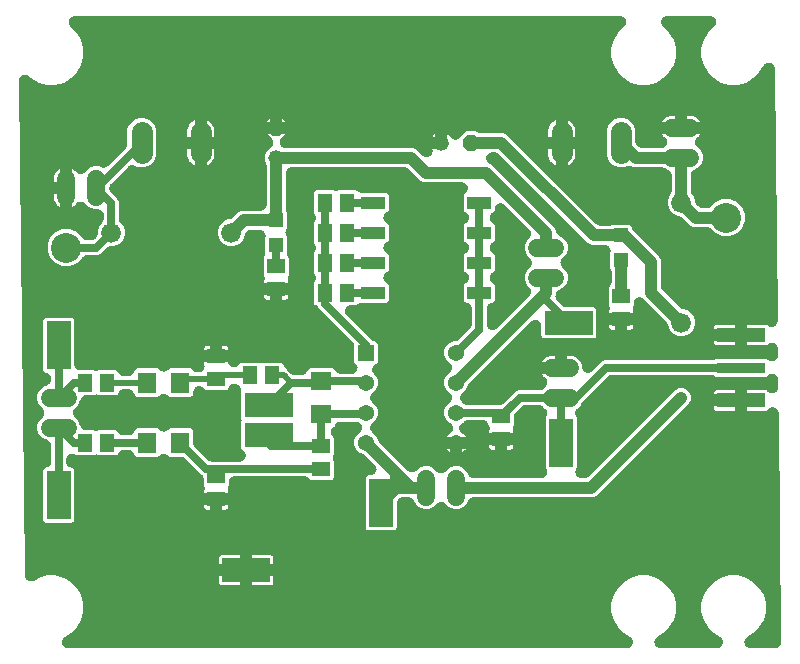
<source format=gbr>
G04 EAGLE Gerber RS-274X export*
G75*
%MOMM*%
%FSLAX34Y34*%
%LPD*%
%INTop Copper*%
%IPPOS*%
%AMOC8*
5,1,8,0,0,1.08239X$1,22.5*%
G01*
%ADD10C,1.790700*%
%ADD11P,1.429621X8X112.500000*%
%ADD12C,1.320800*%
%ADD13P,1.429621X8X22.500000*%
%ADD14R,1.800000X1.600000*%
%ADD15C,1.676400*%
%ADD16C,1.524000*%
%ADD17R,1.200000X1.200000*%
%ADD18R,1.300000X1.500000*%
%ADD19R,1.500000X1.300000*%
%ADD20R,2.006600X1.092200*%
%ADD21C,2.540000*%
%ADD22R,1.371600X1.371600*%
%ADD23C,1.371600*%
%ADD24R,4.100000X0.900000*%
%ADD25R,4.100000X1.250000*%
%ADD26R,1.600000X1.800000*%
%ADD27R,2.032000X4.064000*%
%ADD28R,4.064000X2.032000*%
%ADD29C,0.635000*%
%ADD30C,1.016000*%
%ADD31C,0.756400*%
%ADD32C,0.508000*%

G36*
X525837Y194327D02*
X525837Y194327D01*
X526101Y194338D01*
X526155Y194347D01*
X526209Y194351D01*
X526468Y194400D01*
X526729Y194444D01*
X526781Y194460D01*
X526835Y194470D01*
X527086Y194552D01*
X527339Y194628D01*
X527389Y194650D01*
X527441Y194667D01*
X527681Y194779D01*
X527921Y194886D01*
X527968Y194914D01*
X528018Y194938D01*
X528241Y195079D01*
X528467Y195215D01*
X528510Y195249D01*
X528556Y195279D01*
X528760Y195447D01*
X528967Y195611D01*
X529005Y195650D01*
X529047Y195684D01*
X529228Y195877D01*
X529413Y196065D01*
X529446Y196109D01*
X529484Y196148D01*
X529639Y196362D01*
X529799Y196572D01*
X529827Y196619D01*
X529859Y196663D01*
X529986Y196894D01*
X530119Y197123D01*
X530140Y197174D01*
X530166Y197221D01*
X530264Y197467D01*
X530367Y197710D01*
X530381Y197763D01*
X530402Y197814D01*
X530468Y198069D01*
X530539Y198323D01*
X530547Y198378D01*
X530561Y198430D01*
X530595Y198692D01*
X530634Y198953D01*
X530635Y199008D01*
X530642Y199062D01*
X530642Y199327D01*
X530649Y199590D01*
X530643Y199645D01*
X530643Y199700D01*
X530610Y199962D01*
X530584Y200224D01*
X530571Y200277D01*
X530564Y200332D01*
X530499Y200588D01*
X530440Y200845D01*
X530421Y200896D01*
X530407Y200949D01*
X530311Y201195D01*
X530219Y201443D01*
X530194Y201491D01*
X530174Y201542D01*
X530047Y201774D01*
X529926Y202008D01*
X529895Y202053D01*
X529868Y202101D01*
X529714Y202315D01*
X529564Y202532D01*
X529527Y202573D01*
X529495Y202618D01*
X529315Y202811D01*
X529139Y203007D01*
X529098Y203043D01*
X529060Y203083D01*
X528857Y203252D01*
X528658Y203425D01*
X528613Y203455D01*
X528571Y203491D01*
X528320Y203651D01*
X528113Y203789D01*
X522984Y206750D01*
X517900Y211834D01*
X514305Y218060D01*
X512444Y225005D01*
X512444Y232195D01*
X514305Y239140D01*
X517900Y245366D01*
X522984Y250450D01*
X529210Y254045D01*
X536155Y255906D01*
X543345Y255906D01*
X550290Y254045D01*
X556516Y250450D01*
X561600Y245366D01*
X565195Y239140D01*
X567056Y232195D01*
X567056Y225005D01*
X565195Y218060D01*
X561600Y211834D01*
X556516Y206750D01*
X551387Y203789D01*
X551167Y203643D01*
X550944Y203501D01*
X550902Y203466D01*
X550856Y203436D01*
X550656Y203264D01*
X550453Y203096D01*
X550415Y203056D01*
X550374Y203020D01*
X550197Y202823D01*
X550016Y202632D01*
X549984Y202587D01*
X549947Y202547D01*
X549797Y202330D01*
X549641Y202116D01*
X549615Y202069D01*
X549584Y202024D01*
X549461Y201790D01*
X549334Y201559D01*
X549313Y201508D01*
X549288Y201459D01*
X549196Y201212D01*
X549098Y200966D01*
X549085Y200913D01*
X549066Y200862D01*
X549005Y200605D01*
X548939Y200350D01*
X548932Y200295D01*
X548919Y200242D01*
X548891Y199979D01*
X548858Y199718D01*
X548858Y199663D01*
X548852Y199609D01*
X548857Y199345D01*
X548857Y199080D01*
X548864Y199026D01*
X548865Y198971D01*
X548903Y198711D01*
X548936Y198448D01*
X548949Y198395D01*
X548957Y198341D01*
X549027Y198087D01*
X549093Y197831D01*
X549113Y197780D01*
X549127Y197727D01*
X549229Y197484D01*
X549326Y197238D01*
X549352Y197190D01*
X549373Y197139D01*
X549504Y196911D01*
X549632Y196679D01*
X549664Y196634D01*
X549691Y196587D01*
X549850Y196377D01*
X550005Y196162D01*
X550042Y196122D01*
X550075Y196079D01*
X550259Y195890D01*
X550440Y195697D01*
X550482Y195662D01*
X550520Y195623D01*
X550727Y195458D01*
X550929Y195289D01*
X550975Y195260D01*
X551018Y195226D01*
X551244Y195088D01*
X551466Y194946D01*
X551516Y194923D01*
X551563Y194894D01*
X551803Y194787D01*
X552042Y194673D01*
X552094Y194656D01*
X552144Y194634D01*
X552396Y194557D01*
X552647Y194474D01*
X552701Y194464D01*
X552753Y194448D01*
X553013Y194403D01*
X553273Y194353D01*
X553327Y194350D01*
X553381Y194340D01*
X553678Y194327D01*
X553927Y194311D01*
X601773Y194311D01*
X602037Y194327D01*
X602301Y194338D01*
X602355Y194347D01*
X602409Y194351D01*
X602668Y194400D01*
X602929Y194444D01*
X602981Y194460D01*
X603035Y194470D01*
X603286Y194552D01*
X603539Y194628D01*
X603589Y194650D01*
X603641Y194667D01*
X603881Y194779D01*
X604121Y194886D01*
X604168Y194914D01*
X604218Y194938D01*
X604441Y195079D01*
X604667Y195215D01*
X604710Y195249D01*
X604756Y195279D01*
X604960Y195447D01*
X605167Y195611D01*
X605205Y195650D01*
X605247Y195684D01*
X605428Y195877D01*
X605613Y196065D01*
X605646Y196109D01*
X605684Y196148D01*
X605839Y196362D01*
X605999Y196572D01*
X606027Y196619D01*
X606059Y196663D01*
X606186Y196894D01*
X606319Y197123D01*
X606340Y197174D01*
X606366Y197221D01*
X606464Y197467D01*
X606567Y197710D01*
X606581Y197763D01*
X606602Y197814D01*
X606668Y198069D01*
X606739Y198323D01*
X606747Y198378D01*
X606761Y198430D01*
X606795Y198692D01*
X606834Y198953D01*
X606835Y199008D01*
X606842Y199062D01*
X606842Y199327D01*
X606849Y199590D01*
X606843Y199645D01*
X606843Y199700D01*
X606810Y199962D01*
X606784Y200224D01*
X606771Y200277D01*
X606764Y200332D01*
X606699Y200588D01*
X606640Y200845D01*
X606621Y200896D01*
X606607Y200949D01*
X606511Y201195D01*
X606419Y201443D01*
X606394Y201491D01*
X606374Y201542D01*
X606247Y201774D01*
X606126Y202008D01*
X606095Y202053D01*
X606068Y202101D01*
X605914Y202315D01*
X605764Y202532D01*
X605727Y202573D01*
X605695Y202618D01*
X605515Y202811D01*
X605339Y203007D01*
X605298Y203043D01*
X605260Y203083D01*
X605057Y203252D01*
X604858Y203425D01*
X604813Y203455D01*
X604771Y203491D01*
X604520Y203651D01*
X604313Y203789D01*
X599184Y206750D01*
X594100Y211834D01*
X590505Y218060D01*
X588644Y225005D01*
X588644Y232195D01*
X590505Y239140D01*
X594100Y245366D01*
X599184Y250450D01*
X605410Y254045D01*
X612355Y255906D01*
X619545Y255906D01*
X626490Y254045D01*
X632716Y250450D01*
X637800Y245366D01*
X641395Y239140D01*
X643256Y232195D01*
X643256Y225005D01*
X641395Y218060D01*
X637800Y211834D01*
X632716Y206750D01*
X627587Y203789D01*
X627367Y203643D01*
X627144Y203501D01*
X627102Y203466D01*
X627056Y203436D01*
X626856Y203264D01*
X626653Y203096D01*
X626615Y203056D01*
X626574Y203020D01*
X626397Y202823D01*
X626216Y202632D01*
X626184Y202587D01*
X626147Y202547D01*
X625997Y202330D01*
X625841Y202116D01*
X625815Y202069D01*
X625784Y202024D01*
X625661Y201790D01*
X625534Y201559D01*
X625513Y201508D01*
X625488Y201459D01*
X625396Y201212D01*
X625298Y200966D01*
X625285Y200913D01*
X625266Y200862D01*
X625205Y200605D01*
X625139Y200350D01*
X625132Y200295D01*
X625119Y200242D01*
X625091Y199979D01*
X625058Y199718D01*
X625058Y199663D01*
X625052Y199609D01*
X625057Y199345D01*
X625057Y199080D01*
X625064Y199026D01*
X625065Y198971D01*
X625103Y198711D01*
X625136Y198448D01*
X625149Y198395D01*
X625157Y198341D01*
X625227Y198087D01*
X625293Y197831D01*
X625313Y197780D01*
X625327Y197727D01*
X625429Y197484D01*
X625526Y197238D01*
X625552Y197190D01*
X625573Y197139D01*
X625704Y196911D01*
X625832Y196679D01*
X625864Y196634D01*
X625891Y196587D01*
X626050Y196377D01*
X626205Y196162D01*
X626242Y196122D01*
X626275Y196079D01*
X626459Y195890D01*
X626640Y195697D01*
X626682Y195662D01*
X626720Y195623D01*
X626927Y195458D01*
X627129Y195289D01*
X627175Y195260D01*
X627218Y195226D01*
X627444Y195088D01*
X627666Y194946D01*
X627716Y194923D01*
X627763Y194894D01*
X628003Y194787D01*
X628242Y194673D01*
X628294Y194656D01*
X628344Y194634D01*
X628596Y194557D01*
X628847Y194474D01*
X628901Y194464D01*
X628953Y194448D01*
X629213Y194403D01*
X629473Y194353D01*
X629527Y194350D01*
X629581Y194340D01*
X629878Y194327D01*
X630127Y194311D01*
X651135Y194311D01*
X651318Y194322D01*
X651502Y194324D01*
X651636Y194342D01*
X651771Y194351D01*
X651951Y194385D01*
X652134Y194410D01*
X652264Y194445D01*
X652397Y194470D01*
X652571Y194527D01*
X652749Y194574D01*
X652874Y194625D01*
X653003Y194667D01*
X653169Y194745D01*
X653339Y194814D01*
X653457Y194880D01*
X653579Y194938D01*
X653735Y195036D01*
X653895Y195126D01*
X654003Y195206D01*
X654117Y195279D01*
X654259Y195396D01*
X654407Y195505D01*
X654505Y195598D01*
X654609Y195684D01*
X654735Y195818D01*
X654868Y195945D01*
X654953Y196050D01*
X655045Y196148D01*
X655154Y196297D01*
X655269Y196440D01*
X655341Y196554D01*
X655420Y196663D01*
X655509Y196824D01*
X655606Y196981D01*
X655663Y197103D01*
X655728Y197221D01*
X655796Y197392D01*
X655873Y197559D01*
X655913Y197688D01*
X655963Y197814D01*
X656009Y197991D01*
X656065Y198167D01*
X656089Y198300D01*
X656123Y198430D01*
X656146Y198613D01*
X656179Y198794D01*
X656186Y198925D01*
X656204Y199062D01*
X656204Y199262D01*
X656214Y199448D01*
X653998Y393300D01*
X653993Y393369D01*
X653994Y393438D01*
X653969Y393687D01*
X653951Y393935D01*
X653937Y394003D01*
X653930Y394072D01*
X653874Y394315D01*
X653824Y394560D01*
X653802Y394625D01*
X653787Y394693D01*
X653701Y394927D01*
X653621Y395164D01*
X653590Y395226D01*
X653567Y395291D01*
X653452Y395512D01*
X653343Y395737D01*
X653305Y395795D01*
X653274Y395856D01*
X653132Y396062D01*
X652996Y396271D01*
X652951Y396324D01*
X652912Y396381D01*
X652746Y396567D01*
X652585Y396758D01*
X652534Y396805D01*
X652488Y396856D01*
X652299Y397020D01*
X652116Y397189D01*
X652059Y397229D01*
X652007Y397275D01*
X651800Y397414D01*
X651596Y397558D01*
X651535Y397591D01*
X651478Y397629D01*
X651255Y397741D01*
X651035Y397860D01*
X650970Y397884D01*
X650909Y397915D01*
X650674Y397998D01*
X650440Y398088D01*
X650373Y398105D01*
X650308Y398128D01*
X650065Y398181D01*
X649821Y398240D01*
X649753Y398248D01*
X649685Y398263D01*
X649437Y398285D01*
X649189Y398314D01*
X649119Y398313D01*
X649051Y398320D01*
X648801Y398310D01*
X648551Y398308D01*
X648483Y398299D01*
X648414Y398296D01*
X648168Y398256D01*
X647920Y398222D01*
X647853Y398204D01*
X647785Y398193D01*
X647546Y398122D01*
X647305Y398058D01*
X647240Y398032D01*
X647174Y398012D01*
X646946Y397912D01*
X646714Y397818D01*
X646654Y397784D01*
X646591Y397756D01*
X646376Y397628D01*
X646159Y397506D01*
X646103Y397465D01*
X646044Y397429D01*
X645847Y397275D01*
X645647Y397127D01*
X645597Y397079D01*
X645542Y397036D01*
X645366Y396858D01*
X645186Y396687D01*
X645143Y396633D01*
X645094Y396584D01*
X644951Y396398D01*
X644784Y396192D01*
X644782Y396189D01*
X644420Y395827D01*
X644003Y395548D01*
X643541Y395357D01*
X643050Y395259D01*
X627379Y395259D01*
X627379Y404050D01*
X627379Y412841D01*
X643050Y412841D01*
X643541Y412743D01*
X644003Y412552D01*
X644420Y412274D01*
X645076Y411617D01*
X645276Y411441D01*
X645471Y411261D01*
X645514Y411231D01*
X645554Y411196D01*
X645774Y411046D01*
X645990Y410892D01*
X646037Y410867D01*
X646081Y410837D01*
X646317Y410717D01*
X646552Y410591D01*
X646601Y410572D01*
X646648Y410548D01*
X646899Y410458D01*
X647147Y410362D01*
X647198Y410350D01*
X647248Y410332D01*
X647507Y410274D01*
X647765Y410210D01*
X647818Y410204D01*
X647870Y410192D01*
X648133Y410167D01*
X648398Y410136D01*
X648451Y410137D01*
X648504Y410132D01*
X648769Y410140D01*
X649035Y410143D01*
X649088Y410150D01*
X649141Y410151D01*
X649403Y410193D01*
X649667Y410228D01*
X649718Y410242D01*
X649770Y410250D01*
X650025Y410324D01*
X650282Y410393D01*
X650331Y410413D01*
X650382Y410427D01*
X650625Y410532D01*
X650872Y410633D01*
X650919Y410659D01*
X650967Y410680D01*
X651196Y410815D01*
X651428Y410945D01*
X651470Y410976D01*
X651516Y411003D01*
X651727Y411166D01*
X651940Y411324D01*
X651978Y411360D01*
X652020Y411393D01*
X652209Y411581D01*
X652401Y411764D01*
X652434Y411805D01*
X652471Y411842D01*
X652635Y412052D01*
X652802Y412258D01*
X652830Y412303D01*
X652863Y412345D01*
X652998Y412573D01*
X653139Y412799D01*
X653161Y412847D01*
X653188Y412893D01*
X653294Y413136D01*
X653406Y413378D01*
X653422Y413428D01*
X653443Y413477D01*
X653518Y413732D01*
X653598Y413985D01*
X653607Y414038D01*
X653622Y414088D01*
X653664Y414351D01*
X653712Y414612D01*
X653715Y414664D01*
X653723Y414717D01*
X653733Y415019D01*
X653747Y415267D01*
X653674Y421658D01*
X653658Y421865D01*
X653652Y422073D01*
X653635Y422183D01*
X653626Y422293D01*
X653585Y422497D01*
X653553Y422702D01*
X653522Y422809D01*
X653500Y422918D01*
X653434Y423115D01*
X653376Y423314D01*
X653332Y423416D01*
X653296Y423522D01*
X653206Y423709D01*
X653124Y423900D01*
X653067Y423995D01*
X653019Y424095D01*
X652905Y424270D01*
X652800Y424448D01*
X652732Y424536D01*
X652672Y424629D01*
X652538Y424788D01*
X652410Y424953D01*
X652332Y425031D01*
X652260Y425116D01*
X652108Y425256D01*
X651961Y425404D01*
X651873Y425472D01*
X651791Y425547D01*
X651622Y425668D01*
X651458Y425795D01*
X651363Y425852D01*
X651272Y425916D01*
X651088Y426015D01*
X650910Y426121D01*
X650809Y426165D01*
X650711Y426218D01*
X650516Y426292D01*
X650326Y426375D01*
X650219Y426406D01*
X650116Y426446D01*
X649914Y426496D01*
X649715Y426554D01*
X649605Y426572D01*
X649497Y426598D01*
X649291Y426622D01*
X649086Y426655D01*
X648975Y426659D01*
X648864Y426672D01*
X648656Y426670D01*
X648449Y426677D01*
X648338Y426667D01*
X648227Y426666D01*
X648021Y426638D01*
X647814Y426619D01*
X647706Y426595D01*
X647596Y426580D01*
X647395Y426526D01*
X647192Y426482D01*
X647088Y426445D01*
X646980Y426416D01*
X646788Y426337D01*
X646592Y426268D01*
X646493Y426218D01*
X646390Y426176D01*
X646209Y426074D01*
X646023Y425980D01*
X645931Y425918D01*
X645835Y425864D01*
X645668Y425740D01*
X645495Y425624D01*
X645414Y425552D01*
X645323Y425485D01*
X645159Y425329D01*
X645003Y425192D01*
X644527Y424715D01*
X643406Y424251D01*
X601194Y424251D01*
X599655Y424888D01*
X599631Y424901D01*
X599569Y424941D01*
X599346Y425046D01*
X599128Y425157D01*
X599059Y425182D01*
X598993Y425214D01*
X598759Y425290D01*
X598529Y425374D01*
X598457Y425390D01*
X598388Y425413D01*
X598146Y425459D01*
X597907Y425513D01*
X597834Y425520D01*
X597762Y425534D01*
X597531Y425549D01*
X597273Y425574D01*
X597189Y425571D01*
X597108Y425576D01*
X512682Y425576D01*
X512609Y425572D01*
X512536Y425574D01*
X512291Y425552D01*
X512046Y425536D01*
X511974Y425523D01*
X511902Y425516D01*
X511661Y425463D01*
X511420Y425417D01*
X511351Y425394D01*
X511279Y425379D01*
X511048Y425296D01*
X510814Y425220D01*
X510748Y425189D01*
X510679Y425165D01*
X510460Y425054D01*
X510237Y424949D01*
X510176Y424910D01*
X510111Y424877D01*
X509907Y424740D01*
X509699Y424608D01*
X509643Y424562D01*
X509583Y424521D01*
X509409Y424368D01*
X509208Y424203D01*
X509151Y424142D01*
X509090Y424089D01*
X488132Y403130D01*
X488111Y403106D01*
X488087Y403085D01*
X487899Y402866D01*
X487710Y402652D01*
X487693Y402626D01*
X487672Y402602D01*
X487513Y402361D01*
X487352Y402125D01*
X487338Y402097D01*
X487320Y402070D01*
X487209Y401845D01*
X487063Y401558D01*
X487049Y401518D01*
X487031Y401482D01*
X486564Y400357D01*
X483191Y396983D01*
X483089Y396867D01*
X482979Y396758D01*
X482878Y396628D01*
X482770Y396506D01*
X482683Y396377D01*
X482587Y396255D01*
X482504Y396114D01*
X482412Y395979D01*
X482341Y395840D01*
X482262Y395707D01*
X482197Y395557D01*
X482122Y395411D01*
X482070Y395265D01*
X482008Y395123D01*
X481962Y394966D01*
X481906Y394812D01*
X481872Y394660D01*
X481829Y394511D01*
X481803Y394350D01*
X481767Y394190D01*
X481752Y394035D01*
X481727Y393882D01*
X481722Y393719D01*
X481706Y393556D01*
X481711Y393401D01*
X481706Y393246D01*
X481721Y393082D01*
X481726Y392919D01*
X481750Y392765D01*
X481764Y392611D01*
X481799Y392451D01*
X481825Y392290D01*
X481868Y392140D01*
X481901Y391989D01*
X481956Y391835D01*
X482002Y391677D01*
X482063Y391535D01*
X482115Y391389D01*
X482189Y391243D01*
X482254Y391092D01*
X482333Y390959D01*
X482403Y390820D01*
X482494Y390684D01*
X482530Y390625D01*
X483109Y389226D01*
X483109Y347374D01*
X482271Y345352D01*
X482208Y345167D01*
X482135Y344984D01*
X482105Y344865D01*
X482065Y344749D01*
X482025Y344557D01*
X481976Y344368D01*
X481960Y344246D01*
X481935Y344125D01*
X481920Y343930D01*
X481895Y343736D01*
X481895Y343613D01*
X481885Y343490D01*
X481894Y343294D01*
X481894Y343098D01*
X481909Y342976D01*
X481915Y342854D01*
X481948Y342661D01*
X481973Y342466D01*
X482003Y342347D01*
X482024Y342226D01*
X482082Y342039D01*
X482130Y341849D01*
X482175Y341734D01*
X482211Y341617D01*
X482291Y341438D01*
X482363Y341256D01*
X482422Y341148D01*
X482473Y341036D01*
X482575Y340869D01*
X482669Y340697D01*
X482741Y340597D01*
X482805Y340492D01*
X482927Y340339D01*
X483042Y340180D01*
X483126Y340091D01*
X483203Y339994D01*
X483343Y339858D01*
X483477Y339715D01*
X483571Y339636D01*
X483660Y339550D01*
X483816Y339432D01*
X483967Y339307D01*
X484070Y339241D01*
X484169Y339167D01*
X484339Y339070D01*
X484504Y338964D01*
X484615Y338912D01*
X484721Y338851D01*
X484902Y338775D01*
X485079Y338691D01*
X485196Y338653D01*
X485310Y338606D01*
X485499Y338554D01*
X485685Y338492D01*
X485805Y338469D01*
X485924Y338436D01*
X486118Y338408D01*
X486310Y338371D01*
X486430Y338363D01*
X486554Y338345D01*
X486767Y338341D01*
X486964Y338329D01*
X489829Y338329D01*
X489902Y338333D01*
X489975Y338331D01*
X490220Y338353D01*
X490465Y338369D01*
X490537Y338382D01*
X490609Y338389D01*
X490850Y338442D01*
X491091Y338488D01*
X491160Y338511D01*
X491232Y338526D01*
X491463Y338609D01*
X491697Y338685D01*
X491763Y338716D01*
X491832Y338740D01*
X492051Y338851D01*
X492273Y338956D01*
X492335Y338995D01*
X492400Y339028D01*
X492604Y339165D01*
X492812Y339297D01*
X492868Y339343D01*
X492928Y339384D01*
X493102Y339537D01*
X493303Y339702D01*
X493360Y339763D01*
X493421Y339816D01*
X566895Y413291D01*
X569883Y414529D01*
X573117Y414529D01*
X576105Y413291D01*
X578391Y411005D01*
X579629Y408017D01*
X579629Y404783D01*
X578391Y401795D01*
X502906Y326310D01*
X502905Y326310D01*
X499905Y323309D01*
X496917Y322071D01*
X395731Y322071D01*
X395617Y322064D01*
X395503Y322066D01*
X395299Y322044D01*
X395095Y322031D01*
X394983Y322010D01*
X394870Y321998D01*
X394670Y321950D01*
X394469Y321912D01*
X394361Y321877D01*
X394250Y321851D01*
X394058Y321779D01*
X393863Y321715D01*
X393760Y321667D01*
X393653Y321627D01*
X393472Y321532D01*
X393286Y321444D01*
X393190Y321383D01*
X393089Y321330D01*
X392922Y321213D01*
X392748Y321103D01*
X392660Y321031D01*
X392567Y320966D01*
X392415Y320828D01*
X392257Y320698D01*
X392179Y320615D01*
X392094Y320538D01*
X391961Y320383D01*
X391820Y320234D01*
X391753Y320142D01*
X391679Y320055D01*
X391566Y319884D01*
X391445Y319719D01*
X391390Y319619D01*
X391328Y319524D01*
X391240Y319347D01*
X391138Y319161D01*
X391091Y319044D01*
X391038Y318936D01*
X390044Y316537D01*
X387043Y313536D01*
X383122Y311911D01*
X378878Y311911D01*
X374957Y313536D01*
X371892Y316601D01*
X371775Y316703D01*
X371666Y316813D01*
X371537Y316914D01*
X371414Y317022D01*
X371286Y317109D01*
X371163Y317204D01*
X371022Y317288D01*
X370887Y317380D01*
X370749Y317451D01*
X370616Y317530D01*
X370465Y317595D01*
X370319Y317670D01*
X370173Y317722D01*
X370031Y317784D01*
X369874Y317830D01*
X369720Y317886D01*
X369569Y317920D01*
X369420Y317963D01*
X369258Y317989D01*
X369098Y318025D01*
X368944Y318040D01*
X368791Y318064D01*
X368627Y318070D01*
X368464Y318086D01*
X368309Y318081D01*
X368154Y318086D01*
X367991Y318071D01*
X367827Y318066D01*
X367674Y318042D01*
X367520Y318028D01*
X367360Y317993D01*
X367198Y317967D01*
X367049Y317924D01*
X366898Y317891D01*
X366743Y317836D01*
X366586Y317790D01*
X366443Y317729D01*
X366297Y317677D01*
X366151Y317603D01*
X366001Y317538D01*
X365867Y317459D01*
X365729Y317389D01*
X365593Y317298D01*
X365452Y317214D01*
X365329Y317120D01*
X365201Y317033D01*
X365081Y316928D01*
X364948Y316825D01*
X364828Y316706D01*
X364708Y316601D01*
X361643Y313535D01*
X357722Y311911D01*
X353478Y311911D01*
X349557Y313536D01*
X346556Y316537D01*
X345562Y318936D01*
X345512Y319038D01*
X345470Y319144D01*
X345371Y319324D01*
X345281Y319508D01*
X345219Y319603D01*
X345164Y319703D01*
X345044Y319869D01*
X344932Y320041D01*
X344858Y320127D01*
X344791Y320220D01*
X344651Y320369D01*
X344518Y320525D01*
X344434Y320602D01*
X344356Y320685D01*
X344199Y320816D01*
X344047Y320954D01*
X343954Y321020D01*
X343866Y321093D01*
X343694Y321203D01*
X343526Y321321D01*
X343425Y321374D01*
X343329Y321436D01*
X343144Y321524D01*
X342963Y321619D01*
X342857Y321660D01*
X342754Y321709D01*
X342559Y321773D01*
X342367Y321845D01*
X342257Y321872D01*
X342148Y321908D01*
X341948Y321947D01*
X341748Y321995D01*
X341635Y322007D01*
X341523Y322029D01*
X341326Y322042D01*
X341115Y322065D01*
X340989Y322064D01*
X340869Y322071D01*
X335788Y322071D01*
X335633Y322062D01*
X335478Y322062D01*
X335316Y322042D01*
X335152Y322031D01*
X335000Y322002D01*
X334846Y321983D01*
X334687Y321943D01*
X334526Y321912D01*
X334379Y321864D01*
X334229Y321826D01*
X334076Y321766D01*
X333920Y321715D01*
X333780Y321650D01*
X333636Y321593D01*
X333492Y321514D01*
X333344Y321444D01*
X333213Y321362D01*
X333077Y321287D01*
X332944Y321191D01*
X332805Y321103D01*
X332686Y321005D01*
X332560Y320914D01*
X332441Y320802D01*
X332314Y320698D01*
X332208Y320585D01*
X332095Y320479D01*
X331990Y320353D01*
X331878Y320234D01*
X331786Y320108D01*
X331687Y319989D01*
X331599Y319851D01*
X331503Y319719D01*
X331428Y319583D01*
X331344Y319452D01*
X331274Y319304D01*
X331195Y319161D01*
X331138Y319017D01*
X331071Y318877D01*
X331020Y318721D01*
X330960Y318568D01*
X330921Y318418D01*
X330872Y318271D01*
X330841Y318110D01*
X330800Y317952D01*
X330781Y317798D01*
X330751Y317646D01*
X330741Y317487D01*
X330719Y317320D01*
X330719Y317151D01*
X330709Y316992D01*
X330709Y296574D01*
X330245Y295453D01*
X329387Y294595D01*
X328266Y294131D01*
X306734Y294131D01*
X305613Y294595D01*
X304755Y295453D01*
X304291Y296574D01*
X304291Y338426D01*
X304755Y339547D01*
X305613Y340405D01*
X306734Y340869D01*
X308473Y340869D01*
X308709Y340884D01*
X308946Y340891D01*
X309027Y340904D01*
X309109Y340909D01*
X309341Y340953D01*
X309575Y340990D01*
X309654Y341013D01*
X309735Y341028D01*
X309960Y341101D01*
X310188Y341167D01*
X310263Y341199D01*
X310341Y341225D01*
X310555Y341325D01*
X310773Y341419D01*
X310843Y341461D01*
X310918Y341496D01*
X311118Y341622D01*
X311321Y341743D01*
X311386Y341793D01*
X311456Y341837D01*
X311638Y341988D01*
X311826Y342132D01*
X311884Y342190D01*
X311947Y342242D01*
X312109Y342415D01*
X312277Y342582D01*
X312327Y342647D01*
X312384Y342706D01*
X312523Y342898D01*
X312668Y343085D01*
X312710Y343155D01*
X312759Y343221D01*
X312873Y343429D01*
X312994Y343632D01*
X313027Y343708D01*
X313066Y343779D01*
X313153Y343999D01*
X313248Y344217D01*
X313271Y344295D01*
X313302Y344372D01*
X313361Y344601D01*
X313427Y344828D01*
X313440Y344909D01*
X313461Y344988D01*
X313491Y345223D01*
X313529Y345457D01*
X313531Y345539D01*
X313542Y345620D01*
X313542Y345857D01*
X313550Y346094D01*
X313543Y346175D01*
X313543Y346258D01*
X313514Y346493D01*
X313492Y346728D01*
X313474Y346808D01*
X313464Y346890D01*
X313406Y347119D01*
X313355Y347350D01*
X313327Y347428D01*
X313307Y347507D01*
X313220Y347728D01*
X313141Y347951D01*
X313104Y348024D01*
X313074Y348100D01*
X312960Y348308D01*
X312853Y348519D01*
X312808Y348587D01*
X312768Y348659D01*
X312629Y348851D01*
X312497Y349047D01*
X312444Y349108D01*
X312395Y349176D01*
X312218Y349366D01*
X312065Y349540D01*
X304195Y357409D01*
X304171Y357430D01*
X304150Y357454D01*
X303932Y357641D01*
X303717Y357830D01*
X303691Y357848D01*
X303667Y357869D01*
X303427Y358027D01*
X303190Y358189D01*
X303162Y358203D01*
X303135Y358221D01*
X302910Y358332D01*
X302623Y358478D01*
X302584Y358492D01*
X302547Y358510D01*
X299188Y359901D01*
X296402Y362688D01*
X294893Y366329D01*
X294893Y370271D01*
X296402Y373912D01*
X299898Y377408D01*
X300001Y377525D01*
X300111Y377635D01*
X300211Y377764D01*
X300320Y377886D01*
X300407Y378015D01*
X300502Y378137D01*
X300586Y378278D01*
X300678Y378413D01*
X300748Y378552D01*
X300828Y378685D01*
X300893Y378835D01*
X300967Y378981D01*
X301020Y379127D01*
X301082Y379269D01*
X301128Y379426D01*
X301183Y379580D01*
X301217Y379732D01*
X301261Y379881D01*
X301287Y380042D01*
X301323Y380202D01*
X301338Y380357D01*
X301362Y380510D01*
X301368Y380673D01*
X301383Y380836D01*
X301378Y380991D01*
X301384Y381147D01*
X301369Y381309D01*
X301364Y381473D01*
X301340Y381626D01*
X301325Y381781D01*
X301290Y381941D01*
X301265Y382102D01*
X301222Y382252D01*
X301188Y382403D01*
X301133Y382557D01*
X301088Y382714D01*
X301026Y382857D01*
X300974Y383003D01*
X300900Y383149D01*
X300836Y383299D01*
X300757Y383433D01*
X300687Y383572D01*
X300595Y383707D01*
X300512Y383848D01*
X300417Y383971D01*
X300330Y384100D01*
X300225Y384219D01*
X300122Y384352D01*
X300003Y384472D01*
X299898Y384592D01*
X299801Y384689D01*
X299746Y384737D01*
X299697Y384790D01*
X299507Y384948D01*
X299323Y385110D01*
X299263Y385151D01*
X299207Y385198D01*
X298999Y385330D01*
X298796Y385469D01*
X298731Y385502D01*
X298670Y385541D01*
X298447Y385646D01*
X298228Y385758D01*
X298160Y385783D01*
X298094Y385814D01*
X297860Y385891D01*
X297629Y385974D01*
X297558Y385990D01*
X297489Y386013D01*
X297247Y386059D01*
X297007Y386113D01*
X296935Y386120D01*
X296863Y386134D01*
X296632Y386149D01*
X296373Y386174D01*
X296290Y386171D01*
X296210Y386176D01*
X283130Y386176D01*
X283016Y386169D01*
X282902Y386171D01*
X282698Y386149D01*
X282494Y386136D01*
X282382Y386115D01*
X282268Y386103D01*
X282069Y386055D01*
X281868Y386017D01*
X281759Y385982D01*
X281648Y385956D01*
X281457Y385884D01*
X281262Y385820D01*
X281159Y385772D01*
X281052Y385732D01*
X280871Y385637D01*
X280685Y385549D01*
X280589Y385488D01*
X280488Y385435D01*
X280320Y385318D01*
X280147Y385208D01*
X280059Y385136D01*
X279966Y385070D01*
X279814Y384933D01*
X279656Y384803D01*
X279578Y384720D01*
X279493Y384643D01*
X279360Y384488D01*
X279219Y384339D01*
X279152Y384246D01*
X279078Y384160D01*
X278965Y383989D01*
X278844Y383824D01*
X278789Y383724D01*
X278726Y383629D01*
X278639Y383452D01*
X278536Y383266D01*
X278490Y383149D01*
X278437Y383041D01*
X278285Y382673D01*
X277305Y381694D01*
X277258Y381662D01*
X277089Y381563D01*
X276991Y381488D01*
X276889Y381420D01*
X276740Y381293D01*
X276585Y381173D01*
X276498Y381086D01*
X276404Y381007D01*
X276272Y380862D01*
X276133Y380723D01*
X276058Y380626D01*
X275975Y380536D01*
X275862Y380375D01*
X275742Y380221D01*
X275679Y380115D01*
X275608Y380015D01*
X275517Y379841D01*
X275417Y379673D01*
X275367Y379560D01*
X275310Y379452D01*
X275240Y379269D01*
X275162Y379089D01*
X275128Y378971D01*
X275084Y378856D01*
X275038Y378666D01*
X274983Y378477D01*
X274963Y378356D01*
X274935Y378237D01*
X274913Y378042D01*
X274882Y377848D01*
X274878Y377725D01*
X274864Y377603D01*
X274867Y377408D01*
X274860Y377212D01*
X274871Y377089D01*
X274873Y376966D01*
X274900Y376772D01*
X274918Y376577D01*
X274945Y376457D01*
X274962Y376335D01*
X275013Y376146D01*
X275055Y375955D01*
X275097Y375839D01*
X275129Y375721D01*
X275204Y375539D01*
X275269Y375355D01*
X275325Y375245D01*
X275372Y375131D01*
X275469Y374961D01*
X275557Y374786D01*
X275626Y374684D01*
X275686Y374577D01*
X275804Y374420D01*
X275913Y374258D01*
X275993Y374168D01*
X276068Y374067D01*
X276215Y373914D01*
X276346Y373766D01*
X276785Y373327D01*
X277249Y372206D01*
X277249Y357994D01*
X277062Y357544D01*
X277039Y357475D01*
X277009Y357408D01*
X276936Y357173D01*
X276856Y356941D01*
X276841Y356870D01*
X276819Y356800D01*
X276776Y356557D01*
X276727Y356317D01*
X276721Y356244D01*
X276708Y356172D01*
X276696Y355927D01*
X276676Y355682D01*
X276680Y355609D01*
X276676Y355536D01*
X276695Y355292D01*
X276706Y355046D01*
X276719Y354973D01*
X276724Y354901D01*
X276773Y354660D01*
X276815Y354418D01*
X276837Y354348D01*
X276851Y354276D01*
X276926Y354057D01*
X277002Y353809D01*
X277036Y353732D01*
X277062Y353656D01*
X277249Y353206D01*
X277249Y338994D01*
X276785Y337873D01*
X275927Y337015D01*
X274806Y336551D01*
X258594Y336551D01*
X257473Y337015D01*
X256100Y338389D01*
X256045Y338437D01*
X255995Y338490D01*
X255806Y338647D01*
X255622Y338810D01*
X255561Y338851D01*
X255506Y338898D01*
X255299Y339030D01*
X255095Y339168D01*
X255030Y339201D01*
X254969Y339241D01*
X254746Y339346D01*
X254528Y339458D01*
X254459Y339482D01*
X254393Y339514D01*
X254159Y339591D01*
X253928Y339674D01*
X253857Y339690D01*
X253788Y339713D01*
X253547Y339759D01*
X253306Y339813D01*
X253234Y339820D01*
X253162Y339834D01*
X252931Y339849D01*
X252672Y339874D01*
X252589Y339871D01*
X252508Y339876D01*
X193428Y339876D01*
X193273Y339867D01*
X193118Y339867D01*
X192956Y339847D01*
X192792Y339836D01*
X192640Y339807D01*
X192486Y339788D01*
X192327Y339748D01*
X192166Y339717D01*
X192019Y339669D01*
X191869Y339631D01*
X191716Y339571D01*
X191560Y339520D01*
X191420Y339455D01*
X191276Y339398D01*
X191132Y339319D01*
X190984Y339249D01*
X190853Y339167D01*
X190717Y339092D01*
X190584Y338996D01*
X190445Y338908D01*
X190326Y338810D01*
X190200Y338719D01*
X190081Y338607D01*
X189954Y338503D01*
X189848Y338390D01*
X189735Y338284D01*
X189630Y338158D01*
X189518Y338039D01*
X189426Y337913D01*
X189327Y337794D01*
X189239Y337656D01*
X189143Y337524D01*
X189068Y337388D01*
X188984Y337257D01*
X188914Y337109D01*
X188835Y336966D01*
X188778Y336822D01*
X188711Y336682D01*
X188660Y336526D01*
X188600Y336373D01*
X188561Y336223D01*
X188512Y336076D01*
X188481Y335915D01*
X188440Y335757D01*
X188421Y335603D01*
X188391Y335451D01*
X188381Y335292D01*
X188359Y335125D01*
X188359Y334956D01*
X188349Y334797D01*
X188349Y332594D01*
X187887Y331480D01*
X187864Y331411D01*
X187833Y331344D01*
X187761Y331109D01*
X187681Y330877D01*
X187666Y330805D01*
X187644Y330735D01*
X187602Y330494D01*
X187552Y330253D01*
X187546Y330180D01*
X187533Y330108D01*
X187521Y329863D01*
X187501Y329618D01*
X187505Y329545D01*
X187501Y329472D01*
X187520Y329227D01*
X187531Y328982D01*
X187544Y328909D01*
X187549Y328836D01*
X187598Y328596D01*
X187640Y328354D01*
X187662Y328284D01*
X187677Y328212D01*
X187707Y328122D01*
X187841Y327450D01*
X187841Y325779D01*
X177800Y325779D01*
X167759Y325779D01*
X167759Y327450D01*
X167891Y328115D01*
X167919Y328194D01*
X167934Y328267D01*
X167955Y328336D01*
X167998Y328577D01*
X168048Y328818D01*
X168054Y328892D01*
X168067Y328964D01*
X168079Y329209D01*
X168098Y329453D01*
X168095Y329527D01*
X168099Y329600D01*
X168080Y329845D01*
X168069Y330090D01*
X168056Y330162D01*
X168051Y330235D01*
X168002Y330476D01*
X167960Y330718D01*
X167938Y330788D01*
X167924Y330860D01*
X167849Y331078D01*
X167773Y331327D01*
X167739Y331404D01*
X167713Y331480D01*
X167251Y332594D01*
X167251Y337493D01*
X167247Y337566D01*
X167249Y337639D01*
X167227Y337884D01*
X167211Y338129D01*
X167198Y338201D01*
X167191Y338273D01*
X167138Y338514D01*
X167092Y338755D01*
X167069Y338824D01*
X167054Y338896D01*
X166971Y339127D01*
X166895Y339361D01*
X166864Y339427D01*
X166840Y339496D01*
X166729Y339715D01*
X166624Y339938D01*
X166585Y339999D01*
X166552Y340064D01*
X166415Y340268D01*
X166283Y340476D01*
X166237Y340532D01*
X166196Y340592D01*
X166043Y340766D01*
X165878Y340967D01*
X165817Y341024D01*
X165764Y341085D01*
X152085Y354764D01*
X152030Y354812D01*
X151980Y354865D01*
X151791Y355023D01*
X151607Y355185D01*
X151546Y355226D01*
X151490Y355273D01*
X151283Y355405D01*
X151080Y355543D01*
X151015Y355576D01*
X150953Y355616D01*
X150731Y355721D01*
X150512Y355833D01*
X150444Y355857D01*
X150378Y355889D01*
X150144Y355965D01*
X149913Y356049D01*
X149842Y356065D01*
X149772Y356088D01*
X149531Y356134D01*
X149291Y356188D01*
X149219Y356195D01*
X149147Y356209D01*
X148916Y356224D01*
X148657Y356249D01*
X148574Y356246D01*
X148493Y356251D01*
X138744Y356251D01*
X137623Y356715D01*
X136942Y357397D01*
X136826Y357499D01*
X136716Y357609D01*
X136586Y357710D01*
X136464Y357818D01*
X136336Y357905D01*
X136213Y358001D01*
X136072Y358084D01*
X135937Y358176D01*
X135799Y358247D01*
X135666Y358326D01*
X135515Y358391D01*
X135369Y358466D01*
X135223Y358519D01*
X135081Y358580D01*
X134924Y358627D01*
X134770Y358682D01*
X134619Y358716D01*
X134470Y358760D01*
X134308Y358786D01*
X134148Y358821D01*
X133994Y358836D01*
X133841Y358861D01*
X133677Y358866D01*
X133514Y358882D01*
X133359Y358877D01*
X133204Y358882D01*
X133041Y358867D01*
X132877Y358862D01*
X132724Y358838D01*
X132570Y358824D01*
X132409Y358789D01*
X132248Y358763D01*
X132099Y358720D01*
X131947Y358687D01*
X131793Y358632D01*
X131636Y358586D01*
X131493Y358525D01*
X131347Y358473D01*
X131201Y358399D01*
X131051Y358334D01*
X130917Y358255D01*
X130779Y358186D01*
X130643Y358094D01*
X130502Y358011D01*
X130379Y357916D01*
X130251Y357829D01*
X130131Y357724D01*
X129998Y357621D01*
X129878Y357502D01*
X129758Y357397D01*
X129077Y356715D01*
X127956Y356251D01*
X110744Y356251D01*
X109623Y356715D01*
X108765Y357573D01*
X108199Y358941D01*
X108149Y359043D01*
X108107Y359149D01*
X108009Y359329D01*
X107919Y359513D01*
X107856Y359608D01*
X107801Y359708D01*
X107681Y359874D01*
X107569Y360046D01*
X107495Y360132D01*
X107428Y360225D01*
X107288Y360374D01*
X107155Y360530D01*
X107071Y360607D01*
X106993Y360690D01*
X106835Y360821D01*
X106684Y360959D01*
X106591Y361025D01*
X106503Y361098D01*
X106331Y361208D01*
X106163Y361326D01*
X106063Y361379D01*
X105967Y361441D01*
X105781Y361529D01*
X105600Y361624D01*
X105494Y361665D01*
X105391Y361714D01*
X105196Y361778D01*
X105005Y361850D01*
X104894Y361877D01*
X104786Y361913D01*
X104585Y361952D01*
X104385Y362000D01*
X104272Y362012D01*
X104160Y362034D01*
X103964Y362047D01*
X103752Y362070D01*
X103626Y362069D01*
X103506Y362076D01*
X99422Y362076D01*
X99309Y362069D01*
X99195Y362071D01*
X98991Y362049D01*
X98787Y362036D01*
X98675Y362015D01*
X98561Y362003D01*
X98362Y361955D01*
X98161Y361917D01*
X98052Y361882D01*
X97941Y361856D01*
X97750Y361784D01*
X97555Y361720D01*
X97451Y361672D01*
X97345Y361632D01*
X97164Y361537D01*
X96978Y361449D01*
X96882Y361388D01*
X96781Y361335D01*
X96613Y361218D01*
X96440Y361108D01*
X96352Y361036D01*
X96259Y360970D01*
X96107Y360833D01*
X95949Y360703D01*
X95870Y360620D01*
X95786Y360543D01*
X95653Y360388D01*
X95512Y360239D01*
X95445Y360146D01*
X95371Y360060D01*
X95258Y359889D01*
X95137Y359724D01*
X95082Y359624D01*
X95019Y359529D01*
X94932Y359352D01*
X94829Y359166D01*
X94798Y359086D01*
X93927Y358215D01*
X92806Y357751D01*
X78594Y357751D01*
X78144Y357938D01*
X78075Y357961D01*
X78008Y357991D01*
X77774Y358064D01*
X77541Y358144D01*
X77469Y358159D01*
X77400Y358180D01*
X77159Y358223D01*
X76917Y358273D01*
X76844Y358279D01*
X76772Y358292D01*
X76528Y358304D01*
X76282Y358324D01*
X76209Y358320D01*
X76136Y358324D01*
X75891Y358305D01*
X75646Y358294D01*
X75574Y358281D01*
X75501Y358276D01*
X75260Y358227D01*
X75018Y358185D01*
X74948Y358163D01*
X74876Y358149D01*
X74657Y358074D01*
X74409Y357998D01*
X74333Y357964D01*
X74256Y357938D01*
X73806Y357751D01*
X59594Y357751D01*
X57697Y358537D01*
X57512Y358600D01*
X57329Y358673D01*
X57210Y358704D01*
X57094Y358743D01*
X56902Y358783D01*
X56713Y358832D01*
X56591Y358848D01*
X56470Y358873D01*
X56275Y358888D01*
X56081Y358913D01*
X55957Y358913D01*
X55835Y358923D01*
X55639Y358914D01*
X55443Y358914D01*
X55321Y358899D01*
X55199Y358893D01*
X55006Y358860D01*
X54811Y358836D01*
X54692Y358805D01*
X54571Y358784D01*
X54384Y358727D01*
X54194Y358678D01*
X54079Y358633D01*
X53962Y358597D01*
X53783Y358517D01*
X53601Y358445D01*
X53493Y358386D01*
X53381Y358336D01*
X53214Y358234D01*
X53042Y358140D01*
X52942Y358067D01*
X52837Y358003D01*
X52684Y357881D01*
X52525Y357766D01*
X52436Y357682D01*
X52339Y357606D01*
X52203Y357465D01*
X52060Y357331D01*
X51981Y357237D01*
X51895Y357149D01*
X51777Y356992D01*
X51652Y356842D01*
X51586Y356738D01*
X51512Y356640D01*
X51415Y356470D01*
X51309Y356305D01*
X51257Y356193D01*
X51196Y356087D01*
X51120Y355906D01*
X51036Y355729D01*
X50998Y355612D01*
X50951Y355499D01*
X50899Y355310D01*
X50837Y355124D01*
X50814Y355003D01*
X50781Y354884D01*
X50753Y354690D01*
X50716Y354498D01*
X50708Y354378D01*
X50690Y354254D01*
X50686Y354041D01*
X50674Y353844D01*
X50674Y352298D01*
X50683Y352143D01*
X50683Y351988D01*
X50703Y351826D01*
X50714Y351662D01*
X50743Y351510D01*
X50762Y351356D01*
X50802Y351197D01*
X50833Y351036D01*
X50881Y350889D01*
X50919Y350739D01*
X50979Y350586D01*
X51030Y350430D01*
X51095Y350290D01*
X51152Y350146D01*
X51231Y350002D01*
X51301Y349854D01*
X51383Y349723D01*
X51458Y349587D01*
X51554Y349454D01*
X51642Y349315D01*
X51740Y349196D01*
X51831Y349070D01*
X51943Y348951D01*
X52047Y348824D01*
X52160Y348718D01*
X52266Y348605D01*
X52392Y348500D01*
X52511Y348388D01*
X52637Y348296D01*
X52756Y348197D01*
X52894Y348109D01*
X53026Y348013D01*
X53162Y347938D01*
X53293Y347854D01*
X53441Y347784D01*
X53584Y347705D01*
X53728Y347648D01*
X53868Y347581D01*
X54024Y347530D01*
X54177Y347470D01*
X54327Y347431D01*
X54474Y347382D01*
X54635Y347351D01*
X54793Y347310D01*
X54947Y347291D01*
X55099Y347261D01*
X55117Y347260D01*
X56337Y346755D01*
X57195Y345897D01*
X57659Y344776D01*
X57659Y302924D01*
X57195Y301803D01*
X56337Y300945D01*
X55216Y300481D01*
X33684Y300481D01*
X32563Y300945D01*
X31705Y301803D01*
X31241Y302924D01*
X31241Y344776D01*
X31705Y345897D01*
X32563Y346755D01*
X33780Y347258D01*
X33783Y347259D01*
X33935Y347288D01*
X34089Y347307D01*
X34248Y347347D01*
X34409Y347378D01*
X34556Y347426D01*
X34706Y347464D01*
X34859Y347524D01*
X35015Y347575D01*
X35155Y347640D01*
X35299Y347697D01*
X35443Y347776D01*
X35591Y347846D01*
X35722Y347928D01*
X35858Y348003D01*
X35991Y348099D01*
X36130Y348187D01*
X36249Y348285D01*
X36375Y348376D01*
X36494Y348488D01*
X36621Y348592D01*
X36727Y348705D01*
X36840Y348811D01*
X36945Y348937D01*
X37057Y349056D01*
X37149Y349182D01*
X37248Y349301D01*
X37336Y349439D01*
X37432Y349571D01*
X37507Y349707D01*
X37591Y349838D01*
X37661Y349986D01*
X37740Y350129D01*
X37797Y350273D01*
X37864Y350413D01*
X37915Y350569D01*
X37975Y350722D01*
X38014Y350872D01*
X38063Y351019D01*
X38094Y351180D01*
X38135Y351338D01*
X38154Y351492D01*
X38184Y351644D01*
X38194Y351803D01*
X38216Y351970D01*
X38216Y352139D01*
X38226Y352298D01*
X38226Y365480D01*
X38219Y365594D01*
X38221Y365708D01*
X38199Y365912D01*
X38186Y366116D01*
X38165Y366228D01*
X38153Y366341D01*
X38105Y366541D01*
X38067Y366742D01*
X38032Y366850D01*
X38006Y366961D01*
X37934Y367153D01*
X37870Y367348D01*
X37822Y367451D01*
X37782Y367558D01*
X37686Y367739D01*
X37599Y367924D01*
X37538Y368021D01*
X37485Y368122D01*
X37368Y368290D01*
X37258Y368463D01*
X37186Y368550D01*
X37121Y368644D01*
X36983Y368796D01*
X36853Y368954D01*
X36770Y369032D01*
X36693Y369116D01*
X36538Y369250D01*
X36389Y369390D01*
X36296Y369458D01*
X36210Y369532D01*
X36039Y369645D01*
X35874Y369765D01*
X35774Y369821D01*
X35679Y369883D01*
X35502Y369970D01*
X35316Y370073D01*
X35199Y370120D01*
X35091Y370173D01*
X30787Y371956D01*
X27786Y374957D01*
X26161Y378878D01*
X26161Y383122D01*
X27785Y387043D01*
X30851Y390108D01*
X30953Y390225D01*
X31063Y390334D01*
X31163Y390463D01*
X31272Y390586D01*
X31359Y390714D01*
X31454Y390837D01*
X31538Y390978D01*
X31630Y391113D01*
X31701Y391251D01*
X31780Y391384D01*
X31845Y391535D01*
X31920Y391681D01*
X31972Y391826D01*
X32034Y391969D01*
X32080Y392126D01*
X32136Y392280D01*
X32170Y392431D01*
X32213Y392580D01*
X32239Y392742D01*
X32275Y392902D01*
X32290Y393056D01*
X32314Y393209D01*
X32320Y393373D01*
X32336Y393536D01*
X32331Y393691D01*
X32336Y393846D01*
X32321Y394009D01*
X32316Y394173D01*
X32292Y394326D01*
X32278Y394480D01*
X32243Y394640D01*
X32217Y394802D01*
X32174Y394951D01*
X32141Y395102D01*
X32086Y395257D01*
X32040Y395414D01*
X31979Y395557D01*
X31927Y395703D01*
X31853Y395849D01*
X31788Y395999D01*
X31709Y396133D01*
X31639Y396271D01*
X31548Y396407D01*
X31464Y396548D01*
X31370Y396671D01*
X31283Y396799D01*
X31178Y396919D01*
X31075Y397052D01*
X30956Y397172D01*
X30851Y397292D01*
X27786Y400357D01*
X26161Y404278D01*
X26161Y408522D01*
X27786Y412443D01*
X30787Y415444D01*
X35091Y417227D01*
X35193Y417277D01*
X35299Y417319D01*
X35479Y417418D01*
X35663Y417508D01*
X35758Y417570D01*
X35858Y417625D01*
X36025Y417745D01*
X36196Y417857D01*
X36282Y417931D01*
X36375Y417998D01*
X36524Y418138D01*
X36680Y418271D01*
X36757Y418355D01*
X36840Y418433D01*
X36971Y418590D01*
X37109Y418742D01*
X37175Y418835D01*
X37248Y418923D01*
X37358Y419095D01*
X37476Y419263D01*
X37529Y419364D01*
X37591Y419460D01*
X37679Y419645D01*
X37774Y419826D01*
X37815Y419932D01*
X37864Y420035D01*
X37928Y420230D01*
X38000Y420422D01*
X38027Y420532D01*
X38063Y420641D01*
X38102Y420842D01*
X38150Y421041D01*
X38162Y421154D01*
X38184Y421266D01*
X38197Y421463D01*
X38220Y421674D01*
X38219Y421800D01*
X38226Y421920D01*
X38226Y422402D01*
X38217Y422557D01*
X38217Y422712D01*
X38197Y422874D01*
X38186Y423038D01*
X38157Y423190D01*
X38138Y423344D01*
X38098Y423503D01*
X38067Y423664D01*
X38019Y423811D01*
X37981Y423961D01*
X37921Y424114D01*
X37870Y424270D01*
X37805Y424410D01*
X37748Y424554D01*
X37669Y424698D01*
X37599Y424846D01*
X37517Y424977D01*
X37442Y425113D01*
X37346Y425246D01*
X37258Y425385D01*
X37160Y425504D01*
X37069Y425630D01*
X36957Y425749D01*
X36853Y425876D01*
X36740Y425982D01*
X36634Y426095D01*
X36508Y426200D01*
X36389Y426312D01*
X36263Y426404D01*
X36144Y426503D01*
X36006Y426591D01*
X35874Y426687D01*
X35738Y426762D01*
X35607Y426846D01*
X35459Y426916D01*
X35316Y426995D01*
X35172Y427052D01*
X35032Y427119D01*
X34876Y427170D01*
X34723Y427230D01*
X34573Y427269D01*
X34426Y427318D01*
X34265Y427349D01*
X34107Y427390D01*
X33953Y427409D01*
X33801Y427439D01*
X33783Y427440D01*
X32563Y427945D01*
X31705Y428803D01*
X31241Y429924D01*
X31241Y471776D01*
X31705Y472897D01*
X32563Y473755D01*
X33684Y474219D01*
X55216Y474219D01*
X56337Y473755D01*
X57195Y472897D01*
X57659Y471776D01*
X57659Y434728D01*
X57668Y434573D01*
X57668Y434418D01*
X57688Y434256D01*
X57699Y434092D01*
X57728Y433940D01*
X57747Y433786D01*
X57787Y433627D01*
X57818Y433466D01*
X57866Y433319D01*
X57904Y433169D01*
X57964Y433016D01*
X58015Y432860D01*
X58080Y432720D01*
X58137Y432576D01*
X58216Y432432D01*
X58286Y432284D01*
X58368Y432153D01*
X58443Y432017D01*
X58539Y431884D01*
X58627Y431745D01*
X58725Y431626D01*
X58816Y431500D01*
X58928Y431381D01*
X59032Y431254D01*
X59145Y431148D01*
X59251Y431035D01*
X59377Y430930D01*
X59496Y430818D01*
X59622Y430726D01*
X59741Y430627D01*
X59879Y430539D01*
X60011Y430443D01*
X60147Y430368D01*
X60278Y430284D01*
X60426Y430214D01*
X60569Y430135D01*
X60713Y430078D01*
X60853Y430011D01*
X61009Y429960D01*
X61162Y429900D01*
X61312Y429861D01*
X61459Y429812D01*
X61620Y429781D01*
X61778Y429740D01*
X61932Y429721D01*
X62084Y429691D01*
X62243Y429681D01*
X62410Y429659D01*
X62579Y429659D01*
X62738Y429649D01*
X73806Y429649D01*
X74256Y429462D01*
X74325Y429439D01*
X74392Y429409D01*
X74627Y429336D01*
X74859Y429256D01*
X74930Y429241D01*
X75000Y429219D01*
X75243Y429176D01*
X75483Y429127D01*
X75556Y429121D01*
X75628Y429108D01*
X75873Y429096D01*
X76118Y429076D01*
X76191Y429080D01*
X76264Y429076D01*
X76508Y429095D01*
X76754Y429106D01*
X76827Y429119D01*
X76899Y429124D01*
X77140Y429173D01*
X77382Y429215D01*
X77452Y429237D01*
X77524Y429251D01*
X77743Y429326D01*
X77991Y429402D01*
X78068Y429436D01*
X78144Y429462D01*
X78594Y429649D01*
X92806Y429649D01*
X93927Y429185D01*
X94785Y428327D01*
X94993Y427824D01*
X95043Y427722D01*
X95085Y427616D01*
X95183Y427436D01*
X95273Y427252D01*
X95336Y427157D01*
X95390Y427057D01*
X95511Y426890D01*
X95623Y426719D01*
X95697Y426633D01*
X95764Y426540D01*
X95903Y426391D01*
X96036Y426235D01*
X96121Y426158D01*
X96198Y426075D01*
X96356Y425944D01*
X96507Y425806D01*
X96601Y425740D01*
X96688Y425667D01*
X96861Y425557D01*
X97028Y425439D01*
X97129Y425386D01*
X97225Y425324D01*
X97410Y425237D01*
X97591Y425141D01*
X97698Y425100D01*
X97801Y425051D01*
X97996Y424987D01*
X98187Y424915D01*
X98298Y424888D01*
X98406Y424852D01*
X98607Y424813D01*
X98806Y424765D01*
X98920Y424753D01*
X99032Y424731D01*
X99228Y424718D01*
X99440Y424695D01*
X99566Y424696D01*
X99685Y424689D01*
X103243Y424689D01*
X103357Y424696D01*
X103471Y424694D01*
X103675Y424716D01*
X103879Y424729D01*
X103991Y424750D01*
X104104Y424762D01*
X104304Y424810D01*
X104505Y424848D01*
X104613Y424883D01*
X104724Y424909D01*
X104916Y424981D01*
X105111Y425045D01*
X105214Y425093D01*
X105321Y425133D01*
X105502Y425228D01*
X105688Y425316D01*
X105784Y425377D01*
X105885Y425430D01*
X106053Y425547D01*
X106226Y425657D01*
X106314Y425729D01*
X106407Y425794D01*
X106559Y425932D01*
X106717Y426062D01*
X106795Y426145D01*
X106880Y426222D01*
X107013Y426377D01*
X107154Y426526D01*
X107221Y426619D01*
X107295Y426705D01*
X107408Y426876D01*
X107529Y427041D01*
X107584Y427141D01*
X107647Y427236D01*
X107734Y427413D01*
X107836Y427599D01*
X107883Y427716D01*
X107936Y427824D01*
X108765Y429827D01*
X109623Y430685D01*
X110744Y431149D01*
X127956Y431149D01*
X129077Y430685D01*
X129758Y430003D01*
X129875Y429901D01*
X129984Y429791D01*
X130113Y429690D01*
X130236Y429582D01*
X130364Y429495D01*
X130487Y429399D01*
X130628Y429316D01*
X130763Y429224D01*
X130901Y429153D01*
X131034Y429074D01*
X131185Y429009D01*
X131331Y428934D01*
X131477Y428882D01*
X131619Y428820D01*
X131776Y428774D01*
X131930Y428718D01*
X132081Y428684D01*
X132230Y428640D01*
X132392Y428614D01*
X132552Y428579D01*
X132706Y428564D01*
X132859Y428539D01*
X133023Y428534D01*
X133186Y428518D01*
X133341Y428523D01*
X133496Y428518D01*
X133659Y428533D01*
X133823Y428538D01*
X133976Y428562D01*
X134130Y428576D01*
X134290Y428611D01*
X134452Y428637D01*
X134601Y428680D01*
X134752Y428713D01*
X134907Y428768D01*
X135064Y428814D01*
X135207Y428875D01*
X135353Y428927D01*
X135499Y429001D01*
X135649Y429066D01*
X135783Y429145D01*
X135921Y429214D01*
X136057Y429306D01*
X136198Y429389D01*
X136321Y429484D01*
X136449Y429571D01*
X136569Y429676D01*
X136702Y429779D01*
X136822Y429898D01*
X136942Y430003D01*
X137623Y430685D01*
X138744Y431149D01*
X155956Y431149D01*
X157077Y430685D01*
X158385Y429376D01*
X158415Y429350D01*
X158422Y429342D01*
X158442Y429326D01*
X158490Y429275D01*
X158679Y429117D01*
X158863Y428955D01*
X158923Y428914D01*
X158980Y428867D01*
X159187Y428735D01*
X159390Y428597D01*
X159455Y428564D01*
X159516Y428524D01*
X159738Y428419D01*
X159958Y428307D01*
X160026Y428283D01*
X160092Y428251D01*
X160326Y428175D01*
X160557Y428091D01*
X160628Y428075D01*
X160697Y428052D01*
X160939Y428006D01*
X161179Y427952D01*
X161251Y427945D01*
X161323Y427931D01*
X161554Y427916D01*
X161813Y427891D01*
X161896Y427894D01*
X161977Y427889D01*
X162895Y427889D01*
X162911Y427890D01*
X162927Y427889D01*
X163231Y427910D01*
X163531Y427929D01*
X163547Y427932D01*
X163563Y427933D01*
X163862Y427992D01*
X164157Y428048D01*
X164172Y428053D01*
X164188Y428056D01*
X164474Y428151D01*
X164763Y428245D01*
X164778Y428252D01*
X164793Y428257D01*
X165064Y428386D01*
X165340Y428516D01*
X165353Y428524D01*
X165368Y428531D01*
X165621Y428694D01*
X165878Y428857D01*
X165890Y428867D01*
X165904Y428876D01*
X166135Y429069D01*
X166369Y429262D01*
X166380Y429274D01*
X166392Y429284D01*
X166597Y429505D01*
X166806Y429726D01*
X166815Y429739D01*
X166826Y429751D01*
X167002Y429996D01*
X167181Y430241D01*
X167188Y430256D01*
X167198Y430269D01*
X167342Y430534D01*
X167488Y430799D01*
X167494Y430814D01*
X167502Y430828D01*
X167611Y431109D01*
X167724Y431392D01*
X167728Y431407D01*
X167733Y431422D01*
X167808Y431717D01*
X167883Y432008D01*
X167885Y432024D01*
X167889Y432040D01*
X167925Y432338D01*
X167964Y432640D01*
X167964Y432656D01*
X167966Y432672D01*
X167964Y432971D01*
X167965Y433278D01*
X167963Y433294D01*
X167963Y433310D01*
X167932Y433541D01*
X167886Y433910D01*
X167880Y433935D01*
X167877Y433959D01*
X167759Y434550D01*
X167759Y436221D01*
X177800Y436221D01*
X187969Y436221D01*
X187980Y436156D01*
X187992Y436117D01*
X188000Y436076D01*
X188086Y435812D01*
X188167Y435547D01*
X188184Y435509D01*
X188197Y435470D01*
X188315Y435218D01*
X188429Y434966D01*
X188450Y434931D01*
X188468Y434894D01*
X188616Y434659D01*
X188761Y434422D01*
X188787Y434390D01*
X188809Y434356D01*
X188986Y434141D01*
X189159Y433924D01*
X189188Y433896D01*
X189214Y433864D01*
X189416Y433674D01*
X189616Y433480D01*
X189649Y433456D01*
X189678Y433428D01*
X189903Y433264D01*
X190125Y433097D01*
X190160Y433077D01*
X190193Y433053D01*
X190436Y432919D01*
X190678Y432781D01*
X190716Y432765D01*
X190751Y432745D01*
X191009Y432643D01*
X191266Y432536D01*
X191306Y432525D01*
X191343Y432510D01*
X191612Y432440D01*
X191880Y432366D01*
X191921Y432361D01*
X191960Y432350D01*
X192236Y432315D01*
X192511Y432275D01*
X192552Y432275D01*
X192592Y432269D01*
X192871Y432269D01*
X193148Y432264D01*
X193188Y432268D01*
X193229Y432268D01*
X193506Y432303D01*
X193781Y432332D01*
X193821Y432342D01*
X193862Y432347D01*
X194132Y432416D01*
X194401Y432480D01*
X194440Y432494D01*
X194479Y432504D01*
X194738Y432606D01*
X194998Y432703D01*
X195034Y432722D01*
X195072Y432737D01*
X195317Y432871D01*
X195562Y433000D01*
X195595Y433023D01*
X195631Y433043D01*
X195857Y433206D01*
X196084Y433365D01*
X196114Y433392D01*
X196148Y433416D01*
X196351Y433606D01*
X196557Y433792D01*
X196583Y433823D01*
X196613Y433851D01*
X196791Y434065D01*
X196972Y434275D01*
X196995Y434310D01*
X197021Y434341D01*
X197094Y434455D01*
X198173Y435535D01*
X199294Y435999D01*
X213506Y435999D01*
X213956Y435812D01*
X214025Y435789D01*
X214092Y435759D01*
X214326Y435686D01*
X214559Y435606D01*
X214631Y435591D01*
X214700Y435570D01*
X214941Y435527D01*
X215183Y435477D01*
X215256Y435471D01*
X215328Y435458D01*
X215572Y435446D01*
X215818Y435426D01*
X215891Y435430D01*
X215964Y435426D01*
X216209Y435445D01*
X216454Y435456D01*
X216526Y435469D01*
X216599Y435474D01*
X216840Y435523D01*
X217082Y435565D01*
X217152Y435587D01*
X217224Y435601D01*
X217443Y435676D01*
X217691Y435752D01*
X217767Y435786D01*
X217844Y435812D01*
X218294Y435999D01*
X232506Y435999D01*
X233627Y435535D01*
X234485Y434677D01*
X235172Y433018D01*
X235204Y432952D01*
X235230Y432884D01*
X235344Y432666D01*
X235452Y432445D01*
X235492Y432384D01*
X235526Y432320D01*
X235667Y432119D01*
X235802Y431913D01*
X235849Y431857D01*
X235891Y431797D01*
X236056Y431615D01*
X236216Y431428D01*
X236269Y431379D01*
X236318Y431325D01*
X236505Y431164D01*
X236687Y430999D01*
X236746Y430957D01*
X236802Y430909D01*
X237007Y430774D01*
X237208Y430632D01*
X237272Y430598D01*
X237333Y430558D01*
X237541Y430456D01*
X237770Y430334D01*
X237848Y430304D01*
X237921Y430269D01*
X238116Y430188D01*
X241492Y426811D01*
X241547Y426763D01*
X241597Y426710D01*
X241786Y426552D01*
X241970Y426390D01*
X242030Y426349D01*
X242087Y426302D01*
X242294Y426170D01*
X242497Y426032D01*
X242562Y425999D01*
X242624Y425959D01*
X242846Y425854D01*
X243065Y425742D01*
X243133Y425718D01*
X243199Y425686D01*
X243433Y425610D01*
X243664Y425526D01*
X243735Y425510D01*
X243805Y425487D01*
X244046Y425441D01*
X244286Y425387D01*
X244358Y425380D01*
X244430Y425366D01*
X244661Y425351D01*
X244920Y425326D01*
X245003Y425329D01*
X245084Y425324D01*
X249732Y425324D01*
X249846Y425331D01*
X249960Y425329D01*
X250164Y425351D01*
X250368Y425364D01*
X250480Y425385D01*
X250593Y425397D01*
X250793Y425445D01*
X250994Y425483D01*
X251102Y425518D01*
X251213Y425544D01*
X251405Y425616D01*
X251600Y425680D01*
X251703Y425728D01*
X251810Y425768D01*
X251991Y425864D01*
X252176Y425951D01*
X252273Y426012D01*
X252374Y426065D01*
X252542Y426182D01*
X252715Y426292D01*
X252802Y426364D01*
X252896Y426429D01*
X253048Y426567D01*
X253206Y426697D01*
X253284Y426780D01*
X253368Y426857D01*
X253502Y427012D01*
X253642Y427161D01*
X253710Y427254D01*
X253784Y427340D01*
X253897Y427511D01*
X254017Y427676D01*
X254072Y427776D01*
X254135Y427871D01*
X254222Y428048D01*
X254325Y428234D01*
X254371Y428351D01*
X254425Y428459D01*
X255115Y430127D01*
X255973Y430985D01*
X257094Y431449D01*
X276306Y431449D01*
X277427Y430985D01*
X278285Y430127D01*
X278437Y429759D01*
X278487Y429657D01*
X278529Y429551D01*
X278627Y429371D01*
X278717Y429187D01*
X278780Y429092D01*
X278834Y428992D01*
X278954Y428826D01*
X279067Y428655D01*
X279141Y428568D01*
X279208Y428475D01*
X279348Y428326D01*
X279480Y428170D01*
X279565Y428093D01*
X279643Y428010D01*
X279800Y427879D01*
X279951Y427741D01*
X280045Y427675D01*
X280132Y427602D01*
X280305Y427492D01*
X280472Y427374D01*
X280573Y427321D01*
X280669Y427259D01*
X280854Y427172D01*
X281035Y427076D01*
X281142Y427035D01*
X281245Y426986D01*
X281440Y426922D01*
X281631Y426850D01*
X281742Y426823D01*
X281850Y426787D01*
X282052Y426748D01*
X282250Y426700D01*
X282364Y426688D01*
X282476Y426666D01*
X282672Y426653D01*
X282884Y426630D01*
X283010Y426631D01*
X283130Y426624D01*
X292386Y426624D01*
X292623Y426639D01*
X292859Y426646D01*
X292941Y426659D01*
X293022Y426664D01*
X293254Y426708D01*
X293489Y426745D01*
X293568Y426768D01*
X293648Y426783D01*
X293873Y426856D01*
X294101Y426922D01*
X294176Y426954D01*
X294254Y426980D01*
X294469Y427080D01*
X294686Y427174D01*
X294757Y427216D01*
X294831Y427251D01*
X295031Y427377D01*
X295235Y427498D01*
X295300Y427548D01*
X295369Y427592D01*
X295551Y427742D01*
X295739Y427887D01*
X295797Y427945D01*
X295860Y427997D01*
X296022Y428169D01*
X296190Y428337D01*
X296241Y428402D01*
X296297Y428461D01*
X296436Y428653D01*
X296582Y428840D01*
X296624Y428910D01*
X296672Y428976D01*
X296786Y429184D01*
X296907Y429387D01*
X296940Y429463D01*
X296979Y429534D01*
X297067Y429754D01*
X297161Y429972D01*
X297184Y430050D01*
X297215Y430127D01*
X297274Y430355D01*
X297341Y430583D01*
X297354Y430664D01*
X297374Y430743D01*
X297404Y430978D01*
X297442Y431212D01*
X297445Y431294D01*
X297455Y431375D01*
X297455Y431612D01*
X297463Y431849D01*
X297456Y431930D01*
X297456Y432013D01*
X297427Y432247D01*
X297405Y432483D01*
X297388Y432563D01*
X297378Y432645D01*
X297319Y432874D01*
X297268Y433105D01*
X297241Y433183D01*
X297220Y433262D01*
X297134Y433483D01*
X297054Y433706D01*
X297017Y433779D01*
X296987Y433855D01*
X296873Y434064D01*
X296767Y434274D01*
X296721Y434342D01*
X296681Y434414D01*
X296543Y434606D01*
X296410Y434802D01*
X296357Y434863D01*
X296308Y434931D01*
X296131Y435120D01*
X295978Y435295D01*
X295357Y435915D01*
X294893Y437036D01*
X294893Y449851D01*
X294889Y449924D01*
X294891Y449997D01*
X294869Y450242D01*
X294853Y450487D01*
X294840Y450559D01*
X294833Y450631D01*
X294780Y450872D01*
X294734Y451113D01*
X294711Y451182D01*
X294696Y451254D01*
X294613Y451485D01*
X294537Y451719D01*
X294506Y451785D01*
X294482Y451854D01*
X294371Y452073D01*
X294266Y452296D01*
X294227Y452357D01*
X294194Y452422D01*
X294057Y452626D01*
X293925Y452834D01*
X293879Y452890D01*
X293838Y452950D01*
X293685Y453124D01*
X293520Y453325D01*
X293459Y453382D01*
X293406Y453443D01*
X264624Y482225D01*
X264545Y482416D01*
X264512Y482481D01*
X264487Y482550D01*
X264373Y482767D01*
X264264Y482988D01*
X264224Y483049D01*
X264190Y483114D01*
X264050Y483315D01*
X263915Y483521D01*
X263867Y483576D01*
X263825Y483636D01*
X263661Y483818D01*
X263501Y484005D01*
X263447Y484054D01*
X263398Y484108D01*
X263212Y484269D01*
X263030Y484434D01*
X262970Y484476D01*
X262915Y484524D01*
X262710Y484659D01*
X262509Y484801D01*
X262444Y484835D01*
X262384Y484875D01*
X262176Y484977D01*
X261946Y485099D01*
X261868Y485129D01*
X261796Y485165D01*
X261673Y485215D01*
X260815Y486073D01*
X260351Y487194D01*
X260351Y503406D01*
X260825Y504550D01*
X260909Y504634D01*
X261010Y504763D01*
X261118Y504886D01*
X261205Y505014D01*
X261301Y505137D01*
X261384Y505278D01*
X261476Y505413D01*
X261547Y505551D01*
X261626Y505684D01*
X261691Y505834D01*
X261766Y505981D01*
X261818Y506127D01*
X261880Y506269D01*
X261926Y506426D01*
X261982Y506580D01*
X262016Y506731D01*
X262060Y506880D01*
X262086Y507042D01*
X262121Y507202D01*
X262136Y507356D01*
X262161Y507509D01*
X262166Y507673D01*
X262182Y507836D01*
X262177Y507991D01*
X262182Y508146D01*
X262167Y508309D01*
X262162Y508473D01*
X262138Y508626D01*
X262124Y508780D01*
X262089Y508940D01*
X262064Y509102D01*
X262020Y509251D01*
X261987Y509402D01*
X261932Y509557D01*
X261887Y509714D01*
X261825Y509857D01*
X261773Y510003D01*
X261699Y510148D01*
X261634Y510299D01*
X261556Y510433D01*
X261486Y510571D01*
X261394Y510707D01*
X261311Y510848D01*
X261216Y510971D01*
X261129Y511099D01*
X261024Y511219D01*
X260921Y511352D01*
X260826Y511448D01*
X260351Y512594D01*
X260351Y528806D01*
X260825Y529950D01*
X260909Y530034D01*
X261010Y530163D01*
X261118Y530286D01*
X261205Y530414D01*
X261301Y530537D01*
X261384Y530678D01*
X261476Y530813D01*
X261547Y530951D01*
X261626Y531085D01*
X261691Y531235D01*
X261766Y531381D01*
X261819Y531527D01*
X261880Y531669D01*
X261926Y531826D01*
X261982Y531980D01*
X262016Y532131D01*
X262060Y532280D01*
X262086Y532442D01*
X262121Y532602D01*
X262136Y532756D01*
X262161Y532909D01*
X262166Y533073D01*
X262182Y533236D01*
X262177Y533391D01*
X262182Y533546D01*
X262167Y533709D01*
X262162Y533873D01*
X262138Y534026D01*
X262124Y534180D01*
X262089Y534340D01*
X262063Y534502D01*
X262020Y534651D01*
X261987Y534803D01*
X261932Y534957D01*
X261886Y535114D01*
X261825Y535257D01*
X261773Y535403D01*
X261699Y535549D01*
X261634Y535699D01*
X261555Y535833D01*
X261486Y535971D01*
X261394Y536107D01*
X261311Y536248D01*
X261216Y536371D01*
X261129Y536499D01*
X261024Y536619D01*
X260921Y536752D01*
X260826Y536848D01*
X260351Y537994D01*
X260351Y554206D01*
X260825Y555350D01*
X260909Y555434D01*
X261010Y555563D01*
X261118Y555686D01*
X261205Y555814D01*
X261301Y555937D01*
X261384Y556078D01*
X261476Y556213D01*
X261547Y556351D01*
X261626Y556484D01*
X261691Y556634D01*
X261766Y556781D01*
X261818Y556927D01*
X261880Y557069D01*
X261926Y557226D01*
X261982Y557380D01*
X262016Y557531D01*
X262060Y557680D01*
X262086Y557842D01*
X262121Y558002D01*
X262136Y558156D01*
X262161Y558309D01*
X262166Y558473D01*
X262182Y558636D01*
X262177Y558791D01*
X262182Y558946D01*
X262167Y559109D01*
X262162Y559273D01*
X262138Y559426D01*
X262124Y559580D01*
X262089Y559740D01*
X262064Y559902D01*
X262020Y560051D01*
X261987Y560202D01*
X261932Y560357D01*
X261887Y560514D01*
X261825Y560657D01*
X261773Y560803D01*
X261699Y560948D01*
X261634Y561099D01*
X261556Y561233D01*
X261486Y561371D01*
X261394Y561507D01*
X261311Y561648D01*
X261216Y561771D01*
X261129Y561899D01*
X261024Y562019D01*
X260921Y562152D01*
X260826Y562248D01*
X260351Y563394D01*
X260351Y579606D01*
X260815Y580727D01*
X261673Y581585D01*
X262794Y582049D01*
X277006Y582049D01*
X277456Y581862D01*
X277525Y581839D01*
X277592Y581809D01*
X277827Y581736D01*
X278059Y581656D01*
X278130Y581641D01*
X278200Y581619D01*
X278443Y581576D01*
X278683Y581527D01*
X278756Y581521D01*
X278828Y581508D01*
X279073Y581496D01*
X279318Y581476D01*
X279391Y581480D01*
X279464Y581476D01*
X279708Y581495D01*
X279954Y581506D01*
X280027Y581519D01*
X280099Y581524D01*
X280340Y581573D01*
X280582Y581615D01*
X280652Y581637D01*
X280724Y581651D01*
X280943Y581726D01*
X281191Y581802D01*
X281268Y581836D01*
X281344Y581862D01*
X281794Y582049D01*
X296006Y582049D01*
X297127Y581585D01*
X297214Y581497D01*
X297269Y581449D01*
X297319Y581396D01*
X297508Y581238D01*
X297692Y581076D01*
X297752Y581035D01*
X297808Y580988D01*
X298016Y580856D01*
X298219Y580718D01*
X298284Y580685D01*
X298345Y580645D01*
X298568Y580540D01*
X298786Y580428D01*
X298855Y580404D01*
X298921Y580372D01*
X299155Y580296D01*
X299386Y580212D01*
X299457Y580196D01*
X299526Y580173D01*
X299768Y580127D01*
X300007Y580073D01*
X300080Y580066D01*
X300152Y580052D01*
X300383Y580037D01*
X300642Y580012D01*
X300725Y580015D01*
X300806Y580010D01*
X321281Y580010D01*
X322402Y579546D01*
X323260Y578688D01*
X323724Y577567D01*
X323724Y565433D01*
X323260Y564312D01*
X322388Y563441D01*
X322281Y563388D01*
X322066Y563291D01*
X321996Y563248D01*
X321922Y563212D01*
X321724Y563082D01*
X321522Y562959D01*
X321458Y562908D01*
X321389Y562863D01*
X321209Y562709D01*
X321024Y562561D01*
X320967Y562502D01*
X320905Y562449D01*
X320745Y562274D01*
X320580Y562104D01*
X320531Y562039D01*
X320476Y561978D01*
X320339Y561784D01*
X320197Y561595D01*
X320156Y561524D01*
X320109Y561457D01*
X319998Y561247D01*
X319880Y561042D01*
X319849Y560967D01*
X319810Y560894D01*
X319726Y560672D01*
X319636Y560454D01*
X319614Y560375D01*
X319585Y560298D01*
X319529Y560068D01*
X319466Y559840D01*
X319455Y559759D01*
X319435Y559679D01*
X319409Y559443D01*
X319375Y559209D01*
X319374Y559127D01*
X319365Y559046D01*
X319368Y558809D01*
X319364Y558572D01*
X319373Y558491D01*
X319374Y558409D01*
X319407Y558174D01*
X319432Y557939D01*
X319451Y557859D01*
X319463Y557778D01*
X319525Y557549D01*
X319579Y557319D01*
X319608Y557242D01*
X319630Y557163D01*
X319720Y556944D01*
X319803Y556722D01*
X319841Y556650D01*
X319872Y556574D01*
X319990Y556368D01*
X320100Y556158D01*
X320147Y556091D01*
X320187Y556020D01*
X320329Y555830D01*
X320465Y555636D01*
X320519Y555575D01*
X320569Y555510D01*
X320733Y555339D01*
X320892Y555163D01*
X320954Y555110D01*
X321011Y555051D01*
X321196Y554902D01*
X321375Y554748D01*
X321443Y554703D01*
X321507Y554652D01*
X321709Y554527D01*
X321906Y554397D01*
X321979Y554361D01*
X322050Y554317D01*
X322287Y554209D01*
X322388Y554160D01*
X323260Y553288D01*
X323724Y552167D01*
X323724Y540033D01*
X323260Y538912D01*
X322388Y538041D01*
X322282Y537989D01*
X322066Y537891D01*
X321996Y537848D01*
X321922Y537812D01*
X321725Y537683D01*
X321522Y537559D01*
X321458Y537508D01*
X321390Y537463D01*
X321209Y537309D01*
X321024Y537161D01*
X320967Y537102D01*
X320905Y537049D01*
X320745Y536874D01*
X320580Y536704D01*
X320531Y536639D01*
X320476Y536578D01*
X320339Y536384D01*
X320197Y536195D01*
X320156Y536124D01*
X320109Y536057D01*
X319998Y535848D01*
X319880Y535642D01*
X319849Y535567D01*
X319811Y535494D01*
X319727Y535273D01*
X319636Y535054D01*
X319614Y534975D01*
X319585Y534899D01*
X319529Y534668D01*
X319466Y534440D01*
X319455Y534359D01*
X319435Y534279D01*
X319409Y534043D01*
X319375Y533809D01*
X319374Y533727D01*
X319365Y533646D01*
X319368Y533410D01*
X319364Y533172D01*
X319373Y533091D01*
X319374Y533009D01*
X319407Y532774D01*
X319432Y532539D01*
X319451Y532459D01*
X319463Y532378D01*
X319525Y532149D01*
X319579Y531919D01*
X319608Y531842D01*
X319630Y531763D01*
X319720Y531544D01*
X319803Y531322D01*
X319841Y531250D01*
X319872Y531174D01*
X319989Y530968D01*
X320100Y530758D01*
X320147Y530691D01*
X320187Y530620D01*
X320329Y530430D01*
X320464Y530236D01*
X320519Y530175D01*
X320568Y530110D01*
X320733Y529939D01*
X320892Y529764D01*
X320954Y529710D01*
X321011Y529651D01*
X321195Y529503D01*
X321375Y529348D01*
X321443Y529303D01*
X321507Y529252D01*
X321709Y529127D01*
X321906Y528997D01*
X321978Y528961D01*
X322049Y528917D01*
X322287Y528810D01*
X322388Y528760D01*
X323260Y527888D01*
X323724Y526767D01*
X323724Y514633D01*
X323260Y513512D01*
X322388Y512641D01*
X322282Y512589D01*
X322066Y512491D01*
X321996Y512448D01*
X321922Y512412D01*
X321724Y512282D01*
X321522Y512159D01*
X321458Y512108D01*
X321390Y512063D01*
X321209Y511909D01*
X321024Y511761D01*
X320967Y511702D01*
X320905Y511649D01*
X320746Y511474D01*
X320580Y511304D01*
X320531Y511239D01*
X320476Y511178D01*
X320340Y510985D01*
X320197Y510795D01*
X320156Y510724D01*
X320109Y510657D01*
X319998Y510448D01*
X319880Y510242D01*
X319849Y510167D01*
X319811Y510094D01*
X319727Y509873D01*
X319636Y509654D01*
X319614Y509575D01*
X319585Y509498D01*
X319529Y509268D01*
X319466Y509040D01*
X319455Y508959D01*
X319435Y508879D01*
X319409Y508644D01*
X319375Y508409D01*
X319374Y508327D01*
X319365Y508246D01*
X319368Y508010D01*
X319364Y507772D01*
X319373Y507691D01*
X319374Y507609D01*
X319407Y507375D01*
X319432Y507139D01*
X319451Y507059D01*
X319463Y506978D01*
X319525Y506749D01*
X319579Y506519D01*
X319608Y506442D01*
X319630Y506363D01*
X319720Y506144D01*
X319803Y505922D01*
X319841Y505850D01*
X319872Y505774D01*
X319989Y505568D01*
X320100Y505359D01*
X320147Y505291D01*
X320187Y505220D01*
X320329Y505030D01*
X320464Y504836D01*
X320519Y504775D01*
X320569Y504710D01*
X320733Y504539D01*
X320892Y504364D01*
X320954Y504310D01*
X321011Y504251D01*
X321195Y504103D01*
X321375Y503948D01*
X321443Y503903D01*
X321507Y503852D01*
X321709Y503727D01*
X321906Y503597D01*
X321979Y503561D01*
X322050Y503517D01*
X322287Y503410D01*
X322388Y503360D01*
X323260Y502488D01*
X323724Y501367D01*
X323724Y489233D01*
X323260Y488112D01*
X322402Y487254D01*
X321281Y486790D01*
X300806Y486790D01*
X300733Y486786D01*
X300660Y486788D01*
X300415Y486766D01*
X300170Y486750D01*
X300098Y486737D01*
X300025Y486730D01*
X299785Y486677D01*
X299544Y486631D01*
X299475Y486609D01*
X299403Y486593D01*
X299172Y486510D01*
X298938Y486434D01*
X298872Y486403D01*
X298803Y486379D01*
X298584Y486268D01*
X298361Y486163D01*
X298300Y486124D01*
X298234Y486091D01*
X298031Y485954D01*
X297823Y485822D01*
X297767Y485776D01*
X297706Y485735D01*
X297532Y485582D01*
X297332Y485417D01*
X297275Y485356D01*
X297214Y485303D01*
X297127Y485215D01*
X296006Y484751D01*
X291963Y484751D01*
X291727Y484736D01*
X291490Y484729D01*
X291409Y484716D01*
X291327Y484711D01*
X291095Y484667D01*
X290860Y484630D01*
X290782Y484607D01*
X290701Y484592D01*
X290476Y484519D01*
X290248Y484453D01*
X290173Y484421D01*
X290095Y484395D01*
X289881Y484295D01*
X289663Y484201D01*
X289593Y484159D01*
X289518Y484124D01*
X289319Y483998D01*
X289114Y483877D01*
X289049Y483827D01*
X288980Y483783D01*
X288798Y483633D01*
X288610Y483488D01*
X288552Y483430D01*
X288489Y483378D01*
X288327Y483205D01*
X288159Y483038D01*
X288109Y482973D01*
X288052Y482914D01*
X287913Y482722D01*
X287768Y482535D01*
X287726Y482465D01*
X287677Y482399D01*
X287563Y482191D01*
X287442Y481988D01*
X287409Y481913D01*
X287370Y481841D01*
X287282Y481620D01*
X287188Y481403D01*
X287165Y481325D01*
X287134Y481248D01*
X287075Y481019D01*
X287009Y480792D01*
X286996Y480711D01*
X286975Y480632D01*
X286945Y480397D01*
X286907Y480163D01*
X286905Y480081D01*
X286894Y480000D01*
X286894Y479763D01*
X286886Y479526D01*
X286893Y479445D01*
X286893Y479362D01*
X286922Y479127D01*
X286944Y478892D01*
X286961Y478812D01*
X286972Y478730D01*
X287030Y478500D01*
X287081Y478270D01*
X287109Y478192D01*
X287129Y478113D01*
X287216Y477892D01*
X287295Y477669D01*
X287332Y477596D01*
X287362Y477520D01*
X287476Y477311D01*
X287582Y477101D01*
X287628Y477033D01*
X287668Y476961D01*
X287807Y476769D01*
X287939Y476573D01*
X287992Y476512D01*
X288041Y476444D01*
X288219Y476254D01*
X288371Y476080D01*
X308557Y455894D01*
X308612Y455846D01*
X308662Y455793D01*
X308851Y455635D01*
X309035Y455473D01*
X309096Y455432D01*
X309152Y455385D01*
X309359Y455253D01*
X309562Y455115D01*
X309627Y455082D01*
X309689Y455042D01*
X309911Y454937D01*
X310130Y454825D01*
X310198Y454801D01*
X310264Y454769D01*
X310498Y454693D01*
X310729Y454609D01*
X310800Y454593D01*
X310870Y454570D01*
X311111Y454524D01*
X311351Y454470D01*
X311423Y454463D01*
X311495Y454449D01*
X311726Y454434D01*
X311985Y454409D01*
X312068Y454412D01*
X312149Y454407D01*
X312264Y454407D01*
X313385Y453943D01*
X314243Y453085D01*
X314707Y451964D01*
X314707Y437036D01*
X314243Y435915D01*
X313385Y435057D01*
X312961Y434882D01*
X312785Y434795D01*
X312605Y434718D01*
X312499Y434656D01*
X312388Y434601D01*
X312224Y434494D01*
X312056Y434394D01*
X311959Y434319D01*
X311856Y434252D01*
X311707Y434124D01*
X311552Y434005D01*
X311465Y433918D01*
X311371Y433838D01*
X311239Y433693D01*
X311101Y433555D01*
X311025Y433458D01*
X310942Y433367D01*
X310829Y433207D01*
X310709Y433052D01*
X310646Y432947D01*
X310575Y432846D01*
X310484Y432673D01*
X310384Y432505D01*
X310334Y432392D01*
X310277Y432283D01*
X310208Y432100D01*
X310129Y431920D01*
X310095Y431803D01*
X310051Y431687D01*
X310005Y431497D01*
X309950Y431309D01*
X309931Y431188D01*
X309902Y431068D01*
X309880Y430873D01*
X309849Y430680D01*
X309845Y430557D01*
X309831Y430435D01*
X309834Y430239D01*
X309827Y430043D01*
X309838Y429921D01*
X309840Y429798D01*
X309867Y429604D01*
X309885Y429409D01*
X309912Y429289D01*
X309929Y429167D01*
X309980Y428978D01*
X310023Y428787D01*
X310064Y428671D01*
X310096Y428552D01*
X310171Y428371D01*
X310237Y428186D01*
X310292Y428076D01*
X310339Y427963D01*
X310436Y427793D01*
X310524Y427618D01*
X310593Y427516D01*
X310654Y427409D01*
X310771Y427252D01*
X310880Y427090D01*
X310960Y426999D01*
X311035Y426899D01*
X311183Y426746D01*
X311313Y426597D01*
X313199Y424712D01*
X314707Y421071D01*
X314707Y417129D01*
X313199Y413488D01*
X309702Y409992D01*
X309599Y409875D01*
X309490Y409766D01*
X309389Y409637D01*
X309280Y409514D01*
X309193Y409386D01*
X309098Y409263D01*
X309014Y409122D01*
X308922Y408987D01*
X308852Y408849D01*
X308773Y408716D01*
X308707Y408565D01*
X308633Y408419D01*
X308580Y408274D01*
X308518Y408131D01*
X308472Y407974D01*
X308417Y407820D01*
X308383Y407669D01*
X308339Y407520D01*
X308313Y407358D01*
X308277Y407198D01*
X308263Y407044D01*
X308238Y406891D01*
X308232Y406727D01*
X308217Y406564D01*
X308222Y406409D01*
X308216Y406254D01*
X308231Y406091D01*
X308236Y405927D01*
X308260Y405774D01*
X308274Y405620D01*
X308310Y405460D01*
X308335Y405298D01*
X308378Y405149D01*
X308412Y404998D01*
X308467Y404843D01*
X308512Y404686D01*
X308574Y404543D01*
X308626Y404397D01*
X308699Y404251D01*
X308764Y404101D01*
X308843Y403967D01*
X308913Y403829D01*
X309005Y403693D01*
X309088Y403552D01*
X309183Y403429D01*
X309269Y403301D01*
X309374Y403181D01*
X309478Y403048D01*
X309597Y402928D01*
X309702Y402808D01*
X313198Y399312D01*
X314707Y395671D01*
X314707Y391729D01*
X313199Y388088D01*
X309702Y384592D01*
X309599Y384475D01*
X309490Y384366D01*
X309389Y384237D01*
X309280Y384114D01*
X309193Y383985D01*
X309098Y383863D01*
X309014Y383722D01*
X308922Y383587D01*
X308852Y383449D01*
X308773Y383316D01*
X308707Y383165D01*
X308633Y383019D01*
X308580Y382874D01*
X308518Y382731D01*
X308472Y382574D01*
X308417Y382420D01*
X308383Y382269D01*
X308339Y382120D01*
X308313Y381958D01*
X308277Y381798D01*
X308263Y381644D01*
X308238Y381491D01*
X308232Y381327D01*
X308217Y381164D01*
X308222Y381009D01*
X308216Y380854D01*
X308231Y380691D01*
X308236Y380527D01*
X308260Y380374D01*
X308274Y380220D01*
X308310Y380060D01*
X308335Y379898D01*
X308378Y379749D01*
X308412Y379598D01*
X308467Y379443D01*
X308512Y379286D01*
X308574Y379143D01*
X308626Y378997D01*
X308699Y378851D01*
X308764Y378701D01*
X308843Y378567D01*
X308913Y378429D01*
X309005Y378293D01*
X309088Y378152D01*
X309183Y378029D01*
X309269Y377901D01*
X309374Y377781D01*
X309478Y377648D01*
X309597Y377528D01*
X309702Y377408D01*
X313199Y373912D01*
X314590Y370553D01*
X314604Y370524D01*
X314615Y370494D01*
X314744Y370238D01*
X314870Y369980D01*
X314888Y369954D01*
X314902Y369925D01*
X315063Y369688D01*
X315220Y369448D01*
X315241Y369424D01*
X315258Y369397D01*
X315424Y369209D01*
X315633Y368963D01*
X315664Y368935D01*
X315691Y368905D01*
X340052Y344543D01*
X340169Y344441D01*
X340278Y344331D01*
X340407Y344230D01*
X340530Y344122D01*
X340658Y344035D01*
X340781Y343940D01*
X340922Y343856D01*
X341057Y343764D01*
X341195Y343693D01*
X341328Y343614D01*
X341479Y343549D01*
X341625Y343474D01*
X341771Y343422D01*
X341913Y343360D01*
X342070Y343314D01*
X342224Y343258D01*
X342375Y343224D01*
X342524Y343181D01*
X342686Y343155D01*
X342846Y343119D01*
X343000Y343104D01*
X343153Y343079D01*
X343317Y343074D01*
X343480Y343058D01*
X343635Y343063D01*
X343790Y343058D01*
X343953Y343073D01*
X344117Y343078D01*
X344270Y343102D01*
X344424Y343116D01*
X344584Y343151D01*
X344746Y343177D01*
X344895Y343220D01*
X345046Y343253D01*
X345201Y343308D01*
X345358Y343354D01*
X345501Y343415D01*
X345647Y343467D01*
X345793Y343541D01*
X345943Y343606D01*
X346077Y343685D01*
X346215Y343755D01*
X346351Y343846D01*
X346492Y343930D01*
X346615Y344024D01*
X346743Y344111D01*
X346863Y344216D01*
X346996Y344319D01*
X347116Y344438D01*
X347236Y344543D01*
X349557Y346865D01*
X353478Y348489D01*
X357722Y348489D01*
X361643Y346865D01*
X364708Y343799D01*
X364825Y343697D01*
X364934Y343587D01*
X365063Y343487D01*
X365186Y343378D01*
X365314Y343291D01*
X365437Y343196D01*
X365578Y343112D01*
X365713Y343020D01*
X365851Y342949D01*
X365984Y342870D01*
X366135Y342805D01*
X366281Y342730D01*
X366426Y342678D01*
X366569Y342616D01*
X366726Y342570D01*
X366880Y342514D01*
X367031Y342480D01*
X367180Y342437D01*
X367342Y342411D01*
X367502Y342375D01*
X367656Y342360D01*
X367809Y342336D01*
X367973Y342330D01*
X368136Y342314D01*
X368291Y342319D01*
X368446Y342314D01*
X368609Y342329D01*
X368773Y342334D01*
X368926Y342358D01*
X369080Y342372D01*
X369240Y342407D01*
X369402Y342433D01*
X369551Y342476D01*
X369702Y342509D01*
X369857Y342564D01*
X370014Y342610D01*
X370157Y342671D01*
X370303Y342723D01*
X370449Y342797D01*
X370599Y342862D01*
X370733Y342941D01*
X370871Y343011D01*
X371007Y343102D01*
X371148Y343186D01*
X371271Y343280D01*
X371399Y343367D01*
X371519Y343472D01*
X371652Y343575D01*
X371772Y343694D01*
X371892Y343799D01*
X374957Y346864D01*
X378878Y348489D01*
X383122Y348489D01*
X387043Y346864D01*
X390044Y343863D01*
X391038Y341464D01*
X391088Y341362D01*
X391130Y341256D01*
X391229Y341076D01*
X391319Y340892D01*
X391381Y340797D01*
X391436Y340697D01*
X391556Y340531D01*
X391668Y340359D01*
X391742Y340273D01*
X391809Y340180D01*
X391949Y340031D01*
X392082Y339875D01*
X392166Y339798D01*
X392244Y339715D01*
X392401Y339584D01*
X392553Y339446D01*
X392646Y339380D01*
X392734Y339307D01*
X392906Y339197D01*
X393074Y339079D01*
X393175Y339026D01*
X393271Y338964D01*
X393456Y338876D01*
X393637Y338781D01*
X393743Y338740D01*
X393846Y338691D01*
X394041Y338627D01*
X394233Y338555D01*
X394343Y338528D01*
X394452Y338492D01*
X394652Y338453D01*
X394852Y338405D01*
X394965Y338393D01*
X395077Y338371D01*
X395274Y338358D01*
X395485Y338335D01*
X395611Y338336D01*
X395731Y338329D01*
X452836Y338329D01*
X453031Y338341D01*
X453227Y338344D01*
X453349Y338361D01*
X453472Y338369D01*
X453664Y338405D01*
X453858Y338433D01*
X453977Y338465D01*
X454098Y338488D01*
X454284Y338548D01*
X454473Y338600D01*
X454587Y338647D01*
X454704Y338685D01*
X454881Y338768D01*
X455062Y338843D01*
X455169Y338903D01*
X455281Y338956D01*
X455446Y339061D01*
X455616Y339157D01*
X455715Y339231D01*
X455819Y339297D01*
X455970Y339421D01*
X456127Y339539D01*
X456215Y339624D01*
X456310Y339702D01*
X456444Y339845D01*
X456585Y339981D01*
X456662Y340077D01*
X456747Y340166D01*
X456862Y340325D01*
X456985Y340477D01*
X457049Y340582D01*
X457122Y340681D01*
X457216Y340853D01*
X457319Y341020D01*
X457370Y341132D01*
X457429Y341239D01*
X457502Y341422D01*
X457583Y341600D01*
X457619Y341717D01*
X457665Y341832D01*
X457714Y342021D01*
X457772Y342208D01*
X457793Y342329D01*
X457824Y342448D01*
X457849Y342643D01*
X457883Y342836D01*
X457889Y342958D01*
X457905Y343080D01*
X457905Y343277D01*
X457915Y343472D01*
X457906Y343594D01*
X457906Y343718D01*
X457882Y343912D01*
X457867Y344107D01*
X457843Y344228D01*
X457827Y344350D01*
X457779Y344540D01*
X457740Y344732D01*
X457701Y344845D01*
X457670Y344967D01*
X457592Y345165D01*
X457529Y345352D01*
X456691Y347374D01*
X456691Y389226D01*
X457272Y390630D01*
X457296Y390669D01*
X457388Y390805D01*
X457459Y390943D01*
X457538Y391076D01*
X457603Y391226D01*
X457678Y391372D01*
X457730Y391518D01*
X457792Y391660D01*
X457838Y391817D01*
X457894Y391972D01*
X457928Y392123D01*
X457971Y392272D01*
X457997Y392434D01*
X458033Y392593D01*
X458048Y392748D01*
X458073Y392901D01*
X458078Y393065D01*
X458094Y393227D01*
X458089Y393383D01*
X458094Y393538D01*
X458079Y393701D01*
X458074Y393864D01*
X458050Y394017D01*
X458036Y394172D01*
X458001Y394332D01*
X457975Y394494D01*
X457932Y394643D01*
X457899Y394794D01*
X457844Y394948D01*
X457799Y395106D01*
X457737Y395248D01*
X457685Y395394D01*
X457611Y395540D01*
X457546Y395691D01*
X457467Y395825D01*
X457398Y395963D01*
X457306Y396099D01*
X457223Y396240D01*
X457128Y396363D01*
X457041Y396491D01*
X456936Y396611D01*
X456833Y396744D01*
X456714Y396864D01*
X456609Y396983D01*
X454904Y398689D01*
X454849Y398737D01*
X454799Y398790D01*
X454610Y398948D01*
X454426Y399110D01*
X454365Y399151D01*
X454309Y399198D01*
X454102Y399330D01*
X453899Y399468D01*
X453834Y399501D01*
X453772Y399541D01*
X453550Y399646D01*
X453331Y399758D01*
X453263Y399782D01*
X453197Y399814D01*
X452963Y399890D01*
X452732Y399974D01*
X452661Y399990D01*
X452591Y400013D01*
X452350Y400059D01*
X452110Y400113D01*
X452038Y400120D01*
X451966Y400134D01*
X451735Y400149D01*
X451476Y400174D01*
X451392Y400171D01*
X451312Y400176D01*
X439682Y400176D01*
X439609Y400172D01*
X439536Y400174D01*
X439291Y400152D01*
X439046Y400136D01*
X438974Y400123D01*
X438902Y400116D01*
X438661Y400063D01*
X438420Y400017D01*
X438351Y399994D01*
X438279Y399979D01*
X438048Y399896D01*
X437814Y399820D01*
X437748Y399789D01*
X437679Y399765D01*
X437460Y399654D01*
X437237Y399549D01*
X437176Y399510D01*
X437111Y399477D01*
X436907Y399340D01*
X436699Y399208D01*
X436643Y399162D01*
X436583Y399121D01*
X436409Y398968D01*
X436208Y398803D01*
X436151Y398742D01*
X436090Y398689D01*
X431136Y393735D01*
X431088Y393680D01*
X431035Y393630D01*
X430877Y393441D01*
X430715Y393257D01*
X430674Y393196D01*
X430627Y393140D01*
X430495Y392933D01*
X430357Y392730D01*
X430324Y392665D01*
X430284Y392603D01*
X430179Y392381D01*
X430067Y392162D01*
X430043Y392094D01*
X430011Y392028D01*
X429935Y391794D01*
X429851Y391563D01*
X429835Y391492D01*
X429812Y391422D01*
X429766Y391181D01*
X429712Y390941D01*
X429705Y390869D01*
X429691Y390797D01*
X429676Y390566D01*
X429651Y390307D01*
X429654Y390224D01*
X429649Y390143D01*
X429649Y383394D01*
X429187Y382280D01*
X429164Y382211D01*
X429133Y382144D01*
X429061Y381909D01*
X428981Y381677D01*
X428966Y381605D01*
X428944Y381535D01*
X428902Y381294D01*
X428852Y381053D01*
X428846Y380980D01*
X428833Y380908D01*
X428821Y380663D01*
X428801Y380418D01*
X428805Y380345D01*
X428801Y380272D01*
X428820Y380027D01*
X428831Y379782D01*
X428844Y379709D01*
X428849Y379636D01*
X428898Y379396D01*
X428940Y379154D01*
X428962Y379084D01*
X428977Y379012D01*
X429007Y378922D01*
X429141Y378250D01*
X429141Y376579D01*
X419100Y376579D01*
X409059Y376579D01*
X409059Y378250D01*
X409191Y378915D01*
X409219Y378994D01*
X409234Y379067D01*
X409255Y379136D01*
X409298Y379377D01*
X409348Y379618D01*
X409354Y379692D01*
X409367Y379764D01*
X409379Y380009D01*
X409398Y380253D01*
X409395Y380327D01*
X409399Y380400D01*
X409380Y380645D01*
X409369Y380890D01*
X409356Y380962D01*
X409351Y381035D01*
X409302Y381275D01*
X409260Y381518D01*
X409238Y381588D01*
X409224Y381660D01*
X409149Y381878D01*
X409073Y382127D01*
X409039Y382204D01*
X409013Y382280D01*
X408214Y384209D01*
X408195Y384265D01*
X408130Y384405D01*
X408073Y384549D01*
X407994Y384693D01*
X407924Y384841D01*
X407842Y384972D01*
X407767Y385108D01*
X407671Y385241D01*
X407583Y385380D01*
X407485Y385499D01*
X407394Y385625D01*
X407282Y385744D01*
X407178Y385871D01*
X407065Y385977D01*
X406959Y386090D01*
X406833Y386195D01*
X406714Y386307D01*
X406588Y386399D01*
X406469Y386498D01*
X406331Y386586D01*
X406199Y386682D01*
X406063Y386757D01*
X405932Y386841D01*
X405784Y386911D01*
X405641Y386990D01*
X405497Y387047D01*
X405357Y387114D01*
X405201Y387165D01*
X405048Y387225D01*
X404898Y387264D01*
X404751Y387313D01*
X404590Y387344D01*
X404432Y387385D01*
X404278Y387404D01*
X404126Y387434D01*
X403967Y387444D01*
X403800Y387466D01*
X403631Y387466D01*
X403472Y387476D01*
X390890Y387476D01*
X390818Y387472D01*
X390745Y387474D01*
X390500Y387452D01*
X390255Y387436D01*
X390183Y387423D01*
X390110Y387416D01*
X389870Y387363D01*
X389629Y387317D01*
X389559Y387294D01*
X389488Y387279D01*
X389257Y387196D01*
X389023Y387120D01*
X388956Y387089D01*
X388888Y387065D01*
X388669Y386954D01*
X388446Y386849D01*
X388384Y386810D01*
X388319Y386777D01*
X388116Y386640D01*
X387908Y386508D01*
X387852Y386462D01*
X387791Y386421D01*
X387617Y386268D01*
X387417Y386103D01*
X387359Y386042D01*
X387299Y385989D01*
X386599Y385289D01*
X386449Y385215D01*
X386200Y385098D01*
X386164Y385075D01*
X386125Y385057D01*
X385894Y384905D01*
X385661Y384758D01*
X385628Y384730D01*
X385592Y384707D01*
X385383Y384528D01*
X385170Y384352D01*
X385140Y384321D01*
X385108Y384293D01*
X384922Y384090D01*
X384733Y383889D01*
X384708Y383854D01*
X384679Y383822D01*
X384520Y383597D01*
X384357Y383374D01*
X384337Y383336D01*
X384312Y383301D01*
X384183Y383058D01*
X384049Y382816D01*
X384034Y382776D01*
X384014Y382738D01*
X383916Y382480D01*
X383814Y382224D01*
X383803Y382183D01*
X383788Y382143D01*
X383723Y381874D01*
X383654Y381607D01*
X383648Y381565D01*
X383638Y381523D01*
X383608Y381248D01*
X383573Y380975D01*
X383572Y380933D01*
X383568Y380890D01*
X383572Y380614D01*
X383571Y380338D01*
X383576Y380296D01*
X383577Y380253D01*
X383615Y379980D01*
X383649Y379706D01*
X383660Y379664D01*
X383666Y379622D01*
X383738Y379356D01*
X383806Y379088D01*
X383821Y379049D01*
X383833Y379007D01*
X383939Y378751D01*
X384039Y378495D01*
X384059Y378458D01*
X384076Y378418D01*
X384212Y378178D01*
X384344Y377936D01*
X384369Y377901D01*
X384390Y377864D01*
X384555Y377643D01*
X384717Y377419D01*
X384746Y377388D01*
X384772Y377354D01*
X384963Y377156D01*
X385151Y376954D01*
X385184Y376927D01*
X385214Y376895D01*
X385462Y376696D01*
X385656Y376535D01*
X387123Y375469D01*
X388169Y374423D01*
X388927Y373379D01*
X381000Y373379D01*
X373073Y373379D01*
X373831Y374423D01*
X374877Y375469D01*
X376344Y376535D01*
X376556Y376710D01*
X376773Y376883D01*
X376803Y376914D01*
X376835Y376941D01*
X377024Y377142D01*
X377217Y377340D01*
X377242Y377374D01*
X377272Y377405D01*
X377434Y377629D01*
X377600Y377849D01*
X377621Y377886D01*
X377646Y377921D01*
X377780Y378163D01*
X377916Y378402D01*
X377933Y378441D01*
X377954Y378479D01*
X378055Y378735D01*
X378161Y378990D01*
X378173Y379031D01*
X378189Y379071D01*
X378257Y379338D01*
X378331Y379604D01*
X378337Y379647D01*
X378347Y379688D01*
X378382Y379962D01*
X378422Y380235D01*
X378423Y380278D01*
X378428Y380320D01*
X378428Y380596D01*
X378433Y380872D01*
X378429Y380915D01*
X378429Y380957D01*
X378394Y381231D01*
X378365Y381505D01*
X378355Y381547D01*
X378350Y381590D01*
X378281Y381857D01*
X378218Y382125D01*
X378203Y382165D01*
X378192Y382207D01*
X378090Y382464D01*
X377994Y382722D01*
X377974Y382760D01*
X377958Y382800D01*
X377826Y383042D01*
X377697Y383286D01*
X377673Y383321D01*
X377652Y383358D01*
X377490Y383582D01*
X377333Y383808D01*
X377304Y383840D01*
X377279Y383875D01*
X377090Y384077D01*
X376905Y384281D01*
X376873Y384309D01*
X376843Y384340D01*
X376631Y384516D01*
X376422Y384696D01*
X376386Y384720D01*
X376353Y384747D01*
X376121Y384895D01*
X375891Y385048D01*
X375853Y385066D01*
X375816Y385090D01*
X375528Y385226D01*
X375401Y385288D01*
X372602Y388088D01*
X371093Y391729D01*
X371093Y395671D01*
X372601Y399312D01*
X376098Y402808D01*
X376201Y402925D01*
X376310Y403034D01*
X376411Y403163D01*
X376520Y403286D01*
X376607Y403414D01*
X376702Y403537D01*
X376786Y403678D01*
X376878Y403813D01*
X376948Y403951D01*
X377027Y404084D01*
X377093Y404235D01*
X377167Y404381D01*
X377220Y404526D01*
X377282Y404669D01*
X377328Y404826D01*
X377383Y404980D01*
X377417Y405131D01*
X377461Y405280D01*
X377487Y405442D01*
X377523Y405602D01*
X377537Y405756D01*
X377562Y405909D01*
X377568Y406073D01*
X377583Y406236D01*
X377578Y406391D01*
X377584Y406546D01*
X377569Y406709D01*
X377564Y406873D01*
X377540Y407026D01*
X377526Y407180D01*
X377490Y407340D01*
X377465Y407502D01*
X377422Y407651D01*
X377388Y407802D01*
X377333Y407957D01*
X377288Y408114D01*
X377226Y408257D01*
X377174Y408403D01*
X377101Y408549D01*
X377036Y408699D01*
X376957Y408833D01*
X376887Y408971D01*
X376795Y409107D01*
X376712Y409248D01*
X376617Y409371D01*
X376531Y409499D01*
X376426Y409619D01*
X376322Y409752D01*
X376203Y409872D01*
X376098Y409992D01*
X372602Y413488D01*
X371093Y417129D01*
X371093Y421071D01*
X372602Y424712D01*
X376098Y428208D01*
X376201Y428325D01*
X376310Y428434D01*
X376411Y428563D01*
X376520Y428686D01*
X376607Y428814D01*
X376702Y428937D01*
X376786Y429078D01*
X376878Y429213D01*
X376948Y429351D01*
X377027Y429484D01*
X377093Y429635D01*
X377167Y429781D01*
X377220Y429927D01*
X377282Y430069D01*
X377328Y430226D01*
X377383Y430380D01*
X377417Y430531D01*
X377461Y430680D01*
X377487Y430842D01*
X377523Y431002D01*
X377537Y431156D01*
X377562Y431309D01*
X377568Y431473D01*
X377583Y431636D01*
X377578Y431791D01*
X377584Y431946D01*
X377569Y432109D01*
X377564Y432273D01*
X377540Y432426D01*
X377526Y432580D01*
X377490Y432740D01*
X377465Y432902D01*
X377422Y433051D01*
X377388Y433202D01*
X377333Y433357D01*
X377288Y433514D01*
X377226Y433657D01*
X377174Y433803D01*
X377100Y433949D01*
X377036Y434099D01*
X376957Y434233D01*
X376887Y434371D01*
X376795Y434507D01*
X376712Y434648D01*
X376617Y434771D01*
X376531Y434899D01*
X376425Y435019D01*
X376322Y435152D01*
X376203Y435272D01*
X376098Y435392D01*
X372601Y438888D01*
X371093Y442529D01*
X371093Y446471D01*
X372602Y450112D01*
X375388Y452898D01*
X379029Y454407D01*
X380001Y454407D01*
X380074Y454411D01*
X380147Y454409D01*
X380392Y454431D01*
X380637Y454447D01*
X380709Y454460D01*
X380781Y454467D01*
X381022Y454520D01*
X381263Y454566D01*
X381332Y454589D01*
X381404Y454604D01*
X381635Y454687D01*
X381869Y454763D01*
X381935Y454794D01*
X382004Y454818D01*
X382223Y454929D01*
X382446Y455034D01*
X382507Y455073D01*
X382572Y455106D01*
X382776Y455243D01*
X382984Y455375D01*
X383040Y455421D01*
X383100Y455462D01*
X383274Y455615D01*
X383475Y455780D01*
X383532Y455841D01*
X383593Y455894D01*
X392847Y465148D01*
X392895Y465203D01*
X392948Y465253D01*
X393106Y465442D01*
X393268Y465626D01*
X393309Y465687D01*
X393356Y465743D01*
X393488Y465950D01*
X393626Y466153D01*
X393659Y466218D01*
X393699Y466280D01*
X393804Y466502D01*
X393916Y466721D01*
X393940Y466789D01*
X393972Y466855D01*
X394048Y467089D01*
X394132Y467320D01*
X394148Y467391D01*
X394171Y467461D01*
X394217Y467702D01*
X394271Y467942D01*
X394278Y468014D01*
X394292Y468086D01*
X394307Y468317D01*
X394332Y468576D01*
X394329Y468659D01*
X394334Y468740D01*
X394334Y481711D01*
X394325Y481866D01*
X394325Y482021D01*
X394305Y482183D01*
X394294Y482347D01*
X394265Y482499D01*
X394246Y482653D01*
X394206Y482812D01*
X394175Y482973D01*
X394127Y483120D01*
X394089Y483270D01*
X394029Y483423D01*
X393978Y483579D01*
X393913Y483719D01*
X393856Y483863D01*
X393777Y484007D01*
X393707Y484155D01*
X393625Y484286D01*
X393550Y484422D01*
X393454Y484555D01*
X393366Y484694D01*
X393268Y484813D01*
X393177Y484939D01*
X393065Y485058D01*
X392961Y485185D01*
X392848Y485291D01*
X392742Y485404D01*
X392616Y485509D01*
X392497Y485621D01*
X392371Y485713D01*
X392252Y485812D01*
X392114Y485900D01*
X391982Y485996D01*
X391846Y486071D01*
X391715Y486155D01*
X391567Y486225D01*
X391424Y486304D01*
X391280Y486361D01*
X391140Y486428D01*
X390984Y486479D01*
X390831Y486539D01*
X390681Y486578D01*
X390534Y486627D01*
X390373Y486658D01*
X390215Y486699D01*
X390106Y486713D01*
X388798Y487254D01*
X387940Y488112D01*
X387476Y489233D01*
X387476Y501367D01*
X387940Y502488D01*
X388812Y503359D01*
X388918Y503411D01*
X389134Y503509D01*
X389204Y503552D01*
X389278Y503588D01*
X389476Y503718D01*
X389678Y503841D01*
X389742Y503892D01*
X389811Y503937D01*
X389991Y504091D01*
X390176Y504239D01*
X390233Y504298D01*
X390295Y504351D01*
X390455Y504526D01*
X390620Y504696D01*
X390669Y504761D01*
X390724Y504822D01*
X390861Y505016D01*
X391003Y505205D01*
X391044Y505276D01*
X391091Y505343D01*
X391202Y505552D01*
X391320Y505758D01*
X391351Y505833D01*
X391390Y505906D01*
X391474Y506128D01*
X391564Y506346D01*
X391586Y506425D01*
X391615Y506502D01*
X391671Y506732D01*
X391734Y506960D01*
X391745Y507041D01*
X391765Y507121D01*
X391791Y507356D01*
X391825Y507591D01*
X391826Y507673D01*
X391835Y507754D01*
X391832Y507991D01*
X391836Y508228D01*
X391827Y508309D01*
X391826Y508391D01*
X391793Y508626D01*
X391768Y508861D01*
X391749Y508941D01*
X391737Y509022D01*
X391675Y509251D01*
X391621Y509481D01*
X391592Y509558D01*
X391570Y509637D01*
X391480Y509856D01*
X391397Y510078D01*
X391359Y510150D01*
X391327Y510226D01*
X391211Y510432D01*
X391100Y510642D01*
X391053Y510709D01*
X391013Y510780D01*
X390871Y510970D01*
X390735Y511164D01*
X390680Y511225D01*
X390631Y511290D01*
X390467Y511461D01*
X390308Y511637D01*
X390246Y511690D01*
X390189Y511749D01*
X390005Y511897D01*
X389825Y512052D01*
X389756Y512097D01*
X389693Y512149D01*
X389491Y512273D01*
X389294Y512403D01*
X389221Y512439D01*
X389150Y512483D01*
X388914Y512590D01*
X388812Y512640D01*
X387940Y513512D01*
X387476Y514633D01*
X387476Y526767D01*
X387940Y527888D01*
X388812Y528759D01*
X388919Y528812D01*
X389134Y528909D01*
X389204Y528952D01*
X389278Y528988D01*
X389476Y529118D01*
X389678Y529241D01*
X389742Y529292D01*
X389811Y529337D01*
X389991Y529491D01*
X390176Y529639D01*
X390233Y529698D01*
X390295Y529751D01*
X390455Y529926D01*
X390620Y530096D01*
X390669Y530161D01*
X390724Y530222D01*
X390861Y530416D01*
X391003Y530605D01*
X391044Y530676D01*
X391091Y530743D01*
X391202Y530953D01*
X391320Y531158D01*
X391351Y531233D01*
X391390Y531306D01*
X391474Y531528D01*
X391564Y531746D01*
X391586Y531825D01*
X391615Y531902D01*
X391671Y532132D01*
X391734Y532360D01*
X391745Y532441D01*
X391765Y532521D01*
X391791Y532757D01*
X391825Y532991D01*
X391826Y533073D01*
X391835Y533154D01*
X391832Y533391D01*
X391836Y533628D01*
X391827Y533709D01*
X391826Y533791D01*
X391793Y534026D01*
X391768Y534261D01*
X391749Y534341D01*
X391737Y534422D01*
X391675Y534651D01*
X391621Y534881D01*
X391592Y534958D01*
X391570Y535037D01*
X391480Y535256D01*
X391397Y535478D01*
X391359Y535550D01*
X391328Y535626D01*
X391210Y535832D01*
X391100Y536042D01*
X391053Y536109D01*
X391013Y536180D01*
X390871Y536370D01*
X390735Y536564D01*
X390681Y536625D01*
X390631Y536690D01*
X390467Y536861D01*
X390308Y537037D01*
X390246Y537090D01*
X390189Y537149D01*
X390004Y537298D01*
X389825Y537452D01*
X389757Y537497D01*
X389693Y537548D01*
X389491Y537673D01*
X389294Y537803D01*
X389221Y537839D01*
X389150Y537883D01*
X388913Y537991D01*
X388812Y538040D01*
X387940Y538912D01*
X387476Y540033D01*
X387476Y552167D01*
X387940Y553288D01*
X388812Y554159D01*
X388918Y554211D01*
X389134Y554309D01*
X389204Y554352D01*
X389278Y554388D01*
X389475Y554517D01*
X389678Y554641D01*
X389742Y554692D01*
X389810Y554737D01*
X389991Y554891D01*
X390176Y555039D01*
X390233Y555098D01*
X390295Y555151D01*
X390455Y555326D01*
X390620Y555496D01*
X390669Y555561D01*
X390724Y555622D01*
X390861Y555816D01*
X391003Y556005D01*
X391044Y556076D01*
X391091Y556143D01*
X391202Y556352D01*
X391320Y556558D01*
X391351Y556633D01*
X391389Y556706D01*
X391473Y556927D01*
X391564Y557146D01*
X391586Y557225D01*
X391615Y557301D01*
X391671Y557532D01*
X391734Y557760D01*
X391745Y557841D01*
X391765Y557921D01*
X391791Y558157D01*
X391825Y558391D01*
X391826Y558473D01*
X391835Y558554D01*
X391832Y558790D01*
X391836Y559028D01*
X391827Y559109D01*
X391826Y559191D01*
X391793Y559425D01*
X391768Y559661D01*
X391749Y559741D01*
X391737Y559822D01*
X391675Y560051D01*
X391621Y560281D01*
X391592Y560358D01*
X391570Y560437D01*
X391480Y560656D01*
X391397Y560878D01*
X391359Y560950D01*
X391328Y561026D01*
X391211Y561232D01*
X391100Y561442D01*
X391053Y561509D01*
X391013Y561580D01*
X390871Y561770D01*
X390736Y561964D01*
X390681Y562025D01*
X390632Y562090D01*
X390467Y562261D01*
X390308Y562436D01*
X390246Y562490D01*
X390189Y562549D01*
X390005Y562697D01*
X389825Y562852D01*
X389757Y562897D01*
X389693Y562948D01*
X389491Y563073D01*
X389294Y563203D01*
X389222Y563239D01*
X389151Y563283D01*
X388913Y563390D01*
X388812Y563440D01*
X387940Y564312D01*
X387476Y565433D01*
X387476Y577567D01*
X387940Y578688D01*
X389353Y580100D01*
X389509Y580278D01*
X389672Y580450D01*
X389720Y580517D01*
X389774Y580578D01*
X389908Y580774D01*
X390047Y580966D01*
X390086Y581037D01*
X390132Y581105D01*
X390240Y581316D01*
X390354Y581523D01*
X390385Y581600D01*
X390422Y581673D01*
X390502Y581896D01*
X390590Y582116D01*
X390610Y582195D01*
X390638Y582272D01*
X390690Y582503D01*
X390749Y582732D01*
X390760Y582814D01*
X390777Y582894D01*
X390800Y583129D01*
X390830Y583364D01*
X390830Y583447D01*
X390838Y583528D01*
X390831Y583764D01*
X390831Y584002D01*
X390821Y584083D01*
X390819Y584165D01*
X390782Y584398D01*
X390753Y584634D01*
X390732Y584713D01*
X390720Y584794D01*
X390654Y585022D01*
X390595Y585251D01*
X390565Y585328D01*
X390543Y585406D01*
X390449Y585624D01*
X390362Y585844D01*
X390323Y585916D01*
X390290Y585991D01*
X390170Y586195D01*
X390056Y586403D01*
X390008Y586470D01*
X389967Y586540D01*
X389822Y586728D01*
X389683Y586920D01*
X389627Y586979D01*
X389577Y587044D01*
X389410Y587212D01*
X389248Y587385D01*
X389185Y587438D01*
X389127Y587496D01*
X388940Y587641D01*
X388759Y587793D01*
X388689Y587837D01*
X388625Y587887D01*
X388421Y588008D01*
X388222Y588136D01*
X388148Y588171D01*
X388077Y588213D01*
X387860Y588307D01*
X387646Y588409D01*
X387568Y588434D01*
X387493Y588467D01*
X387265Y588534D01*
X387041Y588608D01*
X386960Y588623D01*
X386881Y588646D01*
X386648Y588684D01*
X386415Y588729D01*
X386335Y588734D01*
X386252Y588747D01*
X385992Y588756D01*
X385761Y588771D01*
X353983Y588771D01*
X350995Y590009D01*
X347995Y593010D01*
X347994Y593010D01*
X341021Y599984D01*
X340966Y600032D01*
X340916Y600085D01*
X340727Y600243D01*
X340543Y600405D01*
X340482Y600446D01*
X340426Y600493D01*
X340219Y600625D01*
X340016Y600763D01*
X339951Y600796D01*
X339889Y600836D01*
X339667Y600941D01*
X339448Y601053D01*
X339380Y601077D01*
X339314Y601109D01*
X339080Y601185D01*
X338849Y601269D01*
X338778Y601285D01*
X338708Y601308D01*
X338467Y601354D01*
X338227Y601408D01*
X338155Y601415D01*
X338083Y601429D01*
X337852Y601444D01*
X337593Y601469D01*
X337510Y601466D01*
X337429Y601471D01*
X241808Y601471D01*
X241653Y601462D01*
X241498Y601462D01*
X241336Y601442D01*
X241172Y601431D01*
X241020Y601402D01*
X240866Y601383D01*
X240707Y601343D01*
X240546Y601312D01*
X240399Y601264D01*
X240249Y601226D01*
X240096Y601166D01*
X239940Y601115D01*
X239800Y601050D01*
X239656Y600993D01*
X239512Y600914D01*
X239364Y600844D01*
X239233Y600762D01*
X239097Y600687D01*
X238964Y600591D01*
X238825Y600503D01*
X238706Y600405D01*
X238580Y600314D01*
X238461Y600202D01*
X238334Y600098D01*
X238228Y599985D01*
X238115Y599879D01*
X238010Y599753D01*
X237898Y599634D01*
X237806Y599508D01*
X237707Y599389D01*
X237619Y599251D01*
X237523Y599119D01*
X237448Y598983D01*
X237364Y598852D01*
X237294Y598704D01*
X237215Y598561D01*
X237158Y598417D01*
X237091Y598277D01*
X237040Y598121D01*
X236980Y597968D01*
X236941Y597818D01*
X236892Y597671D01*
X236861Y597510D01*
X236820Y597352D01*
X236801Y597198D01*
X236771Y597046D01*
X236761Y596887D01*
X236739Y596720D01*
X236739Y596551D01*
X236729Y596392D01*
X236729Y566438D01*
X236731Y566406D01*
X236729Y566374D01*
X236751Y566088D01*
X236769Y565802D01*
X236775Y565771D01*
X236777Y565739D01*
X236834Y565457D01*
X236888Y565176D01*
X236898Y565146D01*
X236904Y565114D01*
X236985Y564877D01*
X237085Y564570D01*
X237102Y564532D01*
X237115Y564494D01*
X237649Y563206D01*
X237649Y549994D01*
X236841Y548044D01*
X236817Y547975D01*
X236787Y547908D01*
X236714Y547674D01*
X236635Y547441D01*
X236620Y547369D01*
X236598Y547300D01*
X236555Y547058D01*
X236505Y546817D01*
X236500Y546744D01*
X236487Y546672D01*
X236475Y546427D01*
X236455Y546182D01*
X236459Y546109D01*
X236455Y546036D01*
X236473Y545791D01*
X236485Y545545D01*
X236497Y545474D01*
X236503Y545401D01*
X236552Y545160D01*
X236594Y544918D01*
X236615Y544848D01*
X236630Y544776D01*
X236705Y544557D01*
X236781Y544309D01*
X236815Y544232D01*
X236841Y544156D01*
X237649Y542206D01*
X237649Y528867D01*
X237653Y528794D01*
X237651Y528721D01*
X237673Y528476D01*
X237689Y528231D01*
X237702Y528159D01*
X237709Y528086D01*
X237762Y527845D01*
X237808Y527605D01*
X237831Y527535D01*
X237846Y527464D01*
X237929Y527233D01*
X238005Y526999D01*
X238036Y526933D01*
X238060Y526864D01*
X238171Y526645D01*
X238276Y526422D01*
X238315Y526361D01*
X238348Y526296D01*
X238485Y526092D01*
X238617Y525884D01*
X238622Y525877D01*
X239149Y524606D01*
X239149Y510394D01*
X238687Y509280D01*
X238664Y509211D01*
X238633Y509144D01*
X238561Y508909D01*
X238481Y508677D01*
X238466Y508605D01*
X238444Y508535D01*
X238402Y508294D01*
X238352Y508053D01*
X238346Y507980D01*
X238333Y507908D01*
X238321Y507663D01*
X238301Y507418D01*
X238305Y507345D01*
X238301Y507272D01*
X238320Y507027D01*
X238331Y506782D01*
X238344Y506709D01*
X238349Y506636D01*
X238398Y506396D01*
X238440Y506154D01*
X238462Y506084D01*
X238477Y506012D01*
X238507Y505922D01*
X238641Y505250D01*
X238641Y503579D01*
X228600Y503579D01*
X218559Y503579D01*
X218559Y505250D01*
X218691Y505915D01*
X218719Y505994D01*
X218734Y506067D01*
X218755Y506136D01*
X218798Y506377D01*
X218848Y506618D01*
X218854Y506692D01*
X218867Y506764D01*
X218879Y507009D01*
X218898Y507253D01*
X218895Y507327D01*
X218899Y507400D01*
X218880Y507645D01*
X218869Y507890D01*
X218856Y507962D01*
X218851Y508035D01*
X218802Y508276D01*
X218760Y508518D01*
X218738Y508588D01*
X218724Y508660D01*
X218649Y508878D01*
X218573Y509127D01*
X218539Y509204D01*
X218513Y509280D01*
X218051Y510394D01*
X218051Y524606D01*
X218578Y525877D01*
X218705Y526077D01*
X218843Y526280D01*
X218876Y526345D01*
X218916Y526406D01*
X219021Y526628D01*
X219133Y526848D01*
X219157Y526916D01*
X219189Y526982D01*
X219265Y527216D01*
X219349Y527447D01*
X219365Y527518D01*
X219388Y527587D01*
X219434Y527829D01*
X219488Y528069D01*
X219495Y528141D01*
X219509Y528213D01*
X219524Y528444D01*
X219549Y528703D01*
X219546Y528786D01*
X219551Y528867D01*
X219551Y542570D01*
X219573Y542675D01*
X219588Y542870D01*
X219613Y543064D01*
X219614Y543187D01*
X219623Y543310D01*
X219614Y543506D01*
X219614Y543702D01*
X219599Y543824D01*
X219594Y543946D01*
X219560Y544139D01*
X219536Y544334D01*
X219505Y544453D01*
X219484Y544574D01*
X219427Y544761D01*
X219379Y544951D01*
X219334Y545066D01*
X219298Y545183D01*
X219217Y545362D01*
X219145Y545544D01*
X219086Y545652D01*
X219036Y545764D01*
X218934Y545931D01*
X218840Y546103D01*
X218768Y546203D01*
X218704Y546308D01*
X218581Y546461D01*
X218467Y546620D01*
X218383Y546709D01*
X218306Y546806D01*
X218165Y546942D01*
X218032Y547085D01*
X217937Y547164D01*
X217849Y547250D01*
X217692Y547367D01*
X217542Y547493D01*
X217438Y547559D01*
X217340Y547633D01*
X217170Y547730D01*
X217005Y547836D01*
X216894Y547888D01*
X216787Y547949D01*
X216607Y548025D01*
X216429Y548109D01*
X216312Y548147D01*
X216199Y548194D01*
X216010Y548246D01*
X215824Y548308D01*
X215703Y548331D01*
X215585Y548364D01*
X215391Y548392D01*
X215198Y548429D01*
X215078Y548437D01*
X214954Y548455D01*
X214741Y548459D01*
X214545Y548471D01*
X207010Y548471D01*
X206855Y548462D01*
X206700Y548462D01*
X206538Y548442D01*
X206374Y548431D01*
X206222Y548402D01*
X206068Y548383D01*
X205909Y548343D01*
X205748Y548312D01*
X205601Y548264D01*
X205451Y548226D01*
X205298Y548166D01*
X205142Y548115D01*
X205002Y548050D01*
X204858Y547993D01*
X204714Y547914D01*
X204566Y547844D01*
X204435Y547762D01*
X204299Y547687D01*
X204166Y547591D01*
X204027Y547503D01*
X203908Y547405D01*
X203782Y547314D01*
X203663Y547202D01*
X203536Y547098D01*
X203430Y546985D01*
X203317Y546879D01*
X203212Y546753D01*
X203100Y546634D01*
X203008Y546508D01*
X202909Y546389D01*
X202821Y546251D01*
X202725Y546119D01*
X202650Y545983D01*
X202566Y545852D01*
X202496Y545704D01*
X202417Y545561D01*
X202360Y545417D01*
X202293Y545277D01*
X202242Y545121D01*
X202182Y544968D01*
X202143Y544818D01*
X202094Y544671D01*
X202063Y544510D01*
X202022Y544352D01*
X202003Y544198D01*
X201973Y544046D01*
X201964Y543907D01*
X200190Y539625D01*
X196975Y536410D01*
X192774Y534669D01*
X188226Y534669D01*
X184025Y536410D01*
X180810Y539625D01*
X179069Y543826D01*
X179069Y548374D01*
X180810Y552575D01*
X184025Y555790D01*
X188226Y557531D01*
X188331Y557531D01*
X188404Y557535D01*
X188477Y557533D01*
X188722Y557555D01*
X188967Y557571D01*
X189038Y557584D01*
X189111Y557591D01*
X189351Y557644D01*
X189593Y557690D01*
X189662Y557713D01*
X189733Y557728D01*
X189965Y557811D01*
X190199Y557887D01*
X190265Y557918D01*
X190334Y557942D01*
X190553Y558053D01*
X190775Y558158D01*
X190837Y558197D01*
X190902Y558230D01*
X191106Y558367D01*
X191314Y558499D01*
X191370Y558545D01*
X191430Y558586D01*
X191604Y558739D01*
X191805Y558904D01*
X191862Y558965D01*
X191923Y559018D01*
X196395Y563491D01*
X199383Y564729D01*
X215392Y564729D01*
X215547Y564738D01*
X215702Y564738D01*
X215864Y564758D01*
X216028Y564769D01*
X216180Y564798D01*
X216334Y564817D01*
X216493Y564857D01*
X216654Y564888D01*
X216801Y564936D01*
X216951Y564974D01*
X217104Y565034D01*
X217260Y565085D01*
X217400Y565150D01*
X217544Y565207D01*
X217688Y565286D01*
X217836Y565356D01*
X217967Y565438D01*
X218103Y565513D01*
X218236Y565609D01*
X218375Y565697D01*
X218494Y565795D01*
X218620Y565886D01*
X218739Y565998D01*
X218866Y566102D01*
X218972Y566215D01*
X219085Y566321D01*
X219190Y566447D01*
X219302Y566566D01*
X219394Y566692D01*
X219493Y566811D01*
X219581Y566949D01*
X219677Y567081D01*
X219752Y567217D01*
X219836Y567348D01*
X219906Y567496D01*
X219985Y567639D01*
X220042Y567783D01*
X220109Y567923D01*
X220160Y568079D01*
X220220Y568232D01*
X220259Y568382D01*
X220308Y568529D01*
X220339Y568690D01*
X220380Y568848D01*
X220399Y569002D01*
X220429Y569154D01*
X220439Y569313D01*
X220461Y569480D01*
X220461Y569649D01*
X220471Y569808D01*
X220471Y602990D01*
X220469Y603022D01*
X220471Y603054D01*
X220449Y603341D01*
X220431Y603626D01*
X220425Y603657D01*
X220423Y603690D01*
X220366Y603971D01*
X220312Y604252D01*
X220302Y604283D01*
X220296Y604314D01*
X220215Y604552D01*
X220115Y604858D01*
X220098Y604896D01*
X220085Y604934D01*
X218947Y607680D01*
X218947Y611520D01*
X220417Y615068D01*
X223151Y617802D01*
X223181Y617817D01*
X223361Y617894D01*
X223467Y617957D01*
X223577Y618011D01*
X223741Y618118D01*
X223910Y618218D01*
X224007Y618293D01*
X224110Y618360D01*
X224259Y618487D01*
X224414Y618607D01*
X224501Y618694D01*
X224594Y618774D01*
X224726Y618918D01*
X224865Y619057D01*
X224941Y619154D01*
X225023Y619245D01*
X225136Y619405D01*
X225256Y619560D01*
X225319Y619666D01*
X225390Y619766D01*
X225482Y619939D01*
X225582Y620108D01*
X225631Y620220D01*
X225689Y620329D01*
X225758Y620512D01*
X225836Y620692D01*
X225871Y620810D01*
X225914Y620925D01*
X225960Y621115D01*
X226015Y621303D01*
X226035Y621424D01*
X226064Y621544D01*
X226086Y621739D01*
X226117Y621932D01*
X226121Y622055D01*
X226134Y622177D01*
X226132Y622373D01*
X226138Y622569D01*
X226127Y622691D01*
X226125Y622814D01*
X226098Y623008D01*
X226080Y623203D01*
X226054Y623324D01*
X226036Y623445D01*
X225985Y623634D01*
X225943Y623826D01*
X225902Y623941D01*
X225869Y624060D01*
X225795Y624241D01*
X225729Y624426D01*
X225673Y624535D01*
X225627Y624649D01*
X225530Y624820D01*
X225442Y624994D01*
X225373Y625096D01*
X225312Y625203D01*
X225195Y625360D01*
X225085Y625522D01*
X225006Y625613D01*
X224931Y625714D01*
X224783Y625867D01*
X224653Y626015D01*
X220747Y629921D01*
X228600Y629921D01*
X236453Y629921D01*
X232932Y626400D01*
X232775Y626222D01*
X232613Y626050D01*
X232565Y625983D01*
X232511Y625922D01*
X232378Y625726D01*
X232238Y625534D01*
X232199Y625463D01*
X232153Y625395D01*
X232045Y625184D01*
X231931Y624977D01*
X231900Y624900D01*
X231863Y624827D01*
X231783Y624605D01*
X231695Y624384D01*
X231675Y624305D01*
X231647Y624228D01*
X231595Y623997D01*
X231536Y623768D01*
X231526Y623686D01*
X231508Y623606D01*
X231485Y623371D01*
X231455Y623136D01*
X231455Y623053D01*
X231447Y622972D01*
X231454Y622736D01*
X231454Y622498D01*
X231464Y622417D01*
X231467Y622335D01*
X231503Y622101D01*
X231533Y621866D01*
X231553Y621787D01*
X231566Y621706D01*
X231631Y621478D01*
X231690Y621249D01*
X231720Y621173D01*
X231743Y621094D01*
X231836Y620876D01*
X231923Y620656D01*
X231962Y620584D01*
X231995Y620509D01*
X232115Y620305D01*
X232229Y620097D01*
X232277Y620030D01*
X232318Y619960D01*
X232463Y619772D01*
X232602Y619580D01*
X232658Y619520D01*
X232708Y619456D01*
X232875Y619288D01*
X233037Y619115D01*
X233100Y619062D01*
X233158Y619004D01*
X233344Y618859D01*
X233526Y618707D01*
X233596Y618663D01*
X233660Y618613D01*
X233864Y618492D01*
X234063Y618364D01*
X234138Y618329D01*
X234208Y618287D01*
X234425Y618193D01*
X234639Y618091D01*
X234717Y618066D01*
X234792Y618033D01*
X235019Y617966D01*
X235244Y617892D01*
X235325Y617877D01*
X235404Y617854D01*
X235637Y617816D01*
X235870Y617771D01*
X235950Y617766D01*
X236033Y617753D01*
X236293Y617744D01*
X236524Y617729D01*
X344517Y617729D01*
X347505Y616491D01*
X350505Y613490D01*
X350506Y613490D01*
X352336Y611660D01*
X352454Y611555D01*
X352567Y611443D01*
X352694Y611344D01*
X352814Y611239D01*
X352945Y611149D01*
X353070Y611052D01*
X353208Y610970D01*
X353341Y610880D01*
X353482Y610808D01*
X353618Y610727D01*
X353765Y610664D01*
X353908Y610591D01*
X354057Y610537D01*
X354203Y610474D01*
X354357Y610429D01*
X354508Y610375D01*
X354662Y610340D01*
X354814Y610296D01*
X354973Y610270D01*
X355129Y610235D01*
X355287Y610220D01*
X355444Y610195D01*
X355604Y610190D01*
X355764Y610175D01*
X355922Y610180D01*
X356080Y610175D01*
X356240Y610189D01*
X356400Y610194D01*
X356557Y610219D01*
X356715Y610234D01*
X356871Y610268D01*
X357030Y610293D01*
X357182Y610337D01*
X357337Y610372D01*
X357488Y610426D01*
X357642Y610470D01*
X357788Y610533D01*
X357937Y610586D01*
X358080Y610659D01*
X358227Y610723D01*
X358364Y610803D01*
X358505Y610875D01*
X358638Y610965D01*
X358776Y611046D01*
X358901Y611143D01*
X359033Y611232D01*
X359153Y611338D01*
X359280Y611436D01*
X359392Y611548D01*
X359511Y611652D01*
X359618Y611772D01*
X359731Y611885D01*
X359828Y612010D01*
X359934Y612129D01*
X360024Y612262D01*
X360123Y612388D01*
X360204Y612524D01*
X360293Y612655D01*
X360366Y612798D01*
X360448Y612936D01*
X360511Y613081D01*
X360584Y613222D01*
X360639Y613373D01*
X360702Y613520D01*
X360747Y613672D01*
X360801Y613821D01*
X360837Y613978D01*
X360882Y614131D01*
X360907Y614288D01*
X360942Y614443D01*
X360957Y614602D01*
X360983Y614760D01*
X360988Y614919D01*
X361004Y615077D01*
X360999Y615237D01*
X361005Y615397D01*
X360990Y615555D01*
X360986Y615714D01*
X360961Y615872D01*
X360946Y616032D01*
X360912Y616187D01*
X360888Y616343D01*
X360844Y616497D01*
X360809Y616654D01*
X360756Y616803D01*
X360712Y616956D01*
X360651Y617099D01*
X360607Y617221D01*
X368300Y617221D01*
X368454Y617230D01*
X368609Y617230D01*
X368772Y617250D01*
X368936Y617261D01*
X369087Y617289D01*
X369241Y617309D01*
X369401Y617349D01*
X369561Y617380D01*
X369709Y617428D01*
X369859Y617466D01*
X370011Y617526D01*
X370167Y617576D01*
X370308Y617642D01*
X370452Y617699D01*
X370596Y617778D01*
X370744Y617847D01*
X370875Y617930D01*
X371011Y618005D01*
X371144Y618101D01*
X371282Y618188D01*
X371402Y618287D01*
X371527Y618378D01*
X371647Y618490D01*
X371773Y618594D01*
X371880Y618707D01*
X371993Y618813D01*
X372098Y618939D01*
X372159Y619004D01*
X372211Y619059D01*
X372302Y619184D01*
X372401Y619303D01*
X372489Y619441D01*
X372586Y619574D01*
X372660Y619709D01*
X372744Y619840D01*
X372814Y619988D01*
X372893Y620132D01*
X372950Y620276D01*
X373017Y620416D01*
X373068Y620572D01*
X373129Y620724D01*
X373167Y620874D01*
X373216Y621021D01*
X373247Y621182D01*
X373288Y621341D01*
X373308Y621494D01*
X373337Y621646D01*
X373347Y621805D01*
X373369Y621973D01*
X373369Y622141D01*
X373379Y622300D01*
X373379Y629913D01*
X374257Y629275D01*
X375275Y628257D01*
X376295Y626853D01*
X376445Y626672D01*
X376589Y626486D01*
X376648Y626427D01*
X376702Y626362D01*
X376873Y626202D01*
X377039Y626035D01*
X377105Y625983D01*
X377166Y625926D01*
X377356Y625788D01*
X377541Y625643D01*
X377613Y625601D01*
X377681Y625551D01*
X377887Y625438D01*
X378089Y625318D01*
X378166Y625285D01*
X378239Y625244D01*
X378458Y625158D01*
X378673Y625064D01*
X378754Y625040D01*
X378832Y625009D01*
X379059Y624951D01*
X379285Y624885D01*
X379367Y624871D01*
X379449Y624850D01*
X379682Y624821D01*
X379914Y624783D01*
X379997Y624780D01*
X380081Y624770D01*
X380316Y624770D01*
X380550Y624762D01*
X380634Y624769D01*
X380718Y624769D01*
X380951Y624798D01*
X381185Y624820D01*
X381267Y624838D01*
X381350Y624848D01*
X381578Y624906D01*
X381807Y624957D01*
X381886Y624985D01*
X381967Y625006D01*
X382186Y625092D01*
X382407Y625171D01*
X382482Y625209D01*
X382560Y625240D01*
X382766Y625352D01*
X382976Y625458D01*
X383045Y625505D01*
X383119Y625546D01*
X383309Y625683D01*
X383504Y625815D01*
X383566Y625869D01*
X383635Y625919D01*
X383823Y626095D01*
X383996Y626247D01*
X389702Y631953D01*
X397698Y631953D01*
X397735Y631916D01*
X397789Y631868D01*
X397839Y631815D01*
X398028Y631657D01*
X398212Y631495D01*
X398273Y631454D01*
X398329Y631407D01*
X398536Y631275D01*
X398739Y631137D01*
X398804Y631104D01*
X398866Y631064D01*
X399088Y630959D01*
X399307Y630847D01*
X399376Y630823D01*
X399442Y630791D01*
X399675Y630715D01*
X399906Y630631D01*
X399977Y630615D01*
X400047Y630592D01*
X400288Y630546D01*
X400528Y630492D01*
X400601Y630485D01*
X400672Y630471D01*
X400904Y630456D01*
X401162Y630431D01*
X401246Y630434D01*
X401326Y630429D01*
X420717Y630429D01*
X423705Y629191D01*
X499379Y553516D01*
X499434Y553468D01*
X499484Y553415D01*
X499673Y553257D01*
X499857Y553095D01*
X499918Y553054D01*
X499974Y553007D01*
X500181Y552875D01*
X500384Y552737D01*
X500449Y552704D01*
X500511Y552664D01*
X500733Y552559D01*
X500952Y552447D01*
X501020Y552423D01*
X501086Y552391D01*
X501320Y552315D01*
X501551Y552231D01*
X501622Y552215D01*
X501692Y552192D01*
X501933Y552146D01*
X502173Y552092D01*
X502245Y552085D01*
X502317Y552071D01*
X502548Y552056D01*
X502807Y552031D01*
X502891Y552034D01*
X502971Y552029D01*
X510862Y552029D01*
X510894Y552031D01*
X510926Y552029D01*
X511212Y552051D01*
X511498Y552069D01*
X511529Y552075D01*
X511561Y552077D01*
X511843Y552134D01*
X512124Y552188D01*
X512154Y552198D01*
X512186Y552204D01*
X512423Y552285D01*
X512730Y552385D01*
X512768Y552402D01*
X512806Y552415D01*
X514094Y552949D01*
X527306Y552949D01*
X528427Y552485D01*
X529285Y551627D01*
X529781Y550428D01*
X529789Y550310D01*
X529802Y550238D01*
X529809Y550165D01*
X529862Y549925D01*
X529908Y549684D01*
X529931Y549614D01*
X529946Y549543D01*
X530029Y549312D01*
X530105Y549078D01*
X530136Y549012D01*
X530160Y548943D01*
X530271Y548724D01*
X530376Y548501D01*
X530415Y548440D01*
X530448Y548374D01*
X530585Y548171D01*
X530717Y547963D01*
X530763Y547907D01*
X530804Y547846D01*
X530957Y547673D01*
X531122Y547472D01*
X531183Y547414D01*
X531236Y547354D01*
X549990Y528600D01*
X552991Y525599D01*
X554229Y522612D01*
X554229Y500771D01*
X554233Y500698D01*
X554231Y500625D01*
X554253Y500380D01*
X554269Y500135D01*
X554282Y500063D01*
X554289Y499991D01*
X554342Y499750D01*
X554388Y499509D01*
X554411Y499440D01*
X554426Y499368D01*
X554509Y499137D01*
X554585Y498903D01*
X554616Y498837D01*
X554640Y498768D01*
X554751Y498549D01*
X554856Y498327D01*
X554895Y498265D01*
X554928Y498200D01*
X555065Y497996D01*
X555197Y497788D01*
X555243Y497732D01*
X555284Y497672D01*
X555437Y497498D01*
X555602Y497297D01*
X555663Y497240D01*
X555716Y497179D01*
X570077Y482818D01*
X570132Y482770D01*
X570182Y482717D01*
X570371Y482560D01*
X570555Y482397D01*
X570616Y482356D01*
X570672Y482309D01*
X570879Y482177D01*
X571082Y482039D01*
X571147Y482006D01*
X571209Y481966D01*
X571431Y481861D01*
X571650Y481749D01*
X571718Y481725D01*
X571784Y481693D01*
X572018Y481617D01*
X572249Y481533D01*
X572320Y481517D01*
X572390Y481494D01*
X572631Y481448D01*
X572871Y481394D01*
X572943Y481387D01*
X573015Y481373D01*
X573246Y481358D01*
X573505Y481333D01*
X573589Y481336D01*
X573669Y481331D01*
X573774Y481331D01*
X577975Y479590D01*
X581190Y476375D01*
X582931Y472174D01*
X582931Y467626D01*
X581190Y463425D01*
X577975Y460210D01*
X573774Y458469D01*
X569226Y458469D01*
X565025Y460210D01*
X561810Y463425D01*
X560069Y467626D01*
X560069Y467731D01*
X560065Y467804D01*
X560067Y467877D01*
X560045Y468122D01*
X560029Y468367D01*
X560016Y468438D01*
X560009Y468511D01*
X559956Y468752D01*
X559910Y468993D01*
X559888Y469062D01*
X559872Y469133D01*
X559789Y469365D01*
X559713Y469599D01*
X559682Y469665D01*
X559658Y469734D01*
X559547Y469953D01*
X559442Y470175D01*
X559403Y470237D01*
X559370Y470302D01*
X559233Y470506D01*
X559101Y470714D01*
X559055Y470770D01*
X559014Y470830D01*
X558861Y471004D01*
X558696Y471205D01*
X558635Y471262D01*
X558582Y471323D01*
X542210Y487694D01*
X539920Y489985D01*
X539742Y490141D01*
X539570Y490304D01*
X539503Y490352D01*
X539442Y490406D01*
X539246Y490539D01*
X539054Y490679D01*
X538983Y490718D01*
X538915Y490764D01*
X538704Y490872D01*
X538497Y490986D01*
X538420Y491016D01*
X538347Y491054D01*
X538124Y491134D01*
X537904Y491222D01*
X537825Y491242D01*
X537748Y491270D01*
X537517Y491322D01*
X537288Y491381D01*
X537206Y491391D01*
X537126Y491409D01*
X536891Y491432D01*
X536656Y491462D01*
X536573Y491462D01*
X536492Y491470D01*
X536256Y491463D01*
X536018Y491463D01*
X535937Y491453D01*
X535855Y491450D01*
X535622Y491414D01*
X535386Y491384D01*
X535307Y491364D01*
X535226Y491351D01*
X534998Y491286D01*
X534769Y491227D01*
X534692Y491197D01*
X534614Y491174D01*
X534396Y491081D01*
X534176Y490994D01*
X534104Y490954D01*
X534029Y490922D01*
X533825Y490802D01*
X533617Y490688D01*
X533550Y490640D01*
X533480Y490599D01*
X533292Y490454D01*
X533100Y490315D01*
X533041Y490259D01*
X532976Y490209D01*
X532808Y490042D01*
X532635Y489880D01*
X532582Y489817D01*
X532524Y489759D01*
X532379Y489572D01*
X532227Y489390D01*
X532183Y489321D01*
X532133Y489256D01*
X532012Y489053D01*
X531884Y488853D01*
X531849Y488779D01*
X531807Y488709D01*
X531713Y488491D01*
X531611Y488278D01*
X531586Y488200D01*
X531553Y488125D01*
X531486Y487897D01*
X531412Y487672D01*
X531397Y487592D01*
X531374Y487513D01*
X531336Y487279D01*
X531291Y487047D01*
X531286Y486967D01*
X531273Y486884D01*
X531264Y486624D01*
X531249Y486393D01*
X531249Y484994D01*
X530787Y483880D01*
X530764Y483811D01*
X530733Y483744D01*
X530661Y483509D01*
X530581Y483277D01*
X530566Y483205D01*
X530544Y483135D01*
X530502Y482894D01*
X530452Y482653D01*
X530446Y482580D01*
X530433Y482508D01*
X530421Y482263D01*
X530401Y482018D01*
X530405Y481945D01*
X530401Y481872D01*
X530420Y481627D01*
X530431Y481382D01*
X530444Y481309D01*
X530449Y481236D01*
X530498Y480996D01*
X530540Y480754D01*
X530562Y480684D01*
X530577Y480612D01*
X530607Y480522D01*
X530741Y479850D01*
X530741Y478179D01*
X520700Y478179D01*
X510659Y478179D01*
X510659Y479850D01*
X510791Y480515D01*
X510819Y480594D01*
X510834Y480667D01*
X510855Y480736D01*
X510898Y480977D01*
X510948Y481218D01*
X510954Y481292D01*
X510967Y481364D01*
X510979Y481609D01*
X510998Y481853D01*
X510995Y481927D01*
X510999Y482000D01*
X510980Y482244D01*
X510969Y482490D01*
X510956Y482562D01*
X510951Y482635D01*
X510902Y482876D01*
X510860Y483118D01*
X510838Y483188D01*
X510824Y483260D01*
X510749Y483478D01*
X510673Y483727D01*
X510639Y483804D01*
X510613Y483880D01*
X510151Y484994D01*
X510151Y499206D01*
X510615Y500327D01*
X511084Y500795D01*
X511132Y500850D01*
X511185Y500900D01*
X511343Y501089D01*
X511505Y501273D01*
X511546Y501333D01*
X511593Y501390D01*
X511725Y501597D01*
X511863Y501800D01*
X511896Y501865D01*
X511936Y501926D01*
X512041Y502148D01*
X512153Y502368D01*
X512177Y502436D01*
X512209Y502502D01*
X512285Y502736D01*
X512369Y502967D01*
X512385Y503038D01*
X512408Y503107D01*
X512454Y503349D01*
X512508Y503589D01*
X512515Y503661D01*
X512529Y503733D01*
X512544Y503964D01*
X512569Y504223D01*
X512566Y504306D01*
X512571Y504387D01*
X512571Y513062D01*
X512569Y513094D01*
X512571Y513126D01*
X512549Y513412D01*
X512531Y513698D01*
X512525Y513729D01*
X512523Y513761D01*
X512466Y514043D01*
X512412Y514324D01*
X512402Y514354D01*
X512396Y514386D01*
X512315Y514623D01*
X512215Y514930D01*
X512198Y514968D01*
X512185Y515006D01*
X511651Y516294D01*
X511651Y529870D01*
X511673Y529974D01*
X511688Y530169D01*
X511713Y530364D01*
X511714Y530487D01*
X511723Y530609D01*
X511714Y530805D01*
X511714Y531002D01*
X511699Y531123D01*
X511694Y531246D01*
X511660Y531439D01*
X511636Y531634D01*
X511606Y531753D01*
X511585Y531873D01*
X511527Y532061D01*
X511479Y532251D01*
X511434Y532365D01*
X511398Y532483D01*
X511317Y532661D01*
X511245Y532844D01*
X511186Y532952D01*
X511136Y533064D01*
X511034Y533231D01*
X510940Y533403D01*
X510868Y533502D01*
X510804Y533607D01*
X510682Y533760D01*
X510567Y533920D01*
X510483Y534009D01*
X510406Y534105D01*
X510266Y534242D01*
X510132Y534385D01*
X510037Y534464D01*
X509949Y534549D01*
X509793Y534667D01*
X509642Y534793D01*
X509539Y534859D01*
X509441Y534932D01*
X509270Y535030D01*
X509105Y535136D01*
X508994Y535188D01*
X508888Y535249D01*
X508707Y535324D01*
X508529Y535409D01*
X508413Y535447D01*
X508300Y535494D01*
X508111Y535546D01*
X507924Y535608D01*
X507803Y535631D01*
X507685Y535663D01*
X507491Y535692D01*
X507298Y535729D01*
X507179Y535737D01*
X507055Y535755D01*
X506842Y535759D01*
X506645Y535771D01*
X495883Y535771D01*
X492895Y537009D01*
X417221Y612684D01*
X417166Y612732D01*
X417116Y612785D01*
X416927Y612943D01*
X416743Y613105D01*
X416682Y613146D01*
X416626Y613193D01*
X416419Y613325D01*
X416216Y613463D01*
X416151Y613496D01*
X416089Y613536D01*
X415867Y613641D01*
X415648Y613753D01*
X415580Y613777D01*
X415514Y613809D01*
X415280Y613885D01*
X415049Y613969D01*
X414978Y613985D01*
X414908Y614008D01*
X414667Y614054D01*
X414427Y614108D01*
X414355Y614115D01*
X414283Y614129D01*
X414052Y614144D01*
X413793Y614169D01*
X413709Y614166D01*
X413629Y614171D01*
X411480Y614171D01*
X411203Y614154D01*
X410925Y614141D01*
X410885Y614134D01*
X410844Y614131D01*
X410572Y614079D01*
X410298Y614032D01*
X410258Y614020D01*
X410218Y614012D01*
X409955Y613927D01*
X409689Y613845D01*
X409651Y613828D01*
X409612Y613815D01*
X409361Y613697D01*
X409108Y613583D01*
X409073Y613562D01*
X409036Y613544D01*
X408801Y613396D01*
X408564Y613251D01*
X408532Y613225D01*
X408497Y613203D01*
X408283Y613027D01*
X408066Y612853D01*
X408038Y612824D01*
X408006Y612798D01*
X407816Y612595D01*
X407622Y612396D01*
X407598Y612363D01*
X407570Y612334D01*
X407406Y612109D01*
X407239Y611887D01*
X407219Y611852D01*
X407195Y611819D01*
X407061Y611575D01*
X406922Y611334D01*
X406907Y611296D01*
X406887Y611261D01*
X406784Y611003D01*
X406678Y610746D01*
X406667Y610707D01*
X406652Y610668D01*
X406582Y610400D01*
X406508Y610132D01*
X406502Y610091D01*
X406492Y610052D01*
X406457Y609775D01*
X406417Y609501D01*
X406417Y609461D01*
X406411Y609420D01*
X406411Y609142D01*
X406406Y608864D01*
X406410Y608823D01*
X406410Y608782D01*
X406444Y608507D01*
X406474Y608231D01*
X406484Y608191D01*
X406489Y608150D01*
X406558Y607879D01*
X406621Y607611D01*
X406636Y607573D01*
X406646Y607533D01*
X406748Y607274D01*
X406845Y607014D01*
X406864Y606978D01*
X406879Y606940D01*
X407013Y606695D01*
X407142Y606450D01*
X407165Y606417D01*
X407185Y606381D01*
X407347Y606156D01*
X407506Y605928D01*
X407534Y605898D01*
X407558Y605864D01*
X407748Y605661D01*
X407934Y605456D01*
X407965Y605429D01*
X407993Y605399D01*
X408207Y605221D01*
X408417Y605040D01*
X408451Y605018D01*
X408483Y604991D01*
X408717Y604841D01*
X408948Y604689D01*
X408984Y604671D01*
X409020Y604648D01*
X409312Y604510D01*
X409536Y604399D01*
X411005Y603791D01*
X464091Y550705D01*
X465359Y547643D01*
X465369Y547495D01*
X465390Y547383D01*
X465402Y547270D01*
X465450Y547070D01*
X465488Y546869D01*
X465523Y546761D01*
X465549Y546650D01*
X465621Y546458D01*
X465685Y546263D01*
X465733Y546160D01*
X465773Y546053D01*
X465868Y545872D01*
X465956Y545686D01*
X466017Y545590D01*
X466070Y545489D01*
X466187Y545322D01*
X466297Y545148D01*
X466369Y545060D01*
X466434Y544967D01*
X466572Y544815D01*
X466702Y544657D01*
X466785Y544579D01*
X466862Y544494D01*
X467017Y544361D01*
X467166Y544220D01*
X467258Y544153D01*
X467345Y544079D01*
X467516Y543966D01*
X467681Y543845D01*
X467781Y543790D01*
X467876Y543728D01*
X468053Y543640D01*
X468239Y543538D01*
X468356Y543491D01*
X468464Y543438D01*
X470863Y542444D01*
X473864Y539443D01*
X475489Y535522D01*
X475489Y531278D01*
X473865Y527357D01*
X470799Y524292D01*
X470697Y524175D01*
X470587Y524066D01*
X470487Y523937D01*
X470378Y523814D01*
X470291Y523686D01*
X470196Y523563D01*
X470112Y523422D01*
X470020Y523287D01*
X469949Y523149D01*
X469870Y523016D01*
X469805Y522865D01*
X469730Y522719D01*
X469678Y522574D01*
X469616Y522431D01*
X469570Y522274D01*
X469514Y522120D01*
X469480Y521969D01*
X469437Y521820D01*
X469411Y521658D01*
X469375Y521498D01*
X469360Y521344D01*
X469336Y521191D01*
X469330Y521027D01*
X469314Y520864D01*
X469319Y520709D01*
X469314Y520554D01*
X469329Y520391D01*
X469334Y520227D01*
X469358Y520074D01*
X469372Y519920D01*
X469407Y519760D01*
X469433Y519598D01*
X469476Y519449D01*
X469509Y519298D01*
X469564Y519143D01*
X469610Y518986D01*
X469671Y518843D01*
X469723Y518697D01*
X469797Y518551D01*
X469862Y518401D01*
X469941Y518267D01*
X470011Y518129D01*
X470102Y517993D01*
X470186Y517852D01*
X470280Y517729D01*
X470367Y517601D01*
X470472Y517481D01*
X470575Y517348D01*
X470694Y517228D01*
X470799Y517108D01*
X473864Y514043D01*
X475489Y510122D01*
X475489Y505878D01*
X473864Y501957D01*
X470863Y498956D01*
X468464Y497962D01*
X468362Y497912D01*
X468256Y497870D01*
X468076Y497771D01*
X467892Y497681D01*
X467797Y497619D01*
X467697Y497564D01*
X467531Y497444D01*
X467359Y497332D01*
X467273Y497258D01*
X467180Y497191D01*
X467031Y497051D01*
X466875Y496918D01*
X466798Y496834D01*
X466715Y496756D01*
X466584Y496599D01*
X466446Y496447D01*
X466380Y496354D01*
X466307Y496266D01*
X466197Y496094D01*
X466079Y495926D01*
X466026Y495825D01*
X465964Y495729D01*
X465876Y495544D01*
X465781Y495363D01*
X465740Y495257D01*
X465691Y495154D01*
X465627Y494959D01*
X465555Y494767D01*
X465528Y494657D01*
X465492Y494548D01*
X465453Y494348D01*
X465405Y494148D01*
X465393Y494035D01*
X465371Y493923D01*
X465359Y493743D01*
X465356Y493735D01*
X465298Y493539D01*
X465232Y493345D01*
X465209Y493233D01*
X465177Y493124D01*
X465144Y492922D01*
X465103Y492721D01*
X465094Y492607D01*
X465075Y492495D01*
X465068Y492290D01*
X465052Y492086D01*
X465058Y491972D01*
X465054Y491858D01*
X465072Y491654D01*
X465082Y491449D01*
X465102Y491337D01*
X465112Y491224D01*
X465156Y491023D01*
X465191Y490822D01*
X465225Y490713D01*
X465249Y490601D01*
X465318Y490409D01*
X465378Y490213D01*
X465425Y490109D01*
X465463Y490001D01*
X465555Y489819D01*
X465640Y489632D01*
X465699Y489534D01*
X465751Y489433D01*
X465865Y489263D01*
X465972Y489088D01*
X466043Y488999D01*
X466107Y488905D01*
X466237Y488757D01*
X466370Y488590D01*
X466460Y488503D01*
X466539Y488412D01*
X470355Y484596D01*
X470410Y484548D01*
X470460Y484495D01*
X470649Y484337D01*
X470833Y484175D01*
X470893Y484134D01*
X470950Y484087D01*
X471157Y483955D01*
X471360Y483817D01*
X471425Y483784D01*
X471487Y483744D01*
X471709Y483639D01*
X471928Y483527D01*
X471996Y483503D01*
X472062Y483471D01*
X472296Y483395D01*
X472527Y483311D01*
X472598Y483295D01*
X472668Y483272D01*
X472909Y483226D01*
X473149Y483172D01*
X473221Y483165D01*
X473293Y483151D01*
X473524Y483136D01*
X473783Y483111D01*
X473866Y483114D01*
X473947Y483109D01*
X497176Y483109D01*
X498297Y482645D01*
X499155Y481787D01*
X499619Y480666D01*
X499619Y459134D01*
X499155Y458013D01*
X498297Y457155D01*
X497176Y456691D01*
X455324Y456691D01*
X454203Y457155D01*
X453345Y458013D01*
X452881Y459134D01*
X452881Y467223D01*
X452866Y467459D01*
X452859Y467696D01*
X452846Y467777D01*
X452841Y467859D01*
X452797Y468091D01*
X452760Y468325D01*
X452737Y468404D01*
X452722Y468485D01*
X452649Y468710D01*
X452583Y468938D01*
X452551Y469013D01*
X452525Y469091D01*
X452425Y469305D01*
X452331Y469523D01*
X452289Y469593D01*
X452254Y469668D01*
X452128Y469867D01*
X452007Y470071D01*
X451957Y470136D01*
X451913Y470206D01*
X451763Y470388D01*
X451618Y470576D01*
X451560Y470634D01*
X451508Y470697D01*
X451335Y470859D01*
X451168Y471027D01*
X451103Y471077D01*
X451044Y471134D01*
X450852Y471273D01*
X450665Y471418D01*
X450595Y471460D01*
X450529Y471509D01*
X450321Y471623D01*
X450118Y471744D01*
X450042Y471777D01*
X449971Y471816D01*
X449751Y471904D01*
X449533Y471998D01*
X449455Y472021D01*
X449378Y472052D01*
X449149Y472111D01*
X448922Y472177D01*
X448841Y472190D01*
X448762Y472211D01*
X448527Y472241D01*
X448293Y472279D01*
X448211Y472281D01*
X448130Y472292D01*
X447893Y472292D01*
X447656Y472300D01*
X447575Y472293D01*
X447492Y472293D01*
X447257Y472264D01*
X447022Y472242D01*
X446942Y472224D01*
X446860Y472214D01*
X446630Y472156D01*
X446400Y472105D01*
X446322Y472077D01*
X446243Y472057D01*
X446022Y471970D01*
X445799Y471891D01*
X445726Y471854D01*
X445650Y471824D01*
X445441Y471710D01*
X445231Y471603D01*
X445163Y471558D01*
X445091Y471518D01*
X444899Y471379D01*
X444703Y471247D01*
X444642Y471194D01*
X444574Y471145D01*
X444384Y470967D01*
X444210Y470815D01*
X391891Y418495D01*
X391870Y418471D01*
X391846Y418450D01*
X391659Y418232D01*
X391470Y418017D01*
X391452Y417991D01*
X391431Y417967D01*
X391272Y417727D01*
X391111Y417490D01*
X391097Y417462D01*
X391079Y417435D01*
X390969Y417211D01*
X390822Y416923D01*
X390808Y416883D01*
X390790Y416847D01*
X389399Y413488D01*
X385902Y409992D01*
X385800Y409876D01*
X385690Y409766D01*
X385589Y409636D01*
X385480Y409514D01*
X385394Y409386D01*
X385298Y409263D01*
X385214Y409122D01*
X385122Y408987D01*
X385052Y408849D01*
X384973Y408716D01*
X384907Y408565D01*
X384833Y408419D01*
X384780Y408273D01*
X384718Y408131D01*
X384672Y407974D01*
X384617Y407820D01*
X384583Y407669D01*
X384539Y407520D01*
X384513Y407358D01*
X384477Y407198D01*
X384463Y407044D01*
X384438Y406891D01*
X384432Y406727D01*
X384417Y406564D01*
X384422Y406409D01*
X384416Y406254D01*
X384431Y406091D01*
X384436Y405927D01*
X384460Y405774D01*
X384474Y405620D01*
X384510Y405459D01*
X384535Y405298D01*
X384578Y405149D01*
X384612Y404997D01*
X384667Y404843D01*
X384712Y404686D01*
X384774Y404543D01*
X384826Y404397D01*
X384899Y404251D01*
X384964Y404101D01*
X385043Y403967D01*
X385113Y403829D01*
X385205Y403693D01*
X385288Y403552D01*
X385383Y403429D01*
X385469Y403301D01*
X385575Y403181D01*
X385678Y403048D01*
X385797Y402928D01*
X385902Y402808D01*
X387299Y401411D01*
X387354Y401363D01*
X387403Y401310D01*
X387592Y401153D01*
X387777Y400990D01*
X387837Y400949D01*
X387893Y400902D01*
X388100Y400770D01*
X388304Y400632D01*
X388369Y400599D01*
X388430Y400559D01*
X388653Y400454D01*
X388871Y400342D01*
X388940Y400318D01*
X389006Y400286D01*
X389240Y400209D01*
X389471Y400126D01*
X389542Y400110D01*
X389611Y400087D01*
X389852Y400041D01*
X390092Y399987D01*
X390165Y399980D01*
X390237Y399966D01*
X390468Y399951D01*
X390727Y399926D01*
X390810Y399929D01*
X390890Y399924D01*
X409681Y399924D01*
X409713Y399926D01*
X409745Y399924D01*
X410031Y399946D01*
X410317Y399964D01*
X410349Y399970D01*
X410381Y399972D01*
X410662Y400029D01*
X410764Y400049D01*
X417743Y400049D01*
X417816Y400053D01*
X417889Y400051D01*
X418134Y400073D01*
X418379Y400089D01*
X418451Y400102D01*
X418523Y400109D01*
X418764Y400162D01*
X419005Y400208D01*
X419074Y400231D01*
X419146Y400246D01*
X419377Y400329D01*
X419611Y400405D01*
X419677Y400436D01*
X419746Y400460D01*
X419965Y400571D01*
X420188Y400676D01*
X420249Y400715D01*
X420314Y400748D01*
X420518Y400885D01*
X420726Y401017D01*
X420782Y401063D01*
X420842Y401104D01*
X421016Y401257D01*
X421217Y401422D01*
X421274Y401483D01*
X421335Y401536D01*
X431474Y411676D01*
X433762Y412624D01*
X451312Y412624D01*
X451385Y412628D01*
X451458Y412626D01*
X451703Y412648D01*
X451948Y412664D01*
X452019Y412677D01*
X452092Y412684D01*
X452332Y412737D01*
X452574Y412783D01*
X452643Y412806D01*
X452714Y412821D01*
X452945Y412904D01*
X453180Y412980D01*
X453246Y413011D01*
X453315Y413035D01*
X453534Y413146D01*
X453756Y413251D01*
X453818Y413290D01*
X453883Y413323D01*
X454087Y413460D01*
X454295Y413592D01*
X454351Y413638D01*
X454411Y413679D01*
X454585Y413832D01*
X454786Y413997D01*
X454843Y414058D01*
X454904Y414111D01*
X456773Y415981D01*
X456929Y416157D01*
X457090Y416329D01*
X457139Y416396D01*
X457195Y416459D01*
X457327Y416653D01*
X457465Y416843D01*
X457506Y416917D01*
X457553Y416986D01*
X457660Y417195D01*
X457773Y417401D01*
X457804Y417479D01*
X457842Y417553D01*
X457922Y417775D01*
X458009Y417993D01*
X458030Y418074D01*
X458058Y418153D01*
X458110Y418382D01*
X458169Y418610D01*
X458180Y418693D01*
X458198Y418775D01*
X458220Y419008D01*
X458250Y419242D01*
X458250Y419326D01*
X458258Y419409D01*
X458251Y419643D01*
X458252Y419879D01*
X458241Y419962D01*
X458239Y420046D01*
X458202Y420278D01*
X458174Y420511D01*
X458153Y420592D01*
X458140Y420675D01*
X458074Y420901D01*
X458017Y421129D01*
X457986Y421206D01*
X457963Y421287D01*
X457870Y421503D01*
X457784Y421722D01*
X457744Y421795D01*
X457711Y421872D01*
X457591Y422074D01*
X457479Y422281D01*
X457430Y422349D01*
X457387Y422421D01*
X457243Y422607D01*
X457106Y422798D01*
X457049Y422859D01*
X456997Y422925D01*
X456831Y423092D01*
X456671Y423264D01*
X456608Y423316D01*
X456548Y423376D01*
X456344Y423535D01*
X456167Y423682D01*
X455661Y424050D01*
X454530Y425181D01*
X453590Y426475D01*
X453464Y426721D01*
X469900Y426721D01*
X470054Y426730D01*
X470209Y426730D01*
X470372Y426750D01*
X470536Y426761D01*
X470687Y426789D01*
X470841Y426809D01*
X471001Y426849D01*
X471161Y426880D01*
X471309Y426928D01*
X471459Y426966D01*
X471611Y427026D01*
X471767Y427076D01*
X471908Y427142D01*
X472052Y427199D01*
X472196Y427278D01*
X472344Y427347D01*
X472475Y427430D01*
X472611Y427505D01*
X472744Y427601D01*
X472882Y427688D01*
X473002Y427787D01*
X473127Y427878D01*
X473247Y427990D01*
X473373Y428094D01*
X473480Y428207D01*
X473593Y428313D01*
X473698Y428439D01*
X473811Y428559D01*
X473902Y428684D01*
X474001Y428803D01*
X474089Y428941D01*
X474186Y429074D01*
X474260Y429209D01*
X474344Y429340D01*
X474414Y429488D01*
X474493Y429632D01*
X474550Y429776D01*
X474617Y429916D01*
X474668Y430072D01*
X474729Y430224D01*
X474767Y430374D01*
X474816Y430521D01*
X474847Y430682D01*
X474888Y430841D01*
X474908Y430994D01*
X474937Y431146D01*
X474947Y431305D01*
X474969Y431473D01*
X474969Y431641D01*
X474979Y431800D01*
X474979Y441961D01*
X478320Y441961D01*
X479899Y441711D01*
X481420Y441216D01*
X482845Y440490D01*
X484139Y439550D01*
X485270Y438419D01*
X486210Y437125D01*
X486936Y435700D01*
X487431Y434179D01*
X487681Y432600D01*
X487681Y432545D01*
X487696Y432309D01*
X487703Y432072D01*
X487716Y431991D01*
X487721Y431909D01*
X487765Y431677D01*
X487802Y431442D01*
X487825Y431364D01*
X487840Y431283D01*
X487913Y431058D01*
X487979Y430830D01*
X488011Y430755D01*
X488037Y430677D01*
X488137Y430463D01*
X488231Y430245D01*
X488273Y430175D01*
X488308Y430100D01*
X488434Y429900D01*
X488555Y429696D01*
X488605Y429632D01*
X488649Y429562D01*
X488800Y429380D01*
X488944Y429192D01*
X489002Y429134D01*
X489054Y429071D01*
X489227Y428909D01*
X489394Y428741D01*
X489459Y428691D01*
X489518Y428634D01*
X489710Y428495D01*
X489897Y428350D01*
X489967Y428308D01*
X490033Y428259D01*
X490241Y428145D01*
X490444Y428024D01*
X490520Y427991D01*
X490591Y427952D01*
X490811Y427864D01*
X491029Y427770D01*
X491107Y427747D01*
X491184Y427716D01*
X491413Y427657D01*
X491640Y427591D01*
X491721Y427578D01*
X491800Y427557D01*
X492035Y427527D01*
X492269Y427489D01*
X492351Y427487D01*
X492432Y427476D01*
X492669Y427476D01*
X492906Y427468D01*
X492987Y427475D01*
X493070Y427475D01*
X493305Y427504D01*
X493540Y427526D01*
X493620Y427543D01*
X493702Y427554D01*
X493931Y427612D01*
X494162Y427663D01*
X494240Y427691D01*
X494319Y427711D01*
X494540Y427797D01*
X494763Y427877D01*
X494836Y427914D01*
X494912Y427944D01*
X495120Y428058D01*
X495331Y428164D01*
X495399Y428210D01*
X495471Y428250D01*
X495663Y428389D01*
X495859Y428521D01*
X495920Y428574D01*
X495988Y428623D01*
X496178Y428800D01*
X496352Y428953D01*
X502009Y434611D01*
X502010Y434611D01*
X504474Y437076D01*
X506762Y438024D01*
X597108Y438024D01*
X597182Y438028D01*
X597255Y438026D01*
X597499Y438048D01*
X597744Y438064D01*
X597816Y438077D01*
X597889Y438084D01*
X598129Y438137D01*
X598370Y438183D01*
X598440Y438206D01*
X598512Y438221D01*
X598742Y438304D01*
X598976Y438380D01*
X599043Y438411D01*
X599112Y438436D01*
X599331Y438546D01*
X599553Y438651D01*
X599615Y438690D01*
X599668Y438717D01*
X601194Y439349D01*
X643406Y439349D01*
X644527Y438885D01*
X644767Y438644D01*
X644967Y438469D01*
X645162Y438289D01*
X645205Y438258D01*
X645245Y438223D01*
X645465Y438073D01*
X645682Y437920D01*
X645728Y437895D01*
X645772Y437865D01*
X646009Y437744D01*
X646243Y437618D01*
X646293Y437599D01*
X646340Y437575D01*
X646589Y437485D01*
X646838Y437390D01*
X646889Y437377D01*
X646939Y437359D01*
X647198Y437301D01*
X647456Y437237D01*
X647509Y437231D01*
X647561Y437220D01*
X647824Y437195D01*
X648089Y437164D01*
X648142Y437164D01*
X648195Y437159D01*
X648460Y437167D01*
X648726Y437170D01*
X648779Y437177D01*
X648832Y437179D01*
X649094Y437220D01*
X649358Y437256D01*
X649409Y437269D01*
X649461Y437278D01*
X649716Y437351D01*
X649973Y437420D01*
X650023Y437440D01*
X650073Y437455D01*
X650316Y437560D01*
X650563Y437660D01*
X650610Y437686D01*
X650658Y437707D01*
X650887Y437842D01*
X651119Y437972D01*
X651162Y438004D01*
X651207Y438030D01*
X651417Y438193D01*
X651631Y438351D01*
X651669Y438388D01*
X651711Y438420D01*
X651900Y438608D01*
X652092Y438791D01*
X652125Y438832D01*
X652163Y438870D01*
X652326Y439079D01*
X652493Y439286D01*
X652522Y439331D01*
X652554Y439372D01*
X652690Y439601D01*
X652830Y439827D01*
X652852Y439875D01*
X652879Y439920D01*
X652986Y440164D01*
X653097Y440405D01*
X653113Y440456D01*
X653134Y440504D01*
X653209Y440760D01*
X653289Y441013D01*
X653298Y441065D01*
X653313Y441116D01*
X653355Y441379D01*
X653403Y441640D01*
X653406Y441691D01*
X653414Y441745D01*
X653425Y442046D01*
X653438Y442294D01*
X653372Y448075D01*
X653356Y448282D01*
X653350Y448490D01*
X653333Y448599D01*
X653324Y448710D01*
X653283Y448914D01*
X653251Y449119D01*
X653220Y449226D01*
X653198Y449334D01*
X653132Y449531D01*
X653074Y449731D01*
X653030Y449833D01*
X652994Y449938D01*
X652904Y450125D01*
X652822Y450316D01*
X652765Y450412D01*
X652717Y450512D01*
X652604Y450686D01*
X652498Y450865D01*
X652430Y450953D01*
X652370Y451046D01*
X652235Y451205D01*
X652108Y451369D01*
X652030Y451448D01*
X651958Y451532D01*
X651805Y451673D01*
X651659Y451820D01*
X651571Y451889D01*
X651489Y451964D01*
X651320Y452084D01*
X651156Y452212D01*
X651061Y452269D01*
X650970Y452333D01*
X650787Y452431D01*
X650608Y452537D01*
X650507Y452581D01*
X650409Y452634D01*
X650214Y452709D01*
X650024Y452792D01*
X649918Y452823D01*
X649814Y452863D01*
X649612Y452912D01*
X649413Y452971D01*
X649303Y452988D01*
X649195Y453015D01*
X648989Y453039D01*
X648784Y453072D01*
X648673Y453076D01*
X648562Y453089D01*
X648354Y453087D01*
X648147Y453094D01*
X648036Y453083D01*
X647925Y453082D01*
X647719Y453054D01*
X647512Y453035D01*
X647404Y453012D01*
X647294Y452997D01*
X647093Y452943D01*
X646890Y452898D01*
X646786Y452861D01*
X646678Y452832D01*
X646485Y452754D01*
X646290Y452684D01*
X646191Y452634D01*
X646088Y452592D01*
X645906Y452490D01*
X645721Y452397D01*
X645630Y452335D01*
X645533Y452280D01*
X645365Y452157D01*
X645193Y452040D01*
X645112Y451969D01*
X645021Y451901D01*
X644857Y451745D01*
X644701Y451608D01*
X644420Y451327D01*
X644003Y451048D01*
X643541Y450857D01*
X643050Y450759D01*
X627379Y450759D01*
X627379Y459550D01*
X627379Y468341D01*
X643050Y468341D01*
X643541Y468243D01*
X644003Y468052D01*
X644420Y467774D01*
X644434Y467759D01*
X644634Y467583D01*
X644829Y467403D01*
X644873Y467372D01*
X644912Y467337D01*
X645131Y467188D01*
X645349Y467034D01*
X645396Y467009D01*
X645439Y466979D01*
X645675Y466859D01*
X645910Y466733D01*
X645960Y466714D01*
X646007Y466690D01*
X646256Y466600D01*
X646505Y466504D01*
X646556Y466491D01*
X646606Y466474D01*
X646865Y466415D01*
X647124Y466352D01*
X647176Y466346D01*
X647228Y466334D01*
X647492Y466309D01*
X647756Y466278D01*
X647809Y466279D01*
X647862Y466274D01*
X648127Y466282D01*
X648393Y466284D01*
X648446Y466291D01*
X648499Y466293D01*
X648760Y466334D01*
X649025Y466370D01*
X649076Y466384D01*
X649128Y466392D01*
X649383Y466466D01*
X649640Y466534D01*
X649689Y466554D01*
X649740Y466569D01*
X649984Y466674D01*
X650231Y466774D01*
X650277Y466800D01*
X650325Y466821D01*
X650554Y466956D01*
X650786Y467086D01*
X650829Y467118D01*
X650874Y467145D01*
X651084Y467307D01*
X651298Y467465D01*
X651336Y467502D01*
X651378Y467534D01*
X651567Y467722D01*
X651759Y467906D01*
X651792Y467947D01*
X651830Y467984D01*
X651993Y468194D01*
X652161Y468400D01*
X652189Y468445D01*
X652221Y468487D01*
X652357Y468715D01*
X652497Y468941D01*
X652520Y468989D01*
X652547Y469034D01*
X652653Y469279D01*
X652764Y469520D01*
X652780Y469570D01*
X652801Y469619D01*
X652876Y469874D01*
X652956Y470127D01*
X652965Y470179D01*
X652980Y470230D01*
X653022Y470493D01*
X653070Y470754D01*
X653073Y470806D01*
X653081Y470859D01*
X653092Y471160D01*
X653105Y471408D01*
X650662Y685114D01*
X650645Y685348D01*
X650635Y685583D01*
X650621Y685666D01*
X650615Y685750D01*
X650568Y685980D01*
X650529Y686212D01*
X650505Y686292D01*
X650488Y686374D01*
X650413Y686597D01*
X650346Y686822D01*
X650312Y686898D01*
X650285Y686978D01*
X650182Y687190D01*
X650087Y687404D01*
X650044Y687476D01*
X650007Y687551D01*
X649879Y687748D01*
X649758Y687950D01*
X649706Y688015D01*
X649660Y688085D01*
X649509Y688265D01*
X649363Y688449D01*
X649303Y688508D01*
X649249Y688572D01*
X649076Y688731D01*
X648908Y688896D01*
X648841Y688947D01*
X648780Y689003D01*
X648588Y689140D01*
X648401Y689282D01*
X648329Y689324D01*
X648260Y689372D01*
X648053Y689484D01*
X647850Y689601D01*
X647773Y689634D01*
X647699Y689674D01*
X647479Y689758D01*
X647263Y689849D01*
X647183Y689872D01*
X647104Y689902D01*
X646876Y689958D01*
X646650Y690022D01*
X646567Y690035D01*
X646486Y690055D01*
X646252Y690082D01*
X646020Y690117D01*
X645936Y690118D01*
X645853Y690128D01*
X645618Y690126D01*
X645383Y690131D01*
X645299Y690123D01*
X645216Y690122D01*
X644983Y690090D01*
X644749Y690066D01*
X644667Y690047D01*
X644584Y690036D01*
X644357Y689976D01*
X644128Y689923D01*
X644050Y689894D01*
X643969Y689872D01*
X643751Y689783D01*
X643530Y689702D01*
X643456Y689664D01*
X643379Y689632D01*
X643173Y689517D01*
X642965Y689409D01*
X642896Y689361D01*
X642823Y689320D01*
X642634Y689180D01*
X642441Y689047D01*
X642378Y688991D01*
X642311Y688941D01*
X642141Y688779D01*
X641966Y688622D01*
X641911Y688558D01*
X641850Y688501D01*
X641702Y688319D01*
X641548Y688141D01*
X641502Y688072D01*
X641448Y688006D01*
X641312Y687788D01*
X641184Y687596D01*
X637800Y681734D01*
X632716Y676650D01*
X626490Y673055D01*
X619545Y671194D01*
X612355Y671194D01*
X605410Y673055D01*
X599184Y676650D01*
X594100Y681734D01*
X590505Y687960D01*
X588644Y694905D01*
X588644Y702095D01*
X590505Y709040D01*
X594100Y715266D01*
X599652Y720818D01*
X599809Y720996D01*
X599971Y721168D01*
X600019Y721235D01*
X600074Y721296D01*
X600207Y721492D01*
X600346Y721684D01*
X600386Y721755D01*
X600432Y721823D01*
X600540Y722034D01*
X600654Y722241D01*
X600684Y722318D01*
X600721Y722391D01*
X600802Y722613D01*
X600889Y722834D01*
X600910Y722913D01*
X600937Y722990D01*
X600989Y723221D01*
X601049Y723450D01*
X601059Y723532D01*
X601077Y723612D01*
X601099Y723847D01*
X601129Y724082D01*
X601130Y724165D01*
X601137Y724246D01*
X601130Y724482D01*
X601131Y724720D01*
X601120Y724801D01*
X601118Y724883D01*
X601081Y725117D01*
X601052Y725352D01*
X601032Y725431D01*
X601019Y725512D01*
X600953Y725740D01*
X600895Y725969D01*
X600865Y726045D01*
X600842Y726124D01*
X600748Y726342D01*
X600662Y726562D01*
X600622Y726634D01*
X600590Y726709D01*
X600470Y726913D01*
X600356Y727121D01*
X600308Y727188D01*
X600266Y727258D01*
X600121Y727446D01*
X599983Y727638D01*
X599927Y727698D01*
X599876Y727762D01*
X599709Y727930D01*
X599548Y728103D01*
X599485Y728156D01*
X599427Y728214D01*
X599240Y728359D01*
X599058Y728511D01*
X598989Y728555D01*
X598924Y728605D01*
X598721Y728726D01*
X598521Y728854D01*
X598447Y728889D01*
X598376Y728931D01*
X598160Y729025D01*
X597945Y729127D01*
X597867Y729152D01*
X597792Y729185D01*
X597565Y729252D01*
X597340Y729326D01*
X597260Y729341D01*
X597181Y729364D01*
X596947Y729402D01*
X596715Y729447D01*
X596634Y729452D01*
X596552Y729465D01*
X596292Y729474D01*
X596061Y729489D01*
X559639Y729489D01*
X559403Y729474D01*
X559166Y729467D01*
X559085Y729454D01*
X559003Y729449D01*
X558771Y729405D01*
X558537Y729368D01*
X558458Y729345D01*
X558378Y729330D01*
X558152Y729257D01*
X557925Y729191D01*
X557850Y729159D01*
X557771Y729133D01*
X557557Y729033D01*
X557340Y728939D01*
X557269Y728897D01*
X557195Y728862D01*
X556995Y728736D01*
X556791Y728615D01*
X556726Y728565D01*
X556657Y728521D01*
X556474Y728370D01*
X556287Y728226D01*
X556229Y728168D01*
X556165Y728116D01*
X556003Y727943D01*
X555835Y727776D01*
X555785Y727711D01*
X555729Y727652D01*
X555590Y727460D01*
X555444Y727273D01*
X555402Y727203D01*
X555354Y727137D01*
X555240Y726929D01*
X555119Y726726D01*
X555086Y726650D01*
X555046Y726579D01*
X554959Y726359D01*
X554864Y726141D01*
X554841Y726063D01*
X554811Y725986D01*
X554752Y725757D01*
X554685Y725530D01*
X554672Y725449D01*
X554651Y725370D01*
X554621Y725135D01*
X554584Y724901D01*
X554581Y724819D01*
X554571Y724738D01*
X554570Y724501D01*
X554562Y724264D01*
X554570Y724183D01*
X554569Y724100D01*
X554599Y723865D01*
X554620Y723630D01*
X554638Y723550D01*
X554648Y723468D01*
X554707Y723239D01*
X554757Y723008D01*
X554785Y722930D01*
X554805Y722851D01*
X554892Y722630D01*
X554971Y722407D01*
X555008Y722334D01*
X555038Y722258D01*
X555152Y722050D01*
X555259Y721839D01*
X555305Y721771D01*
X555344Y721699D01*
X555483Y721507D01*
X555615Y721311D01*
X555668Y721250D01*
X555717Y721182D01*
X555895Y720992D01*
X556048Y720818D01*
X561600Y715266D01*
X565195Y709040D01*
X567056Y702095D01*
X567056Y694905D01*
X565195Y687960D01*
X561600Y681734D01*
X556516Y676650D01*
X550290Y673055D01*
X543345Y671194D01*
X536155Y671194D01*
X529210Y673055D01*
X522984Y676650D01*
X517900Y681734D01*
X514305Y687960D01*
X512444Y694905D01*
X512444Y702095D01*
X514305Y709040D01*
X517900Y715266D01*
X523452Y720818D01*
X523609Y720996D01*
X523771Y721168D01*
X523819Y721235D01*
X523874Y721296D01*
X524007Y721492D01*
X524146Y721684D01*
X524186Y721755D01*
X524232Y721823D01*
X524340Y722034D01*
X524454Y722241D01*
X524484Y722318D01*
X524521Y722391D01*
X524602Y722613D01*
X524689Y722834D01*
X524710Y722913D01*
X524737Y722990D01*
X524789Y723221D01*
X524849Y723450D01*
X524859Y723532D01*
X524877Y723612D01*
X524899Y723847D01*
X524929Y724082D01*
X524930Y724165D01*
X524937Y724246D01*
X524930Y724482D01*
X524931Y724720D01*
X524920Y724801D01*
X524918Y724883D01*
X524881Y725117D01*
X524852Y725352D01*
X524832Y725431D01*
X524819Y725512D01*
X524753Y725740D01*
X524695Y725969D01*
X524665Y726045D01*
X524642Y726124D01*
X524548Y726342D01*
X524462Y726562D01*
X524422Y726634D01*
X524390Y726709D01*
X524270Y726913D01*
X524156Y727121D01*
X524108Y727188D01*
X524066Y727258D01*
X523921Y727446D01*
X523783Y727638D01*
X523727Y727698D01*
X523676Y727762D01*
X523509Y727930D01*
X523348Y728103D01*
X523285Y728156D01*
X523227Y728214D01*
X523040Y728359D01*
X522858Y728511D01*
X522789Y728555D01*
X522724Y728605D01*
X522521Y728726D01*
X522321Y728854D01*
X522247Y728889D01*
X522176Y728931D01*
X521960Y729025D01*
X521745Y729127D01*
X521667Y729152D01*
X521592Y729185D01*
X521365Y729252D01*
X521140Y729326D01*
X521060Y729341D01*
X520981Y729364D01*
X520747Y729402D01*
X520515Y729447D01*
X520434Y729452D01*
X520352Y729465D01*
X520092Y729474D01*
X519861Y729489D01*
X57989Y729489D01*
X57753Y729474D01*
X57516Y729467D01*
X57435Y729454D01*
X57353Y729449D01*
X57121Y729405D01*
X56887Y729368D01*
X56808Y729345D01*
X56728Y729330D01*
X56502Y729257D01*
X56275Y729191D01*
X56200Y729159D01*
X56121Y729133D01*
X55907Y729033D01*
X55690Y728939D01*
X55619Y728897D01*
X55545Y728862D01*
X55345Y728736D01*
X55141Y728615D01*
X55076Y728565D01*
X55007Y728521D01*
X54824Y728370D01*
X54637Y728226D01*
X54579Y728168D01*
X54515Y728116D01*
X54353Y727943D01*
X54185Y727776D01*
X54135Y727711D01*
X54079Y727652D01*
X53940Y727460D01*
X53794Y727273D01*
X53752Y727203D01*
X53704Y727137D01*
X53590Y726929D01*
X53469Y726726D01*
X53436Y726650D01*
X53396Y726579D01*
X53309Y726359D01*
X53214Y726141D01*
X53191Y726063D01*
X53161Y725986D01*
X53102Y725757D01*
X53035Y725530D01*
X53022Y725449D01*
X53001Y725370D01*
X52971Y725135D01*
X52934Y724901D01*
X52931Y724819D01*
X52921Y724738D01*
X52920Y724501D01*
X52912Y724264D01*
X52920Y724183D01*
X52919Y724100D01*
X52949Y723865D01*
X52970Y723630D01*
X52988Y723550D01*
X52998Y723468D01*
X53057Y723239D01*
X53107Y723008D01*
X53135Y722930D01*
X53155Y722851D01*
X53242Y722630D01*
X53321Y722407D01*
X53358Y722334D01*
X53388Y722258D01*
X53502Y722050D01*
X53609Y721839D01*
X53655Y721771D01*
X53694Y721699D01*
X53833Y721507D01*
X53965Y721311D01*
X54018Y721250D01*
X54067Y721182D01*
X54245Y720992D01*
X54398Y720818D01*
X59950Y715266D01*
X63545Y709040D01*
X65406Y702095D01*
X65406Y694905D01*
X63545Y687960D01*
X59950Y681734D01*
X54866Y676650D01*
X48640Y673055D01*
X41695Y671194D01*
X34505Y671194D01*
X27560Y673055D01*
X21334Y676650D01*
X19574Y678410D01*
X19374Y678587D01*
X19179Y678766D01*
X19136Y678796D01*
X19096Y678832D01*
X18876Y678981D01*
X18659Y679135D01*
X18612Y679160D01*
X18569Y679190D01*
X18333Y679310D01*
X18098Y679436D01*
X18048Y679455D01*
X18001Y679479D01*
X17752Y679569D01*
X17503Y679665D01*
X17452Y679677D01*
X17402Y679695D01*
X17143Y679754D01*
X16885Y679817D01*
X16832Y679823D01*
X16780Y679835D01*
X16516Y679860D01*
X16252Y679891D01*
X16199Y679890D01*
X16146Y679895D01*
X15881Y679887D01*
X15615Y679885D01*
X15562Y679877D01*
X15509Y679876D01*
X15247Y679835D01*
X14983Y679799D01*
X14932Y679785D01*
X14880Y679777D01*
X14625Y679703D01*
X14368Y679635D01*
X14319Y679615D01*
X14268Y679600D01*
X14024Y679495D01*
X13777Y679395D01*
X13731Y679369D01*
X13683Y679348D01*
X13454Y679213D01*
X13222Y679083D01*
X13179Y679051D01*
X13134Y679024D01*
X12923Y678861D01*
X12710Y678703D01*
X12672Y678667D01*
X12630Y678634D01*
X12441Y678446D01*
X12249Y678263D01*
X12216Y678222D01*
X12178Y678185D01*
X12015Y677975D01*
X11847Y677769D01*
X11819Y677724D01*
X11787Y677682D01*
X11651Y677454D01*
X11511Y677228D01*
X11488Y677180D01*
X11461Y677134D01*
X11355Y676890D01*
X11244Y676649D01*
X11228Y676599D01*
X11207Y676550D01*
X11132Y676295D01*
X11052Y676042D01*
X11043Y675990D01*
X11028Y675939D01*
X10986Y675676D01*
X10938Y675415D01*
X10935Y675363D01*
X10927Y675310D01*
X10916Y675009D01*
X10903Y674761D01*
X15691Y255931D01*
X15704Y255751D01*
X15708Y255571D01*
X15728Y255434D01*
X15738Y255296D01*
X15774Y255119D01*
X15800Y254940D01*
X15837Y254807D01*
X15864Y254671D01*
X15922Y254501D01*
X15970Y254326D01*
X16024Y254199D01*
X16068Y254068D01*
X16147Y253905D01*
X16216Y253739D01*
X16285Y253619D01*
X16346Y253494D01*
X16444Y253343D01*
X16534Y253186D01*
X16617Y253076D01*
X16693Y252960D01*
X16809Y252822D01*
X16918Y252678D01*
X17015Y252579D01*
X17104Y252473D01*
X17237Y252351D01*
X17363Y252222D01*
X17471Y252136D01*
X17573Y252042D01*
X17720Y251938D01*
X17861Y251825D01*
X17980Y251753D01*
X18092Y251673D01*
X18252Y251587D01*
X18406Y251494D01*
X18532Y251437D01*
X18654Y251372D01*
X18823Y251307D01*
X18987Y251233D01*
X19119Y251193D01*
X19249Y251143D01*
X19424Y251100D01*
X19597Y251047D01*
X19733Y251024D01*
X19867Y250991D01*
X20047Y250970D01*
X20224Y250939D01*
X20363Y250933D01*
X20500Y250917D01*
X20681Y250919D01*
X20861Y250911D01*
X20999Y250922D01*
X21137Y250923D01*
X21316Y250948D01*
X21496Y250962D01*
X21631Y250991D01*
X21769Y251009D01*
X21943Y251056D01*
X22120Y251093D01*
X22250Y251138D01*
X22384Y251173D01*
X22552Y251242D01*
X22722Y251300D01*
X22843Y251360D01*
X22974Y251413D01*
X23145Y251509D01*
X23309Y251591D01*
X27560Y254045D01*
X34505Y255906D01*
X41695Y255906D01*
X48640Y254045D01*
X54866Y250450D01*
X59950Y245366D01*
X63545Y239140D01*
X65406Y232195D01*
X65406Y225005D01*
X63545Y218060D01*
X59950Y211834D01*
X54866Y206750D01*
X49737Y203789D01*
X49517Y203643D01*
X49294Y203501D01*
X49252Y203466D01*
X49206Y203436D01*
X49006Y203264D01*
X48803Y203096D01*
X48765Y203056D01*
X48724Y203020D01*
X48547Y202823D01*
X48366Y202632D01*
X48334Y202587D01*
X48297Y202547D01*
X48147Y202330D01*
X47991Y202116D01*
X47965Y202069D01*
X47934Y202024D01*
X47811Y201790D01*
X47684Y201559D01*
X47663Y201508D01*
X47638Y201459D01*
X47546Y201212D01*
X47448Y200966D01*
X47435Y200913D01*
X47416Y200862D01*
X47355Y200605D01*
X47289Y200350D01*
X47282Y200295D01*
X47269Y200242D01*
X47241Y199979D01*
X47208Y199718D01*
X47208Y199663D01*
X47202Y199609D01*
X47207Y199345D01*
X47207Y199080D01*
X47214Y199026D01*
X47215Y198971D01*
X47253Y198711D01*
X47286Y198448D01*
X47299Y198395D01*
X47307Y198341D01*
X47377Y198087D01*
X47443Y197831D01*
X47463Y197780D01*
X47477Y197727D01*
X47579Y197484D01*
X47676Y197238D01*
X47702Y197190D01*
X47723Y197139D01*
X47854Y196911D01*
X47982Y196679D01*
X48014Y196634D01*
X48041Y196587D01*
X48200Y196377D01*
X48355Y196162D01*
X48392Y196122D01*
X48425Y196079D01*
X48609Y195890D01*
X48790Y195697D01*
X48832Y195662D01*
X48870Y195623D01*
X49077Y195458D01*
X49279Y195289D01*
X49325Y195260D01*
X49368Y195226D01*
X49594Y195088D01*
X49816Y194946D01*
X49866Y194923D01*
X49913Y194894D01*
X50153Y194787D01*
X50392Y194673D01*
X50444Y194656D01*
X50494Y194634D01*
X50746Y194557D01*
X50997Y194474D01*
X51051Y194464D01*
X51103Y194448D01*
X51363Y194403D01*
X51623Y194353D01*
X51677Y194350D01*
X51731Y194340D01*
X52028Y194327D01*
X52277Y194311D01*
X525573Y194311D01*
X525837Y194327D01*
G37*
G36*
X198077Y352341D02*
X198077Y352341D01*
X198355Y352354D01*
X198395Y352361D01*
X198436Y352364D01*
X198709Y352416D01*
X198982Y352463D01*
X199022Y352475D01*
X199062Y352483D01*
X199326Y352569D01*
X199592Y352650D01*
X199629Y352667D01*
X199668Y352680D01*
X199920Y352798D01*
X200173Y352912D01*
X200207Y352933D01*
X200245Y352951D01*
X200479Y353099D01*
X200716Y353244D01*
X200748Y353270D01*
X200783Y353292D01*
X200997Y353468D01*
X201214Y353642D01*
X201242Y353671D01*
X201274Y353697D01*
X201464Y353900D01*
X201658Y354099D01*
X201682Y354132D01*
X201711Y354161D01*
X201874Y354386D01*
X202041Y354608D01*
X202061Y354643D01*
X202086Y354676D01*
X202220Y354920D01*
X202358Y355161D01*
X202373Y355199D01*
X202393Y355234D01*
X202496Y355492D01*
X202603Y355749D01*
X202613Y355789D01*
X202629Y355827D01*
X202698Y356095D01*
X202772Y356363D01*
X202778Y356404D01*
X202788Y356443D01*
X202823Y356719D01*
X202863Y356994D01*
X202864Y357035D01*
X202869Y357075D01*
X202869Y357354D01*
X202874Y357631D01*
X202870Y357671D01*
X202870Y357713D01*
X202836Y357988D01*
X202806Y358264D01*
X202796Y358304D01*
X202791Y358345D01*
X202723Y358614D01*
X202659Y358884D01*
X202644Y358923D01*
X202634Y358962D01*
X202533Y359220D01*
X202435Y359481D01*
X202416Y359517D01*
X202401Y359555D01*
X202267Y359800D01*
X202138Y360045D01*
X202115Y360078D01*
X202095Y360114D01*
X201933Y360339D01*
X201774Y360567D01*
X201746Y360597D01*
X201722Y360631D01*
X201532Y360834D01*
X201346Y361040D01*
X201315Y361066D01*
X201287Y361096D01*
X201073Y361274D01*
X200863Y361455D01*
X200829Y361477D01*
X200797Y361504D01*
X200564Y361653D01*
X200332Y361806D01*
X200295Y361824D01*
X200264Y361844D01*
X199345Y362763D01*
X198881Y363884D01*
X198881Y385419D01*
X198901Y385475D01*
X198931Y385542D01*
X198969Y385665D01*
X199001Y385746D01*
X199026Y385841D01*
X199083Y386009D01*
X199098Y386081D01*
X199120Y386150D01*
X199151Y386325D01*
X199161Y386363D01*
X199167Y386412D01*
X199213Y386633D01*
X199219Y386706D01*
X199231Y386778D01*
X199244Y387022D01*
X199263Y387268D01*
X199260Y387341D01*
X199263Y387414D01*
X199245Y387659D01*
X199233Y387904D01*
X199221Y387977D01*
X199215Y388049D01*
X199166Y388290D01*
X199124Y388532D01*
X199103Y388602D01*
X199088Y388674D01*
X199014Y388893D01*
X198937Y389141D01*
X198903Y389218D01*
X198881Y389281D01*
X198881Y410904D01*
X198914Y410999D01*
X198937Y411111D01*
X198969Y411220D01*
X199002Y411423D01*
X199043Y411623D01*
X199052Y411737D01*
X199070Y411849D01*
X199077Y412054D01*
X199093Y412258D01*
X199088Y412372D01*
X199092Y412486D01*
X199073Y412690D01*
X199064Y412895D01*
X199044Y413007D01*
X199034Y413121D01*
X198990Y413321D01*
X198955Y413522D01*
X198921Y413632D01*
X198897Y413743D01*
X198828Y413935D01*
X198768Y414132D01*
X198721Y414236D01*
X198683Y414343D01*
X198590Y414526D01*
X198506Y414713D01*
X198447Y414810D01*
X198395Y414912D01*
X198281Y415081D01*
X198174Y415256D01*
X198103Y415345D01*
X198039Y415440D01*
X197909Y415588D01*
X197776Y415754D01*
X197686Y415842D01*
X197606Y415932D01*
X196652Y416887D01*
X196505Y417016D01*
X196364Y417153D01*
X196266Y417227D01*
X196174Y417308D01*
X196012Y417418D01*
X195855Y417536D01*
X195748Y417597D01*
X195647Y417666D01*
X195472Y417755D01*
X195303Y417853D01*
X195189Y417900D01*
X195079Y417956D01*
X194895Y418022D01*
X194714Y418098D01*
X194596Y418130D01*
X194480Y418172D01*
X194289Y418215D01*
X194100Y418267D01*
X193978Y418284D01*
X193858Y418311D01*
X193663Y418330D01*
X193469Y418358D01*
X193346Y418360D01*
X193224Y418372D01*
X193029Y418366D01*
X192832Y418369D01*
X192710Y418356D01*
X192587Y418352D01*
X192394Y418322D01*
X192199Y418301D01*
X192079Y418272D01*
X191958Y418253D01*
X191770Y418199D01*
X191579Y418154D01*
X191464Y418111D01*
X191346Y418076D01*
X191166Y417999D01*
X190983Y417930D01*
X190874Y417873D01*
X190761Y417824D01*
X190592Y417725D01*
X190419Y417633D01*
X190318Y417563D01*
X190212Y417501D01*
X190057Y417381D01*
X189896Y417269D01*
X189805Y417186D01*
X189708Y417111D01*
X189569Y416973D01*
X189424Y416841D01*
X189343Y416748D01*
X189256Y416661D01*
X189136Y416507D01*
X189008Y416358D01*
X188940Y416256D01*
X188865Y416159D01*
X188765Y415990D01*
X188657Y415827D01*
X188604Y415719D01*
X188539Y415611D01*
X188455Y415416D01*
X188368Y415239D01*
X187885Y414073D01*
X187027Y413215D01*
X185906Y412751D01*
X169694Y412751D01*
X168573Y413215D01*
X167070Y414719D01*
X166892Y414875D01*
X166720Y415038D01*
X166653Y415086D01*
X166592Y415140D01*
X166396Y415273D01*
X166204Y415413D01*
X166133Y415452D01*
X166065Y415498D01*
X165854Y415606D01*
X165647Y415720D01*
X165570Y415751D01*
X165497Y415788D01*
X165274Y415868D01*
X165054Y415956D01*
X164975Y415976D01*
X164898Y416004D01*
X164667Y416056D01*
X164438Y416115D01*
X164356Y416126D01*
X164276Y416143D01*
X164041Y416166D01*
X163806Y416196D01*
X163723Y416196D01*
X163642Y416204D01*
X163406Y416197D01*
X163168Y416197D01*
X163087Y416187D01*
X163005Y416185D01*
X162772Y416148D01*
X162536Y416119D01*
X162457Y416098D01*
X162376Y416086D01*
X162148Y416020D01*
X161919Y415961D01*
X161842Y415931D01*
X161764Y415909D01*
X161546Y415815D01*
X161326Y415728D01*
X161254Y415689D01*
X161179Y415656D01*
X160975Y415536D01*
X160767Y415422D01*
X160700Y415374D01*
X160630Y415333D01*
X160442Y415188D01*
X160250Y415049D01*
X160191Y414993D01*
X160126Y414943D01*
X159958Y414776D01*
X159785Y414614D01*
X159732Y414551D01*
X159674Y414493D01*
X159529Y414306D01*
X159377Y414125D01*
X159333Y414055D01*
X159283Y413991D01*
X159162Y413787D01*
X159034Y413588D01*
X158999Y413514D01*
X158957Y413443D01*
X158863Y413226D01*
X158761Y413012D01*
X158736Y412934D01*
X158703Y412859D01*
X158636Y412631D01*
X158562Y412407D01*
X158547Y412326D01*
X158524Y412247D01*
X158486Y412014D01*
X158441Y411781D01*
X158436Y411701D01*
X158423Y411618D01*
X158414Y411358D01*
X158399Y411127D01*
X158399Y409494D01*
X157935Y408373D01*
X157077Y407515D01*
X155956Y407051D01*
X138744Y407051D01*
X137623Y407515D01*
X136942Y408197D01*
X136826Y408299D01*
X136716Y408409D01*
X136586Y408510D01*
X136464Y408618D01*
X136336Y408705D01*
X136213Y408801D01*
X136072Y408884D01*
X135937Y408976D01*
X135799Y409047D01*
X135666Y409126D01*
X135515Y409191D01*
X135369Y409266D01*
X135223Y409319D01*
X135081Y409380D01*
X134924Y409427D01*
X134770Y409482D01*
X134619Y409516D01*
X134470Y409560D01*
X134308Y409586D01*
X134148Y409621D01*
X133994Y409636D01*
X133841Y409661D01*
X133677Y409666D01*
X133514Y409682D01*
X133359Y409677D01*
X133204Y409682D01*
X133041Y409667D01*
X132877Y409662D01*
X132724Y409638D01*
X132570Y409624D01*
X132409Y409589D01*
X132248Y409563D01*
X132099Y409520D01*
X131947Y409487D01*
X131793Y409432D01*
X131636Y409386D01*
X131493Y409325D01*
X131347Y409273D01*
X131201Y409199D01*
X131051Y409134D01*
X130917Y409055D01*
X130779Y408986D01*
X130643Y408894D01*
X130502Y408811D01*
X130379Y408716D01*
X130251Y408629D01*
X130131Y408524D01*
X129998Y408421D01*
X129878Y408302D01*
X129758Y408197D01*
X129077Y407515D01*
X127956Y407051D01*
X110744Y407051D01*
X109623Y407515D01*
X108765Y408373D01*
X107936Y410376D01*
X107886Y410478D01*
X107844Y410584D01*
X107746Y410764D01*
X107656Y410948D01*
X107593Y411043D01*
X107538Y411143D01*
X107418Y411309D01*
X107306Y411481D01*
X107232Y411567D01*
X107165Y411660D01*
X107025Y411809D01*
X106892Y411965D01*
X106808Y412042D01*
X106730Y412125D01*
X106573Y412256D01*
X106421Y412394D01*
X106328Y412460D01*
X106240Y412533D01*
X106068Y412643D01*
X105900Y412761D01*
X105800Y412814D01*
X105704Y412876D01*
X105518Y412964D01*
X105337Y413059D01*
X105231Y413100D01*
X105128Y413149D01*
X104933Y413213D01*
X104742Y413285D01*
X104631Y413312D01*
X104523Y413348D01*
X104322Y413387D01*
X104122Y413435D01*
X104009Y413447D01*
X103897Y413469D01*
X103701Y413482D01*
X103489Y413505D01*
X103363Y413504D01*
X103243Y413511D01*
X99685Y413511D01*
X99572Y413504D01*
X99458Y413506D01*
X99254Y413484D01*
X99050Y413471D01*
X98938Y413450D01*
X98824Y413438D01*
X98625Y413390D01*
X98424Y413352D01*
X98315Y413317D01*
X98204Y413291D01*
X98013Y413219D01*
X97818Y413155D01*
X97715Y413107D01*
X97608Y413067D01*
X97426Y412972D01*
X97241Y412884D01*
X97145Y412823D01*
X97044Y412770D01*
X96876Y412653D01*
X96703Y412543D01*
X96615Y412471D01*
X96522Y412406D01*
X96370Y412268D01*
X96212Y412138D01*
X96134Y412055D01*
X96049Y411978D01*
X95915Y411823D01*
X95775Y411674D01*
X95708Y411582D01*
X95634Y411495D01*
X95521Y411324D01*
X95400Y411159D01*
X95345Y411059D01*
X95282Y410964D01*
X95195Y410787D01*
X95092Y410601D01*
X95046Y410484D01*
X94993Y410376D01*
X94785Y409873D01*
X93927Y409015D01*
X92806Y408551D01*
X78594Y408551D01*
X78144Y408738D01*
X78075Y408761D01*
X78008Y408791D01*
X77774Y408864D01*
X77541Y408944D01*
X77469Y408959D01*
X77400Y408980D01*
X77159Y409023D01*
X76917Y409073D01*
X76844Y409079D01*
X76772Y409092D01*
X76528Y409104D01*
X76282Y409124D01*
X76209Y409120D01*
X76136Y409124D01*
X75891Y409105D01*
X75646Y409094D01*
X75574Y409081D01*
X75501Y409076D01*
X75260Y409027D01*
X75018Y408985D01*
X74948Y408963D01*
X74876Y408949D01*
X74657Y408874D01*
X74409Y408798D01*
X74333Y408764D01*
X74256Y408738D01*
X73806Y408551D01*
X67818Y408551D01*
X67663Y408542D01*
X67508Y408542D01*
X67346Y408522D01*
X67182Y408511D01*
X67030Y408482D01*
X66876Y408463D01*
X66717Y408423D01*
X66556Y408392D01*
X66409Y408344D01*
X66259Y408306D01*
X66106Y408246D01*
X65950Y408195D01*
X65810Y408130D01*
X65666Y408073D01*
X65522Y407994D01*
X65374Y407924D01*
X65243Y407842D01*
X65107Y407767D01*
X64974Y407671D01*
X64835Y407583D01*
X64716Y407485D01*
X64590Y407394D01*
X64471Y407282D01*
X64344Y407178D01*
X64238Y407065D01*
X64125Y406959D01*
X64020Y406833D01*
X63908Y406714D01*
X63816Y406588D01*
X63717Y406469D01*
X63629Y406331D01*
X63533Y406199D01*
X63458Y406063D01*
X63374Y405932D01*
X63304Y405784D01*
X63225Y405641D01*
X63168Y405497D01*
X63101Y405357D01*
X63050Y405201D01*
X62990Y405048D01*
X62951Y404898D01*
X62902Y404751D01*
X62874Y404604D01*
X61114Y400357D01*
X58049Y397292D01*
X57947Y397175D01*
X57837Y397066D01*
X57736Y396937D01*
X57628Y396814D01*
X57541Y396686D01*
X57446Y396563D01*
X57362Y396422D01*
X57270Y396287D01*
X57199Y396149D01*
X57120Y396016D01*
X57055Y395865D01*
X56980Y395719D01*
X56928Y395573D01*
X56866Y395431D01*
X56820Y395274D01*
X56764Y395120D01*
X56730Y394969D01*
X56687Y394820D01*
X56661Y394658D01*
X56625Y394498D01*
X56610Y394344D01*
X56586Y394191D01*
X56580Y394027D01*
X56564Y393864D01*
X56569Y393709D01*
X56564Y393554D01*
X56579Y393391D01*
X56584Y393227D01*
X56608Y393074D01*
X56622Y392920D01*
X56657Y392760D01*
X56683Y392598D01*
X56726Y392449D01*
X56759Y392298D01*
X56814Y392143D01*
X56860Y391986D01*
X56921Y391843D01*
X56973Y391697D01*
X57047Y391551D01*
X57112Y391401D01*
X57191Y391267D01*
X57261Y391129D01*
X57352Y390993D01*
X57436Y390852D01*
X57530Y390729D01*
X57617Y390601D01*
X57722Y390481D01*
X57825Y390348D01*
X57944Y390228D01*
X58049Y390108D01*
X61115Y387043D01*
X62873Y382799D01*
X62898Y382666D01*
X62946Y382519D01*
X62984Y382369D01*
X63044Y382216D01*
X63095Y382060D01*
X63160Y381920D01*
X63217Y381776D01*
X63296Y381632D01*
X63366Y381484D01*
X63448Y381353D01*
X63523Y381217D01*
X63619Y381084D01*
X63707Y380945D01*
X63805Y380826D01*
X63896Y380700D01*
X64008Y380581D01*
X64112Y380454D01*
X64225Y380348D01*
X64331Y380235D01*
X64457Y380130D01*
X64576Y380018D01*
X64702Y379926D01*
X64821Y379827D01*
X64959Y379739D01*
X65091Y379643D01*
X65227Y379568D01*
X65358Y379484D01*
X65506Y379414D01*
X65649Y379335D01*
X65793Y379278D01*
X65933Y379211D01*
X66089Y379160D01*
X66242Y379100D01*
X66392Y379061D01*
X66539Y379012D01*
X66700Y378981D01*
X66858Y378940D01*
X67012Y378921D01*
X67164Y378891D01*
X67323Y378881D01*
X67490Y378859D01*
X67659Y378859D01*
X67818Y378849D01*
X73806Y378849D01*
X74256Y378662D01*
X74325Y378639D01*
X74392Y378609D01*
X74627Y378536D01*
X74859Y378456D01*
X74930Y378441D01*
X75000Y378419D01*
X75243Y378376D01*
X75483Y378327D01*
X75556Y378321D01*
X75628Y378308D01*
X75873Y378296D01*
X76118Y378276D01*
X76191Y378280D01*
X76264Y378276D01*
X76508Y378295D01*
X76754Y378306D01*
X76827Y378319D01*
X76899Y378324D01*
X77140Y378373D01*
X77382Y378415D01*
X77452Y378437D01*
X77524Y378451D01*
X77743Y378526D01*
X77991Y378602D01*
X78068Y378636D01*
X78144Y378662D01*
X78594Y378849D01*
X92806Y378849D01*
X93927Y378385D01*
X94796Y377515D01*
X94822Y377451D01*
X94920Y377271D01*
X95010Y377087D01*
X95073Y376992D01*
X95127Y376892D01*
X95247Y376726D01*
X95360Y376554D01*
X95434Y376468D01*
X95500Y376375D01*
X95640Y376226D01*
X95773Y376070D01*
X95858Y375993D01*
X95935Y375910D01*
X96093Y375779D01*
X96244Y375641D01*
X96338Y375575D01*
X96425Y375502D01*
X96598Y375392D01*
X96765Y375274D01*
X96866Y375221D01*
X96962Y375159D01*
X97147Y375072D01*
X97328Y374976D01*
X97435Y374935D01*
X97538Y374886D01*
X97733Y374822D01*
X97924Y374750D01*
X98035Y374723D01*
X98143Y374687D01*
X98344Y374648D01*
X98543Y374600D01*
X98657Y374588D01*
X98769Y374566D01*
X98965Y374553D01*
X99177Y374530D01*
X99303Y374531D01*
X99422Y374524D01*
X103506Y374524D01*
X103620Y374531D01*
X103734Y374529D01*
X103938Y374551D01*
X104142Y374564D01*
X104254Y374585D01*
X104367Y374597D01*
X104567Y374645D01*
X104768Y374683D01*
X104876Y374718D01*
X104987Y374744D01*
X105179Y374816D01*
X105374Y374880D01*
X105477Y374928D01*
X105584Y374968D01*
X105765Y375063D01*
X105951Y375151D01*
X106047Y375212D01*
X106148Y375265D01*
X106316Y375382D01*
X106489Y375492D01*
X106577Y375564D01*
X106670Y375630D01*
X106822Y375767D01*
X106980Y375897D01*
X107058Y375980D01*
X107143Y376057D01*
X107276Y376212D01*
X107417Y376361D01*
X107484Y376454D01*
X107558Y376540D01*
X107671Y376711D01*
X107792Y376876D01*
X107847Y376976D01*
X107910Y377071D01*
X107997Y377248D01*
X108099Y377434D01*
X108146Y377551D01*
X108199Y377659D01*
X108765Y379027D01*
X109623Y379885D01*
X110744Y380349D01*
X127956Y380349D01*
X129077Y379885D01*
X129758Y379203D01*
X129875Y379101D01*
X129984Y378991D01*
X130113Y378890D01*
X130236Y378782D01*
X130364Y378695D01*
X130487Y378599D01*
X130628Y378516D01*
X130763Y378424D01*
X130901Y378353D01*
X131034Y378274D01*
X131185Y378209D01*
X131331Y378134D01*
X131477Y378082D01*
X131619Y378020D01*
X131776Y377974D01*
X131930Y377918D01*
X132081Y377884D01*
X132230Y377840D01*
X132392Y377814D01*
X132552Y377779D01*
X132706Y377764D01*
X132859Y377739D01*
X133023Y377734D01*
X133186Y377718D01*
X133341Y377723D01*
X133496Y377718D01*
X133659Y377733D01*
X133823Y377738D01*
X133976Y377762D01*
X134130Y377776D01*
X134290Y377811D01*
X134452Y377837D01*
X134601Y377880D01*
X134752Y377913D01*
X134907Y377968D01*
X135064Y378014D01*
X135207Y378075D01*
X135353Y378127D01*
X135499Y378201D01*
X135649Y378266D01*
X135783Y378345D01*
X135921Y378414D01*
X136057Y378506D01*
X136198Y378589D01*
X136321Y378684D01*
X136449Y378771D01*
X136569Y378876D01*
X136702Y378979D01*
X136822Y379098D01*
X136942Y379203D01*
X137623Y379885D01*
X138744Y380349D01*
X155956Y380349D01*
X157077Y379885D01*
X157935Y379027D01*
X158399Y377906D01*
X158399Y368157D01*
X158403Y368084D01*
X158401Y368011D01*
X158423Y367766D01*
X158439Y367521D01*
X158452Y367449D01*
X158459Y367377D01*
X158512Y367136D01*
X158558Y366895D01*
X158581Y366826D01*
X158596Y366754D01*
X158679Y366523D01*
X158755Y366289D01*
X158786Y366223D01*
X158810Y366154D01*
X158921Y365935D01*
X159026Y365712D01*
X159065Y365651D01*
X159098Y365586D01*
X159235Y365382D01*
X159367Y365174D01*
X159413Y365118D01*
X159454Y365058D01*
X159607Y364884D01*
X159772Y364683D01*
X159833Y364626D01*
X159886Y364565D01*
X170640Y353811D01*
X170695Y353763D01*
X170745Y353710D01*
X170934Y353552D01*
X171118Y353390D01*
X171179Y353349D01*
X171235Y353302D01*
X171442Y353170D01*
X171645Y353032D01*
X171710Y352999D01*
X171772Y352959D01*
X171994Y352854D01*
X172213Y352742D01*
X172281Y352718D01*
X172347Y352686D01*
X172581Y352610D01*
X172812Y352526D01*
X172883Y352510D01*
X172953Y352487D01*
X173194Y352441D01*
X173434Y352387D01*
X173506Y352380D01*
X173578Y352366D01*
X173809Y352351D01*
X174068Y352326D01*
X174151Y352329D01*
X174232Y352324D01*
X197800Y352324D01*
X198077Y352341D01*
G37*
%LPC*%
G36*
X606467Y543051D02*
X606467Y543051D01*
X600679Y545449D01*
X596944Y549184D01*
X596890Y549232D01*
X596840Y549285D01*
X596651Y549443D01*
X596466Y549605D01*
X596406Y549646D01*
X596350Y549693D01*
X596143Y549825D01*
X595940Y549963D01*
X595875Y549996D01*
X595813Y550036D01*
X595591Y550141D01*
X595372Y550253D01*
X595303Y550277D01*
X595237Y550309D01*
X595004Y550385D01*
X594773Y550469D01*
X594701Y550485D01*
X594632Y550508D01*
X594391Y550554D01*
X594151Y550608D01*
X594078Y550615D01*
X594007Y550629D01*
X593775Y550644D01*
X593517Y550669D01*
X593433Y550666D01*
X593353Y550671D01*
X582583Y550671D01*
X579595Y551909D01*
X572923Y558582D01*
X572888Y558612D01*
X572871Y558631D01*
X572855Y558644D01*
X572818Y558683D01*
X572629Y558841D01*
X572445Y559003D01*
X572384Y559044D01*
X572328Y559091D01*
X572121Y559223D01*
X571918Y559361D01*
X571853Y559394D01*
X571791Y559434D01*
X571569Y559539D01*
X571350Y559651D01*
X571282Y559675D01*
X571216Y559707D01*
X570982Y559783D01*
X570751Y559867D01*
X570680Y559883D01*
X570610Y559906D01*
X570369Y559952D01*
X570129Y560006D01*
X570057Y560013D01*
X569985Y560027D01*
X569754Y560042D01*
X569495Y560067D01*
X569411Y560064D01*
X569331Y560069D01*
X569226Y560069D01*
X565025Y561810D01*
X561810Y565025D01*
X560069Y569226D01*
X560069Y573774D01*
X561809Y577975D01*
X561884Y578049D01*
X561932Y578104D01*
X561985Y578154D01*
X562143Y578343D01*
X562305Y578527D01*
X562346Y578587D01*
X562393Y578643D01*
X562525Y578851D01*
X562663Y579054D01*
X562696Y579119D01*
X562736Y579180D01*
X562841Y579403D01*
X562953Y579621D01*
X562977Y579690D01*
X563009Y579756D01*
X563086Y579990D01*
X563169Y580221D01*
X563185Y580292D01*
X563208Y580361D01*
X563254Y580603D01*
X563308Y580842D01*
X563315Y580915D01*
X563329Y580987D01*
X563344Y581218D01*
X563369Y581477D01*
X563366Y581560D01*
X563371Y581641D01*
X563371Y594869D01*
X563364Y594983D01*
X563366Y595097D01*
X563344Y595301D01*
X563331Y595505D01*
X563310Y595617D01*
X563298Y595730D01*
X563250Y595930D01*
X563212Y596131D01*
X563177Y596239D01*
X563151Y596350D01*
X563079Y596542D01*
X563015Y596737D01*
X562967Y596840D01*
X562927Y596947D01*
X562832Y597128D01*
X562744Y597314D01*
X562683Y597410D01*
X562630Y597511D01*
X562513Y597678D01*
X562403Y597852D01*
X562331Y597940D01*
X562266Y598033D01*
X562128Y598185D01*
X561998Y598343D01*
X561915Y598421D01*
X561838Y598506D01*
X561683Y598639D01*
X561534Y598780D01*
X561442Y598847D01*
X561355Y598921D01*
X561184Y599034D01*
X561019Y599155D01*
X560919Y599210D01*
X560824Y599272D01*
X560647Y599360D01*
X560461Y599462D01*
X560344Y599509D01*
X560236Y599562D01*
X557511Y600690D01*
X557404Y600763D01*
X557339Y600796D01*
X557277Y600836D01*
X557055Y600941D01*
X556837Y601052D01*
X556768Y601077D01*
X556702Y601109D01*
X556468Y601186D01*
X556237Y601269D01*
X556166Y601285D01*
X556096Y601308D01*
X555855Y601354D01*
X555616Y601408D01*
X555543Y601415D01*
X555471Y601429D01*
X555240Y601444D01*
X554981Y601469D01*
X554898Y601466D01*
X554817Y601471D01*
X531383Y601471D01*
X529132Y602404D01*
X529063Y602427D01*
X528997Y602457D01*
X528762Y602530D01*
X528530Y602610D01*
X528458Y602625D01*
X528388Y602646D01*
X528147Y602689D01*
X527906Y602739D01*
X527833Y602745D01*
X527761Y602758D01*
X527516Y602770D01*
X527271Y602790D01*
X527197Y602786D01*
X527125Y602790D01*
X526880Y602771D01*
X526634Y602760D01*
X526562Y602747D01*
X526489Y602742D01*
X526248Y602693D01*
X526006Y602651D01*
X525937Y602629D01*
X525865Y602615D01*
X525646Y602540D01*
X525397Y602464D01*
X525321Y602430D01*
X525245Y602404D01*
X522687Y601344D01*
X517913Y601344D01*
X513501Y603172D01*
X510125Y606548D01*
X508298Y610959D01*
X508298Y633641D01*
X510125Y638052D01*
X513501Y641428D01*
X517913Y643256D01*
X522687Y643256D01*
X527099Y641428D01*
X530475Y638052D01*
X532302Y633641D01*
X532302Y623897D01*
X532307Y623825D01*
X532304Y623752D01*
X532327Y623507D01*
X532342Y623262D01*
X532356Y623190D01*
X532363Y623117D01*
X532415Y622877D01*
X532461Y622636D01*
X532484Y622566D01*
X532500Y622495D01*
X532582Y622264D01*
X532658Y622030D01*
X532689Y621963D01*
X532714Y621895D01*
X532824Y621676D01*
X532929Y621453D01*
X532968Y621391D01*
X533001Y621326D01*
X533138Y621123D01*
X533270Y620915D01*
X533317Y620859D01*
X533357Y620798D01*
X533510Y620624D01*
X533676Y620424D01*
X533737Y620366D01*
X533790Y620306D01*
X534879Y619216D01*
X534934Y619168D01*
X534984Y619115D01*
X535173Y618957D01*
X535357Y618795D01*
X535418Y618754D01*
X535474Y618707D01*
X535681Y618575D01*
X535884Y618437D01*
X535949Y618404D01*
X536011Y618364D01*
X536233Y618259D01*
X536452Y618147D01*
X536520Y618123D01*
X536586Y618091D01*
X536820Y618015D01*
X537051Y617931D01*
X537122Y617915D01*
X537192Y617892D01*
X537433Y617846D01*
X537673Y617792D01*
X537745Y617785D01*
X537817Y617771D01*
X538048Y617756D01*
X538307Y617731D01*
X538391Y617734D01*
X538471Y617729D01*
X554733Y617729D01*
X555042Y617748D01*
X555366Y617768D01*
X555367Y617769D01*
X555369Y617769D01*
X555660Y617824D01*
X555991Y617887D01*
X555993Y617888D01*
X555995Y617888D01*
X556298Y617986D01*
X556598Y618083D01*
X556599Y618084D01*
X556601Y618085D01*
X556902Y618226D01*
X557174Y618354D01*
X557176Y618355D01*
X557177Y618356D01*
X557458Y618534D01*
X557713Y618695D01*
X557714Y618696D01*
X557716Y618697D01*
X557974Y618910D01*
X558204Y619100D01*
X558205Y619101D01*
X558207Y619102D01*
X558426Y619336D01*
X558641Y619564D01*
X558642Y619565D01*
X558643Y619566D01*
X558826Y619818D01*
X559017Y620079D01*
X559018Y620080D01*
X559019Y620081D01*
X559162Y620341D01*
X559325Y620636D01*
X559325Y620638D01*
X559326Y620639D01*
X559439Y620923D01*
X559560Y621228D01*
X559561Y621230D01*
X559561Y621232D01*
X559634Y621513D01*
X559720Y621845D01*
X559720Y621847D01*
X559721Y621848D01*
X559764Y622184D01*
X559802Y622477D01*
X559802Y622478D01*
X559802Y622480D01*
X559802Y622771D01*
X559803Y623114D01*
X559803Y623116D01*
X559803Y623118D01*
X559766Y623413D01*
X559725Y623746D01*
X559724Y623748D01*
X559724Y623750D01*
X559647Y624052D01*
X559568Y624364D01*
X559567Y624366D01*
X559567Y624367D01*
X559452Y624661D01*
X559335Y624957D01*
X559335Y624958D01*
X559334Y624960D01*
X559163Y625272D01*
X559030Y625516D01*
X559029Y625518D01*
X559028Y625519D01*
X558844Y625774D01*
X558657Y626033D01*
X558656Y626034D01*
X558655Y626036D01*
X558457Y626247D01*
X558223Y626499D01*
X558221Y626500D01*
X558220Y626501D01*
X557730Y626909D01*
X557724Y626913D01*
X557718Y626917D01*
X557261Y627250D01*
X556130Y628381D01*
X555190Y629675D01*
X555064Y629921D01*
X571500Y629921D01*
X587936Y629921D01*
X587810Y629675D01*
X586870Y628381D01*
X585739Y627250D01*
X585233Y626882D01*
X585052Y626732D01*
X584866Y626588D01*
X584807Y626529D01*
X584742Y626476D01*
X584581Y626304D01*
X584415Y626139D01*
X584363Y626073D01*
X584306Y626012D01*
X584168Y625822D01*
X584023Y625636D01*
X583980Y625564D01*
X583931Y625496D01*
X583818Y625290D01*
X583698Y625088D01*
X583664Y625012D01*
X583624Y624938D01*
X583537Y624719D01*
X583443Y624504D01*
X583420Y624424D01*
X583389Y624346D01*
X583330Y624118D01*
X583264Y623893D01*
X583251Y623810D01*
X583230Y623729D01*
X583200Y623496D01*
X583163Y623264D01*
X583160Y623180D01*
X583149Y623097D01*
X583149Y622862D01*
X583141Y622627D01*
X583149Y622543D01*
X583149Y622460D01*
X583178Y622227D01*
X583199Y621992D01*
X583217Y621911D01*
X583228Y621827D01*
X583286Y621599D01*
X583337Y621370D01*
X583365Y621292D01*
X583385Y621210D01*
X583472Y620991D01*
X583551Y620770D01*
X583588Y620695D01*
X583619Y620617D01*
X583732Y620411D01*
X583838Y620201D01*
X583885Y620132D01*
X583925Y620059D01*
X584063Y619868D01*
X584194Y619673D01*
X584248Y619612D01*
X584299Y619542D01*
X584475Y619354D01*
X584627Y619181D01*
X588164Y615643D01*
X589789Y611722D01*
X589789Y607478D01*
X588164Y603557D01*
X585163Y600556D01*
X582764Y599562D01*
X582662Y599512D01*
X582556Y599470D01*
X582376Y599371D01*
X582192Y599281D01*
X582097Y599219D01*
X581997Y599164D01*
X581831Y599044D01*
X581659Y598932D01*
X581573Y598858D01*
X581480Y598791D01*
X581331Y598651D01*
X581175Y598518D01*
X581098Y598434D01*
X581015Y598356D01*
X580884Y598199D01*
X580746Y598047D01*
X580680Y597954D01*
X580607Y597866D01*
X580497Y597694D01*
X580379Y597526D01*
X580326Y597425D01*
X580264Y597329D01*
X580176Y597144D01*
X580081Y596963D01*
X580040Y596857D01*
X579991Y596754D01*
X579927Y596559D01*
X579855Y596367D01*
X579828Y596257D01*
X579792Y596148D01*
X579753Y595948D01*
X579705Y595748D01*
X579693Y595635D01*
X579671Y595523D01*
X579658Y595326D01*
X579635Y595115D01*
X579636Y594989D01*
X579629Y594869D01*
X579629Y581641D01*
X579633Y581568D01*
X579631Y581495D01*
X579653Y581250D01*
X579669Y581005D01*
X579682Y580933D01*
X579689Y580860D01*
X579742Y580620D01*
X579788Y580379D01*
X579810Y580310D01*
X579826Y580238D01*
X579909Y580006D01*
X579985Y579773D01*
X580016Y579707D01*
X580040Y579638D01*
X580151Y579419D01*
X580256Y579196D01*
X580295Y579135D01*
X580328Y579069D01*
X580465Y578865D01*
X580597Y578658D01*
X580643Y578602D01*
X580684Y578541D01*
X580837Y578367D01*
X581002Y578167D01*
X581063Y578110D01*
X581116Y578049D01*
X581191Y577975D01*
X582931Y573774D01*
X582931Y573669D01*
X582935Y573596D01*
X582933Y573523D01*
X582955Y573278D01*
X582971Y573033D01*
X582984Y572962D01*
X582991Y572889D01*
X583044Y572649D01*
X583090Y572407D01*
X583113Y572338D01*
X583128Y572267D01*
X583211Y572035D01*
X583287Y571801D01*
X583318Y571735D01*
X583342Y571666D01*
X583453Y571447D01*
X583558Y571225D01*
X583597Y571163D01*
X583630Y571098D01*
X583767Y570894D01*
X583899Y570686D01*
X583945Y570630D01*
X583986Y570570D01*
X584139Y570396D01*
X584304Y570195D01*
X584365Y570138D01*
X584418Y570077D01*
X586079Y568416D01*
X586134Y568368D01*
X586184Y568315D01*
X586373Y568157D01*
X586557Y567995D01*
X586618Y567954D01*
X586674Y567907D01*
X586881Y567775D01*
X587084Y567637D01*
X587149Y567604D01*
X587211Y567564D01*
X587433Y567459D01*
X587652Y567347D01*
X587720Y567323D01*
X587786Y567291D01*
X588020Y567215D01*
X588251Y567131D01*
X588322Y567115D01*
X588392Y567092D01*
X588633Y567046D01*
X588873Y566992D01*
X588945Y566985D01*
X589017Y566971D01*
X589248Y566956D01*
X589507Y566931D01*
X589591Y566934D01*
X589671Y566929D01*
X593353Y566929D01*
X593426Y566933D01*
X593499Y566931D01*
X593744Y566953D01*
X593989Y566969D01*
X594060Y566982D01*
X594133Y566989D01*
X594373Y567042D01*
X594615Y567088D01*
X594684Y567111D01*
X594755Y567126D01*
X594986Y567209D01*
X595221Y567285D01*
X595287Y567316D01*
X595355Y567340D01*
X595574Y567451D01*
X595797Y567556D01*
X595859Y567595D01*
X595924Y567628D01*
X596127Y567765D01*
X596335Y567897D01*
X596392Y567943D01*
X596452Y567984D01*
X596626Y568137D01*
X596827Y568302D01*
X596884Y568363D01*
X596944Y568416D01*
X600679Y572151D01*
X606467Y574549D01*
X612733Y574549D01*
X618521Y572151D01*
X622951Y567721D01*
X625349Y561933D01*
X625349Y555667D01*
X622951Y549879D01*
X618521Y545449D01*
X612733Y543051D01*
X606467Y543051D01*
G37*
%LPD*%
%LPC*%
G36*
X47667Y517651D02*
X47667Y517651D01*
X41879Y520049D01*
X37449Y524479D01*
X35051Y530267D01*
X35051Y536533D01*
X37449Y542321D01*
X41879Y546751D01*
X47667Y549149D01*
X53933Y549149D01*
X59721Y546751D01*
X64216Y542256D01*
X64250Y542187D01*
X64312Y542092D01*
X64367Y541992D01*
X64487Y541826D01*
X64599Y541655D01*
X64673Y541568D01*
X64740Y541475D01*
X64880Y541326D01*
X65013Y541170D01*
X65097Y541093D01*
X65175Y541010D01*
X65332Y540879D01*
X65484Y540741D01*
X65577Y540675D01*
X65665Y540602D01*
X65837Y540492D01*
X66005Y540374D01*
X66106Y540321D01*
X66202Y540259D01*
X66387Y540172D01*
X66568Y540076D01*
X66674Y540035D01*
X66778Y539986D01*
X66972Y539922D01*
X67164Y539850D01*
X67275Y539823D01*
X67383Y539787D01*
X67584Y539748D01*
X67783Y539700D01*
X67896Y539688D01*
X68008Y539666D01*
X68205Y539653D01*
X68416Y539630D01*
X68542Y539631D01*
X68662Y539624D01*
X71518Y539624D01*
X71591Y539628D01*
X71664Y539626D01*
X71909Y539648D01*
X72154Y539664D01*
X72226Y539677D01*
X72298Y539684D01*
X72539Y539737D01*
X72780Y539783D01*
X72849Y539806D01*
X72921Y539821D01*
X73152Y539904D01*
X73386Y539980D01*
X73452Y540011D01*
X73521Y540035D01*
X73740Y540146D01*
X73963Y540251D01*
X74024Y540290D01*
X74089Y540323D01*
X74293Y540460D01*
X74501Y540592D01*
X74557Y540638D01*
X74617Y540679D01*
X74791Y540832D01*
X74992Y540997D01*
X75048Y541057D01*
X75068Y541073D01*
X75075Y541081D01*
X75110Y541111D01*
X75982Y541983D01*
X76030Y542038D01*
X76083Y542088D01*
X76241Y542277D01*
X76403Y542461D01*
X76444Y542522D01*
X76491Y542578D01*
X76623Y542785D01*
X76761Y542988D01*
X76794Y543053D01*
X76834Y543115D01*
X76939Y543337D01*
X77051Y543556D01*
X77075Y543624D01*
X77107Y543690D01*
X77183Y543924D01*
X77267Y544155D01*
X77283Y544226D01*
X77306Y544296D01*
X77352Y544537D01*
X77406Y544777D01*
X77413Y544849D01*
X77427Y544921D01*
X77442Y545152D01*
X77467Y545411D01*
X77464Y545494D01*
X77469Y545575D01*
X77469Y548374D01*
X79210Y552575D01*
X81189Y554554D01*
X81237Y554609D01*
X81290Y554659D01*
X81448Y554848D01*
X81610Y555032D01*
X81651Y555092D01*
X81698Y555148D01*
X81830Y555356D01*
X81968Y555559D01*
X82001Y555624D01*
X82041Y555685D01*
X82146Y555907D01*
X82258Y556126D01*
X82282Y556195D01*
X82314Y556261D01*
X82390Y556495D01*
X82474Y556726D01*
X82490Y556797D01*
X82513Y556866D01*
X82559Y557108D01*
X82613Y557348D01*
X82620Y557420D01*
X82634Y557492D01*
X82649Y557723D01*
X82674Y557982D01*
X82671Y558065D01*
X82676Y558146D01*
X82676Y560832D01*
X82667Y560987D01*
X82667Y561142D01*
X82647Y561304D01*
X82636Y561468D01*
X82607Y561620D01*
X82588Y561774D01*
X82548Y561933D01*
X82517Y562094D01*
X82469Y562241D01*
X82431Y562391D01*
X82371Y562544D01*
X82320Y562700D01*
X82255Y562840D01*
X82198Y562984D01*
X82119Y563128D01*
X82049Y563276D01*
X81967Y563407D01*
X81892Y563543D01*
X81796Y563676D01*
X81708Y563815D01*
X81610Y563934D01*
X81519Y564060D01*
X81407Y564179D01*
X81303Y564306D01*
X81190Y564412D01*
X81084Y564525D01*
X80958Y564630D01*
X80839Y564742D01*
X80713Y564834D01*
X80594Y564933D01*
X80456Y565021D01*
X80324Y565117D01*
X80188Y565192D01*
X80057Y565276D01*
X79909Y565346D01*
X79766Y565425D01*
X79622Y565482D01*
X79482Y565549D01*
X79326Y565600D01*
X79173Y565660D01*
X79023Y565699D01*
X78876Y565748D01*
X78715Y565779D01*
X78557Y565820D01*
X78403Y565839D01*
X78251Y565869D01*
X78092Y565879D01*
X77925Y565901D01*
X77756Y565901D01*
X77597Y565911D01*
X74078Y565911D01*
X70157Y567535D01*
X66619Y571073D01*
X66442Y571229D01*
X66271Y571390D01*
X66204Y571439D01*
X66141Y571495D01*
X65947Y571627D01*
X65757Y571765D01*
X65683Y571806D01*
X65614Y571853D01*
X65405Y571960D01*
X65199Y572073D01*
X65121Y572104D01*
X65047Y572142D01*
X64826Y572222D01*
X64607Y572309D01*
X64526Y572330D01*
X64447Y572358D01*
X64217Y572410D01*
X63990Y572469D01*
X63907Y572479D01*
X63825Y572498D01*
X63592Y572520D01*
X63358Y572550D01*
X63274Y572550D01*
X63191Y572558D01*
X62957Y572551D01*
X62721Y572552D01*
X62638Y572541D01*
X62554Y572539D01*
X62322Y572502D01*
X62089Y572474D01*
X62008Y572453D01*
X61925Y572440D01*
X61699Y572375D01*
X61471Y572317D01*
X61394Y572286D01*
X61313Y572263D01*
X61097Y572170D01*
X60878Y572084D01*
X60805Y572044D01*
X60728Y572011D01*
X60526Y571891D01*
X60319Y571779D01*
X60251Y571730D01*
X60179Y571687D01*
X59993Y571543D01*
X59802Y571406D01*
X59741Y571349D01*
X59675Y571297D01*
X59508Y571131D01*
X59336Y570971D01*
X59284Y570908D01*
X59224Y570848D01*
X59065Y570644D01*
X58918Y570467D01*
X58550Y569961D01*
X57419Y568830D01*
X56125Y567890D01*
X55879Y567764D01*
X55879Y584200D01*
X55879Y600636D01*
X56125Y600510D01*
X57419Y599570D01*
X58550Y598439D01*
X58918Y597933D01*
X59068Y597752D01*
X59212Y597566D01*
X59271Y597506D01*
X59324Y597442D01*
X59495Y597281D01*
X59661Y597115D01*
X59727Y597063D01*
X59788Y597006D01*
X59979Y596867D01*
X60164Y596723D01*
X60236Y596680D01*
X60304Y596631D01*
X60510Y596518D01*
X60712Y596398D01*
X60789Y596364D01*
X60862Y596324D01*
X61080Y596237D01*
X61296Y596143D01*
X61376Y596120D01*
X61454Y596089D01*
X61682Y596030D01*
X61907Y595964D01*
X61990Y595951D01*
X62071Y595930D01*
X62305Y595900D01*
X62536Y595863D01*
X62620Y595860D01*
X62703Y595849D01*
X62938Y595849D01*
X63173Y595841D01*
X63257Y595849D01*
X63340Y595849D01*
X63573Y595878D01*
X63808Y595899D01*
X63890Y595917D01*
X63972Y595928D01*
X64200Y595986D01*
X64430Y596037D01*
X64509Y596065D01*
X64590Y596085D01*
X64808Y596172D01*
X65030Y596250D01*
X65105Y596288D01*
X65183Y596319D01*
X65388Y596432D01*
X65599Y596538D01*
X65668Y596585D01*
X65741Y596625D01*
X65931Y596762D01*
X66127Y596894D01*
X66189Y596949D01*
X66258Y596999D01*
X66446Y597175D01*
X66619Y597327D01*
X70157Y600865D01*
X74078Y602489D01*
X78322Y602489D01*
X80677Y601513D01*
X80785Y601476D01*
X80890Y601431D01*
X81086Y601373D01*
X81280Y601307D01*
X81392Y601284D01*
X81501Y601252D01*
X81703Y601219D01*
X81904Y601177D01*
X82018Y601168D01*
X82130Y601150D01*
X82335Y601143D01*
X82539Y601127D01*
X82653Y601133D01*
X82767Y601129D01*
X82971Y601147D01*
X83175Y601157D01*
X83288Y601176D01*
X83401Y601187D01*
X83601Y601231D01*
X83803Y601266D01*
X83912Y601300D01*
X84023Y601324D01*
X84216Y601393D01*
X84412Y601453D01*
X84516Y601500D01*
X84624Y601538D01*
X84806Y601630D01*
X84993Y601715D01*
X85091Y601774D01*
X85192Y601825D01*
X85362Y601940D01*
X85537Y602047D01*
X85626Y602118D01*
X85720Y602182D01*
X85868Y602312D01*
X86035Y602445D01*
X86122Y602535D01*
X86213Y602614D01*
X101210Y617612D01*
X101258Y617666D01*
X101312Y617716D01*
X101469Y617905D01*
X101631Y618090D01*
X101673Y618150D01*
X101719Y618206D01*
X101851Y618413D01*
X101990Y618617D01*
X102023Y618682D01*
X102062Y618743D01*
X102167Y618965D01*
X102279Y619184D01*
X102304Y619253D01*
X102335Y619319D01*
X102412Y619553D01*
X102495Y619784D01*
X102511Y619855D01*
X102534Y619924D01*
X102581Y620165D01*
X102635Y620405D01*
X102642Y620478D01*
X102656Y620550D01*
X102670Y620781D01*
X102695Y621039D01*
X102693Y621123D01*
X102698Y621203D01*
X102698Y633641D01*
X104525Y638052D01*
X107901Y641428D01*
X112313Y643256D01*
X117087Y643256D01*
X121499Y641428D01*
X124875Y638052D01*
X126702Y633641D01*
X126702Y610959D01*
X124875Y606548D01*
X121499Y603172D01*
X117087Y601344D01*
X112313Y601344D01*
X108542Y602906D01*
X108434Y602943D01*
X108330Y602989D01*
X108133Y603046D01*
X107939Y603113D01*
X107828Y603136D01*
X107718Y603168D01*
X107516Y603200D01*
X107315Y603242D01*
X107202Y603251D01*
X107089Y603269D01*
X106885Y603276D01*
X106680Y603292D01*
X106566Y603287D01*
X106453Y603291D01*
X106249Y603272D01*
X106044Y603262D01*
X105932Y603243D01*
X105818Y603232D01*
X105618Y603188D01*
X105416Y603153D01*
X105307Y603120D01*
X105196Y603095D01*
X105003Y603027D01*
X104807Y602966D01*
X104703Y602919D01*
X104596Y602881D01*
X104413Y602789D01*
X104226Y602705D01*
X104129Y602645D01*
X104027Y602594D01*
X103858Y602479D01*
X103682Y602372D01*
X103593Y602301D01*
X103499Y602238D01*
X103351Y602108D01*
X103185Y601975D01*
X103097Y601884D01*
X103007Y601805D01*
X88793Y587592D01*
X88691Y587475D01*
X88581Y587366D01*
X88480Y587237D01*
X88372Y587114D01*
X88285Y586986D01*
X88190Y586863D01*
X88106Y586722D01*
X88014Y586587D01*
X87943Y586449D01*
X87864Y586316D01*
X87799Y586166D01*
X87724Y586019D01*
X87672Y585873D01*
X87610Y585731D01*
X87564Y585574D01*
X87508Y585420D01*
X87474Y585269D01*
X87431Y585120D01*
X87405Y584958D01*
X87369Y584798D01*
X87354Y584644D01*
X87329Y584491D01*
X87324Y584327D01*
X87308Y584164D01*
X87313Y584009D01*
X87308Y583854D01*
X87323Y583691D01*
X87328Y583527D01*
X87352Y583374D01*
X87366Y583220D01*
X87401Y583060D01*
X87427Y582898D01*
X87470Y582749D01*
X87503Y582598D01*
X87558Y582444D01*
X87604Y582286D01*
X87665Y582143D01*
X87717Y581997D01*
X87791Y581851D01*
X87856Y581701D01*
X87935Y581567D01*
X88004Y581429D01*
X88096Y581293D01*
X88179Y581152D01*
X88274Y581029D01*
X88361Y580901D01*
X88466Y580781D01*
X88569Y580648D01*
X88688Y580528D01*
X88793Y580408D01*
X94176Y575026D01*
X95124Y572738D01*
X95124Y558146D01*
X95128Y558073D01*
X95126Y558000D01*
X95148Y557755D01*
X95164Y557510D01*
X95177Y557438D01*
X95184Y557365D01*
X95237Y557125D01*
X95283Y556884D01*
X95306Y556814D01*
X95321Y556743D01*
X95404Y556512D01*
X95480Y556278D01*
X95511Y556212D01*
X95535Y556143D01*
X95646Y555924D01*
X95751Y555701D01*
X95790Y555640D01*
X95823Y555574D01*
X95960Y555371D01*
X96092Y555163D01*
X96138Y555107D01*
X96179Y555046D01*
X96332Y554873D01*
X96497Y554672D01*
X96558Y554614D01*
X96611Y554554D01*
X98590Y552575D01*
X100331Y548374D01*
X100331Y543826D01*
X98590Y539625D01*
X95375Y536410D01*
X91174Y534669D01*
X88375Y534669D01*
X88302Y534665D01*
X88229Y534667D01*
X87984Y534645D01*
X87739Y534629D01*
X87667Y534616D01*
X87595Y534609D01*
X87354Y534556D01*
X87113Y534510D01*
X87044Y534487D01*
X86972Y534472D01*
X86741Y534389D01*
X86507Y534313D01*
X86441Y534282D01*
X86372Y534258D01*
X86153Y534147D01*
X85930Y534042D01*
X85869Y534003D01*
X85804Y533970D01*
X85600Y533833D01*
X85392Y533701D01*
X85336Y533655D01*
X85276Y533614D01*
X85102Y533461D01*
X84901Y533296D01*
X84865Y533258D01*
X84852Y533247D01*
X84827Y533220D01*
X84783Y533182D01*
X79726Y528124D01*
X77438Y527176D01*
X68662Y527176D01*
X68548Y527169D01*
X68434Y527171D01*
X68231Y527149D01*
X68026Y527136D01*
X67914Y527115D01*
X67801Y527103D01*
X67601Y527055D01*
X67400Y527017D01*
X67292Y526982D01*
X67181Y526955D01*
X66989Y526884D01*
X66794Y526820D01*
X66691Y526772D01*
X66584Y526732D01*
X66403Y526637D01*
X66218Y526549D01*
X66121Y526488D01*
X66020Y526435D01*
X65853Y526318D01*
X65680Y526208D01*
X65592Y526136D01*
X65498Y526070D01*
X65346Y525933D01*
X65188Y525803D01*
X65110Y525720D01*
X65026Y525643D01*
X64892Y525488D01*
X64752Y525339D01*
X64685Y525246D01*
X64610Y525160D01*
X64497Y524989D01*
X64377Y524824D01*
X64322Y524724D01*
X64259Y524628D01*
X64218Y524546D01*
X59721Y520049D01*
X53933Y517651D01*
X47667Y517651D01*
G37*
%LPD*%
G36*
X412088Y463570D02*
X412088Y463570D01*
X412171Y463570D01*
X412406Y463599D01*
X412641Y463621D01*
X412721Y463639D01*
X412803Y463649D01*
X413033Y463707D01*
X413263Y463758D01*
X413341Y463786D01*
X413420Y463806D01*
X413641Y463893D01*
X413864Y463972D01*
X413937Y464009D01*
X414013Y464039D01*
X414222Y464153D01*
X414432Y464260D01*
X414500Y464305D01*
X414572Y464345D01*
X414764Y464484D01*
X414960Y464616D01*
X415021Y464669D01*
X415089Y464718D01*
X415279Y464896D01*
X415453Y465048D01*
X442857Y492452D01*
X442959Y492569D01*
X443069Y492678D01*
X443170Y492807D01*
X443278Y492930D01*
X443365Y493058D01*
X443460Y493181D01*
X443544Y493322D01*
X443636Y493457D01*
X443707Y493595D01*
X443786Y493728D01*
X443851Y493879D01*
X443926Y494025D01*
X443978Y494171D01*
X444040Y494313D01*
X444086Y494470D01*
X444142Y494624D01*
X444176Y494775D01*
X444219Y494924D01*
X444245Y495086D01*
X444281Y495246D01*
X444296Y495400D01*
X444321Y495553D01*
X444326Y495717D01*
X444342Y495880D01*
X444337Y496035D01*
X444342Y496190D01*
X444327Y496353D01*
X444322Y496517D01*
X444298Y496670D01*
X444284Y496824D01*
X444249Y496984D01*
X444223Y497146D01*
X444180Y497295D01*
X444147Y497446D01*
X444092Y497601D01*
X444046Y497758D01*
X443985Y497901D01*
X443933Y498047D01*
X443859Y498193D01*
X443794Y498343D01*
X443715Y498477D01*
X443645Y498615D01*
X443554Y498751D01*
X443470Y498892D01*
X443376Y499015D01*
X443289Y499143D01*
X443184Y499263D01*
X443081Y499396D01*
X442962Y499516D01*
X442857Y499636D01*
X440535Y501957D01*
X438911Y505878D01*
X438911Y510122D01*
X440536Y514043D01*
X443601Y517108D01*
X443703Y517225D01*
X443813Y517334D01*
X443914Y517463D01*
X444022Y517586D01*
X444109Y517714D01*
X444204Y517837D01*
X444288Y517978D01*
X444380Y518113D01*
X444451Y518251D01*
X444530Y518384D01*
X444595Y518535D01*
X444670Y518681D01*
X444722Y518827D01*
X444784Y518969D01*
X444830Y519126D01*
X444886Y519280D01*
X444920Y519431D01*
X444963Y519580D01*
X444989Y519742D01*
X445025Y519902D01*
X445040Y520056D01*
X445064Y520209D01*
X445070Y520373D01*
X445086Y520536D01*
X445081Y520691D01*
X445086Y520846D01*
X445071Y521009D01*
X445066Y521173D01*
X445042Y521326D01*
X445028Y521480D01*
X444993Y521640D01*
X444967Y521802D01*
X444924Y521951D01*
X444891Y522102D01*
X444836Y522257D01*
X444790Y522414D01*
X444729Y522557D01*
X444677Y522703D01*
X444603Y522849D01*
X444538Y522999D01*
X444459Y523133D01*
X444389Y523271D01*
X444298Y523407D01*
X444214Y523548D01*
X444120Y523671D01*
X444033Y523799D01*
X443928Y523919D01*
X443825Y524052D01*
X443706Y524172D01*
X443601Y524292D01*
X440535Y527357D01*
X438911Y531278D01*
X438911Y535522D01*
X440535Y539443D01*
X442857Y541764D01*
X442959Y541881D01*
X443069Y541990D01*
X443170Y542119D01*
X443278Y542242D01*
X443365Y542370D01*
X443460Y542493D01*
X443544Y542634D01*
X443636Y542769D01*
X443707Y542907D01*
X443786Y543040D01*
X443851Y543191D01*
X443926Y543337D01*
X443978Y543482D01*
X444040Y543625D01*
X444086Y543782D01*
X444142Y543936D01*
X444176Y544087D01*
X444219Y544236D01*
X444245Y544398D01*
X444281Y544558D01*
X444296Y544712D01*
X444321Y544865D01*
X444326Y545029D01*
X444342Y545192D01*
X444337Y545347D01*
X444342Y545502D01*
X444327Y545665D01*
X444322Y545829D01*
X444298Y545982D01*
X444284Y546136D01*
X444249Y546296D01*
X444223Y546458D01*
X444180Y546607D01*
X444147Y546758D01*
X444092Y546913D01*
X444046Y547070D01*
X443985Y547213D01*
X443933Y547359D01*
X443859Y547505D01*
X443794Y547655D01*
X443715Y547789D01*
X443645Y547927D01*
X443554Y548063D01*
X443470Y548204D01*
X443376Y548327D01*
X443289Y548455D01*
X443184Y548575D01*
X443081Y548708D01*
X442962Y548828D01*
X442857Y548948D01*
X422311Y569494D01*
X422133Y569650D01*
X421961Y569813D01*
X421894Y569861D01*
X421833Y569915D01*
X421637Y570048D01*
X421445Y570188D01*
X421374Y570227D01*
X421306Y570273D01*
X421095Y570381D01*
X420888Y570495D01*
X420811Y570525D01*
X420738Y570563D01*
X420516Y570643D01*
X420295Y570731D01*
X420216Y570751D01*
X420139Y570779D01*
X419908Y570831D01*
X419679Y570890D01*
X419597Y570900D01*
X419517Y570918D01*
X419282Y570941D01*
X419047Y570971D01*
X418964Y570971D01*
X418883Y570979D01*
X418647Y570972D01*
X418409Y570972D01*
X418328Y570962D01*
X418246Y570959D01*
X418012Y570923D01*
X417777Y570893D01*
X417698Y570873D01*
X417617Y570860D01*
X417389Y570794D01*
X417160Y570736D01*
X417084Y570706D01*
X417005Y570683D01*
X416787Y570590D01*
X416567Y570503D01*
X416495Y570463D01*
X416420Y570431D01*
X416216Y570311D01*
X416008Y570197D01*
X415941Y570149D01*
X415871Y570108D01*
X415683Y569963D01*
X415491Y569824D01*
X415432Y569768D01*
X415367Y569718D01*
X415199Y569551D01*
X415026Y569389D01*
X414973Y569326D01*
X414915Y569268D01*
X414770Y569081D01*
X414618Y568899D01*
X414574Y568830D01*
X414524Y568765D01*
X414403Y568562D01*
X414275Y568362D01*
X414240Y568288D01*
X414198Y568218D01*
X414104Y568001D01*
X414002Y567787D01*
X413977Y567709D01*
X413944Y567634D01*
X413877Y567406D01*
X413803Y567181D01*
X413788Y567101D01*
X413765Y567022D01*
X413727Y566788D01*
X413682Y566556D01*
X413677Y566476D01*
X413664Y566393D01*
X413655Y566133D01*
X413640Y565902D01*
X413640Y565433D01*
X413176Y564312D01*
X412304Y563441D01*
X412197Y563388D01*
X411982Y563291D01*
X411912Y563248D01*
X411838Y563212D01*
X411640Y563082D01*
X411438Y562959D01*
X411374Y562908D01*
X411305Y562863D01*
X411125Y562709D01*
X410940Y562561D01*
X410883Y562502D01*
X410821Y562449D01*
X410661Y562274D01*
X410496Y562104D01*
X410447Y562039D01*
X410392Y561978D01*
X410255Y561784D01*
X410113Y561595D01*
X410072Y561524D01*
X410025Y561457D01*
X409914Y561247D01*
X409796Y561042D01*
X409765Y560967D01*
X409726Y560894D01*
X409642Y560672D01*
X409552Y560454D01*
X409530Y560375D01*
X409501Y560298D01*
X409445Y560068D01*
X409382Y559840D01*
X409371Y559759D01*
X409351Y559679D01*
X409325Y559443D01*
X409291Y559209D01*
X409290Y559127D01*
X409281Y559046D01*
X409284Y558809D01*
X409280Y558572D01*
X409289Y558491D01*
X409290Y558409D01*
X409323Y558174D01*
X409348Y557939D01*
X409367Y557859D01*
X409379Y557778D01*
X409441Y557549D01*
X409495Y557319D01*
X409524Y557242D01*
X409546Y557163D01*
X409636Y556944D01*
X409719Y556722D01*
X409757Y556650D01*
X409788Y556574D01*
X409906Y556368D01*
X410016Y556158D01*
X410063Y556091D01*
X410103Y556020D01*
X410245Y555830D01*
X410381Y555636D01*
X410435Y555575D01*
X410485Y555510D01*
X410649Y555339D01*
X410808Y555163D01*
X410870Y555110D01*
X410927Y555051D01*
X411112Y554902D01*
X411291Y554748D01*
X411359Y554703D01*
X411423Y554652D01*
X411625Y554527D01*
X411822Y554397D01*
X411895Y554361D01*
X411966Y554317D01*
X412203Y554209D01*
X412304Y554160D01*
X413176Y553288D01*
X413640Y552167D01*
X413640Y540033D01*
X413176Y538912D01*
X412304Y538041D01*
X412198Y537989D01*
X411982Y537891D01*
X411912Y537848D01*
X411838Y537812D01*
X411641Y537683D01*
X411438Y537559D01*
X411374Y537508D01*
X411306Y537463D01*
X411125Y537309D01*
X410940Y537161D01*
X410883Y537102D01*
X410821Y537049D01*
X410661Y536874D01*
X410496Y536704D01*
X410447Y536639D01*
X410392Y536578D01*
X410255Y536384D01*
X410113Y536195D01*
X410072Y536124D01*
X410025Y536057D01*
X409914Y535848D01*
X409796Y535642D01*
X409765Y535567D01*
X409727Y535494D01*
X409643Y535273D01*
X409552Y535054D01*
X409530Y534975D01*
X409501Y534899D01*
X409445Y534668D01*
X409382Y534440D01*
X409371Y534359D01*
X409351Y534279D01*
X409325Y534043D01*
X409291Y533809D01*
X409290Y533727D01*
X409281Y533646D01*
X409284Y533410D01*
X409280Y533172D01*
X409289Y533091D01*
X409290Y533009D01*
X409323Y532774D01*
X409348Y532539D01*
X409367Y532459D01*
X409379Y532378D01*
X409441Y532149D01*
X409495Y531919D01*
X409524Y531842D01*
X409546Y531763D01*
X409636Y531544D01*
X409719Y531322D01*
X409757Y531250D01*
X409788Y531174D01*
X409905Y530968D01*
X410016Y530758D01*
X410063Y530691D01*
X410103Y530620D01*
X410245Y530430D01*
X410380Y530236D01*
X410435Y530175D01*
X410484Y530110D01*
X410649Y529939D01*
X410808Y529764D01*
X410870Y529710D01*
X410927Y529651D01*
X411111Y529503D01*
X411291Y529348D01*
X411359Y529303D01*
X411423Y529252D01*
X411625Y529127D01*
X411822Y528997D01*
X411894Y528961D01*
X411965Y528917D01*
X412203Y528810D01*
X412304Y528760D01*
X413176Y527888D01*
X413640Y526767D01*
X413640Y514633D01*
X413176Y513512D01*
X412304Y512641D01*
X412198Y512589D01*
X411982Y512491D01*
X411912Y512448D01*
X411838Y512412D01*
X411640Y512282D01*
X411438Y512159D01*
X411374Y512108D01*
X411306Y512063D01*
X411125Y511909D01*
X410940Y511761D01*
X410883Y511702D01*
X410821Y511649D01*
X410662Y511474D01*
X410496Y511304D01*
X410447Y511239D01*
X410392Y511178D01*
X410256Y510985D01*
X410113Y510795D01*
X410072Y510724D01*
X410025Y510657D01*
X409914Y510448D01*
X409796Y510242D01*
X409765Y510167D01*
X409727Y510094D01*
X409643Y509873D01*
X409552Y509654D01*
X409530Y509575D01*
X409501Y509498D01*
X409445Y509268D01*
X409382Y509040D01*
X409371Y508959D01*
X409351Y508879D01*
X409325Y508644D01*
X409291Y508409D01*
X409290Y508327D01*
X409281Y508246D01*
X409284Y508010D01*
X409280Y507772D01*
X409289Y507691D01*
X409290Y507609D01*
X409323Y507375D01*
X409348Y507139D01*
X409367Y507059D01*
X409379Y506978D01*
X409441Y506749D01*
X409495Y506519D01*
X409524Y506442D01*
X409546Y506363D01*
X409636Y506144D01*
X409719Y505922D01*
X409757Y505850D01*
X409788Y505774D01*
X409905Y505568D01*
X410016Y505359D01*
X410063Y505291D01*
X410103Y505220D01*
X410245Y505030D01*
X410380Y504836D01*
X410435Y504775D01*
X410485Y504710D01*
X410649Y504539D01*
X410808Y504364D01*
X410870Y504310D01*
X410927Y504251D01*
X411111Y504103D01*
X411291Y503948D01*
X411359Y503903D01*
X411423Y503852D01*
X411625Y503727D01*
X411822Y503597D01*
X411895Y503561D01*
X411966Y503517D01*
X412203Y503410D01*
X412304Y503360D01*
X413176Y502488D01*
X413640Y501367D01*
X413640Y489233D01*
X413176Y488112D01*
X412318Y487254D01*
X411013Y486714D01*
X410919Y486702D01*
X410760Y486662D01*
X410599Y486631D01*
X410452Y486583D01*
X410302Y486545D01*
X410149Y486485D01*
X409993Y486434D01*
X409853Y486369D01*
X409709Y486312D01*
X409565Y486233D01*
X409417Y486163D01*
X409286Y486081D01*
X409150Y486006D01*
X409017Y485910D01*
X408878Y485822D01*
X408759Y485724D01*
X408633Y485633D01*
X408514Y485521D01*
X408387Y485417D01*
X408281Y485304D01*
X408168Y485198D01*
X408063Y485072D01*
X407951Y484953D01*
X407859Y484827D01*
X407760Y484708D01*
X407672Y484570D01*
X407576Y484438D01*
X407501Y484302D01*
X407417Y484171D01*
X407347Y484023D01*
X407268Y483880D01*
X407211Y483736D01*
X407144Y483596D01*
X407093Y483440D01*
X407033Y483287D01*
X406994Y483137D01*
X406945Y482990D01*
X406914Y482829D01*
X406873Y482671D01*
X406854Y482517D01*
X406824Y482365D01*
X406814Y482206D01*
X406792Y482039D01*
X406792Y481870D01*
X406782Y481711D01*
X406782Y468640D01*
X406797Y468404D01*
X406804Y468167D01*
X406817Y468086D01*
X406822Y468004D01*
X406866Y467772D01*
X406903Y467538D01*
X406926Y467459D01*
X406941Y467378D01*
X407014Y467153D01*
X407080Y466925D01*
X407112Y466850D01*
X407138Y466772D01*
X407238Y466558D01*
X407332Y466340D01*
X407374Y466270D01*
X407409Y466195D01*
X407535Y465996D01*
X407656Y465792D01*
X407706Y465727D01*
X407750Y465657D01*
X407900Y465475D01*
X408045Y465287D01*
X408103Y465229D01*
X408155Y465166D01*
X408328Y465004D01*
X408495Y464836D01*
X408560Y464786D01*
X408619Y464729D01*
X408811Y464590D01*
X408998Y464445D01*
X409068Y464403D01*
X409134Y464354D01*
X409342Y464240D01*
X409545Y464119D01*
X409620Y464087D01*
X409692Y464047D01*
X409913Y463959D01*
X410130Y463865D01*
X410208Y463842D01*
X410285Y463811D01*
X410514Y463752D01*
X410741Y463686D01*
X410822Y463673D01*
X410901Y463652D01*
X411136Y463622D01*
X411370Y463584D01*
X411452Y463582D01*
X411533Y463571D01*
X411770Y463571D01*
X412007Y463563D01*
X412088Y463570D01*
G37*
%LPC*%
G36*
X180339Y265429D02*
X180339Y265429D01*
X180339Y270760D01*
X180437Y271251D01*
X180628Y271713D01*
X180907Y272130D01*
X181260Y272483D01*
X181677Y272762D01*
X182139Y272953D01*
X182630Y273051D01*
X198121Y273051D01*
X198121Y265429D01*
X180339Y265429D01*
G37*
%LPD*%
%LPC*%
G36*
X208279Y265429D02*
X208279Y265429D01*
X208279Y273051D01*
X223770Y273051D01*
X224261Y272953D01*
X224723Y272762D01*
X225140Y272483D01*
X225493Y272130D01*
X225772Y271713D01*
X225963Y271251D01*
X226061Y270760D01*
X226061Y265429D01*
X208279Y265429D01*
G37*
%LPD*%
%LPC*%
G36*
X208279Y247649D02*
X208279Y247649D01*
X208279Y255271D01*
X226061Y255271D01*
X226061Y249940D01*
X225963Y249449D01*
X225772Y248987D01*
X225493Y248570D01*
X225140Y248217D01*
X224723Y247938D01*
X224261Y247747D01*
X223770Y247649D01*
X208279Y247649D01*
G37*
%LPD*%
%LPC*%
G36*
X182630Y247649D02*
X182630Y247649D01*
X182139Y247747D01*
X181677Y247938D01*
X181260Y248217D01*
X180907Y248570D01*
X180628Y248987D01*
X180437Y249449D01*
X180339Y249940D01*
X180339Y255271D01*
X198121Y255271D01*
X198121Y247649D01*
X182630Y247649D01*
G37*
%LPD*%
%LPC*%
G36*
X169779Y627379D02*
X169779Y627379D01*
X169779Y641591D01*
X169795Y641584D01*
X171100Y640831D01*
X172295Y639914D01*
X173360Y638849D01*
X174278Y637653D01*
X175031Y636348D01*
X175608Y634956D01*
X175998Y633501D01*
X176194Y632007D01*
X176194Y627379D01*
X169779Y627379D01*
G37*
%LPD*%
%LPC*%
G36*
X475379Y627379D02*
X475379Y627379D01*
X475379Y641591D01*
X475395Y641584D01*
X476700Y640831D01*
X477895Y639914D01*
X478960Y638849D01*
X479878Y637653D01*
X480631Y636348D01*
X481208Y634956D01*
X481598Y633501D01*
X481794Y632007D01*
X481794Y627379D01*
X475379Y627379D01*
G37*
%LPD*%
%LPC*%
G36*
X475379Y617221D02*
X475379Y617221D01*
X481794Y617221D01*
X481794Y612593D01*
X481598Y611099D01*
X481208Y609644D01*
X480631Y608252D01*
X479878Y606947D01*
X478960Y605751D01*
X477895Y604686D01*
X476700Y603769D01*
X475395Y603016D01*
X475379Y603009D01*
X475379Y617221D01*
G37*
%LPD*%
%LPC*%
G36*
X169779Y617221D02*
X169779Y617221D01*
X176194Y617221D01*
X176194Y612593D01*
X175998Y611099D01*
X175608Y609644D01*
X175031Y608252D01*
X174278Y606947D01*
X173360Y605751D01*
X172295Y604686D01*
X171100Y603769D01*
X169795Y603016D01*
X169779Y603009D01*
X169779Y617221D01*
G37*
%LPD*%
%LPC*%
G36*
X153206Y627379D02*
X153206Y627379D01*
X153206Y632007D01*
X153402Y633501D01*
X153792Y634956D01*
X154369Y636348D01*
X155122Y637653D01*
X156040Y638849D01*
X157105Y639914D01*
X158300Y640831D01*
X159605Y641584D01*
X159621Y641591D01*
X159621Y627379D01*
X153206Y627379D01*
G37*
%LPD*%
%LPC*%
G36*
X458806Y627379D02*
X458806Y627379D01*
X458806Y632007D01*
X459002Y633501D01*
X459392Y634956D01*
X459969Y636348D01*
X460722Y637653D01*
X461640Y638849D01*
X462705Y639914D01*
X463900Y640831D01*
X465205Y641584D01*
X465221Y641591D01*
X465221Y627379D01*
X458806Y627379D01*
G37*
%LPD*%
%LPC*%
G36*
X159605Y603016D02*
X159605Y603016D01*
X158300Y603769D01*
X157105Y604686D01*
X156040Y605751D01*
X155122Y606947D01*
X154369Y608252D01*
X153792Y609644D01*
X153402Y611099D01*
X153206Y612593D01*
X153206Y617221D01*
X159621Y617221D01*
X159621Y603009D01*
X159605Y603016D01*
G37*
%LPD*%
%LPC*%
G36*
X465205Y603016D02*
X465205Y603016D01*
X463900Y603769D01*
X462705Y604686D01*
X461640Y605751D01*
X460722Y606947D01*
X459969Y608252D01*
X459392Y609644D01*
X459002Y611099D01*
X458806Y612593D01*
X458806Y617221D01*
X465221Y617221D01*
X465221Y603009D01*
X465205Y603016D01*
G37*
%LPD*%
%LPC*%
G36*
X599259Y464629D02*
X599259Y464629D01*
X599259Y466050D01*
X599357Y466541D01*
X599548Y467003D01*
X599827Y467420D01*
X600180Y467773D01*
X600597Y468052D01*
X601059Y468243D01*
X601550Y468341D01*
X617221Y468341D01*
X617221Y464629D01*
X599259Y464629D01*
G37*
%LPD*%
%LPC*%
G36*
X599259Y409129D02*
X599259Y409129D01*
X599259Y410550D01*
X599357Y411041D01*
X599548Y411503D01*
X599827Y411920D01*
X600180Y412273D01*
X600597Y412552D01*
X601059Y412743D01*
X601550Y412841D01*
X617221Y412841D01*
X617221Y409129D01*
X599259Y409129D01*
G37*
%LPD*%
%LPC*%
G36*
X601550Y450759D02*
X601550Y450759D01*
X601059Y450857D01*
X600597Y451048D01*
X600180Y451327D01*
X599827Y451680D01*
X599548Y452097D01*
X599357Y452559D01*
X599259Y453050D01*
X599259Y454471D01*
X617221Y454471D01*
X617221Y450759D01*
X601550Y450759D01*
G37*
%LPD*%
%LPC*%
G36*
X601550Y395259D02*
X601550Y395259D01*
X601059Y395357D01*
X600597Y395548D01*
X600180Y395827D01*
X599827Y396180D01*
X599548Y396597D01*
X599357Y397059D01*
X599259Y397550D01*
X599259Y398971D01*
X617221Y398971D01*
X617221Y395259D01*
X601550Y395259D01*
G37*
%LPD*%
%LPC*%
G36*
X576579Y640079D02*
X576579Y640079D01*
X576579Y645161D01*
X579920Y645161D01*
X581499Y644911D01*
X583020Y644416D01*
X584445Y643690D01*
X585739Y642750D01*
X586870Y641619D01*
X587810Y640325D01*
X587936Y640079D01*
X576579Y640079D01*
G37*
%LPD*%
%LPC*%
G36*
X453464Y436879D02*
X453464Y436879D01*
X453590Y437125D01*
X454530Y438419D01*
X455661Y439550D01*
X456955Y440490D01*
X458380Y441216D01*
X459901Y441711D01*
X461480Y441961D01*
X464821Y441961D01*
X464821Y436879D01*
X453464Y436879D01*
G37*
%LPD*%
%LPC*%
G36*
X555064Y640079D02*
X555064Y640079D01*
X555190Y640325D01*
X556130Y641619D01*
X557261Y642750D01*
X558555Y643690D01*
X559980Y644416D01*
X561501Y644911D01*
X563080Y645161D01*
X566421Y645161D01*
X566421Y640079D01*
X555064Y640079D01*
G37*
%LPD*%
%LPC*%
G36*
X40639Y589279D02*
X40639Y589279D01*
X40639Y592620D01*
X40889Y594199D01*
X41384Y595720D01*
X42110Y597145D01*
X43050Y598439D01*
X44181Y599570D01*
X45475Y600510D01*
X45721Y600636D01*
X45721Y589279D01*
X40639Y589279D01*
G37*
%LPD*%
%LPC*%
G36*
X45475Y567890D02*
X45475Y567890D01*
X44181Y568830D01*
X43050Y569961D01*
X42110Y571255D01*
X41384Y572680D01*
X40889Y574201D01*
X40639Y575780D01*
X40639Y579121D01*
X45721Y579121D01*
X45721Y567764D01*
X45475Y567890D01*
G37*
%LPD*%
%LPC*%
G36*
X182879Y446379D02*
X182879Y446379D01*
X182879Y450341D01*
X185550Y450341D01*
X186041Y450243D01*
X186503Y450052D01*
X186920Y449773D01*
X187273Y449420D01*
X187552Y449003D01*
X187743Y448541D01*
X187841Y448050D01*
X187841Y446379D01*
X182879Y446379D01*
G37*
%LPD*%
%LPC*%
G36*
X167759Y446379D02*
X167759Y446379D01*
X167759Y448050D01*
X167857Y448541D01*
X168048Y449003D01*
X168327Y449420D01*
X168680Y449773D01*
X169097Y450052D01*
X169559Y450243D01*
X170050Y450341D01*
X172721Y450341D01*
X172721Y446379D01*
X167759Y446379D01*
G37*
%LPD*%
%LPC*%
G36*
X233679Y489459D02*
X233679Y489459D01*
X233679Y493421D01*
X238641Y493421D01*
X238641Y491750D01*
X238543Y491259D01*
X238352Y490797D01*
X238073Y490380D01*
X237720Y490027D01*
X237303Y489748D01*
X236841Y489557D01*
X236350Y489459D01*
X233679Y489459D01*
G37*
%LPD*%
%LPC*%
G36*
X525779Y464059D02*
X525779Y464059D01*
X525779Y468021D01*
X530741Y468021D01*
X530741Y466350D01*
X530643Y465859D01*
X530452Y465397D01*
X530173Y464980D01*
X529820Y464627D01*
X529403Y464348D01*
X528941Y464157D01*
X528450Y464059D01*
X525779Y464059D01*
G37*
%LPD*%
%LPC*%
G36*
X424179Y362459D02*
X424179Y362459D01*
X424179Y366421D01*
X429141Y366421D01*
X429141Y364750D01*
X429043Y364259D01*
X428852Y363797D01*
X428573Y363380D01*
X428220Y3
... [7981 chars truncated]
</source>
